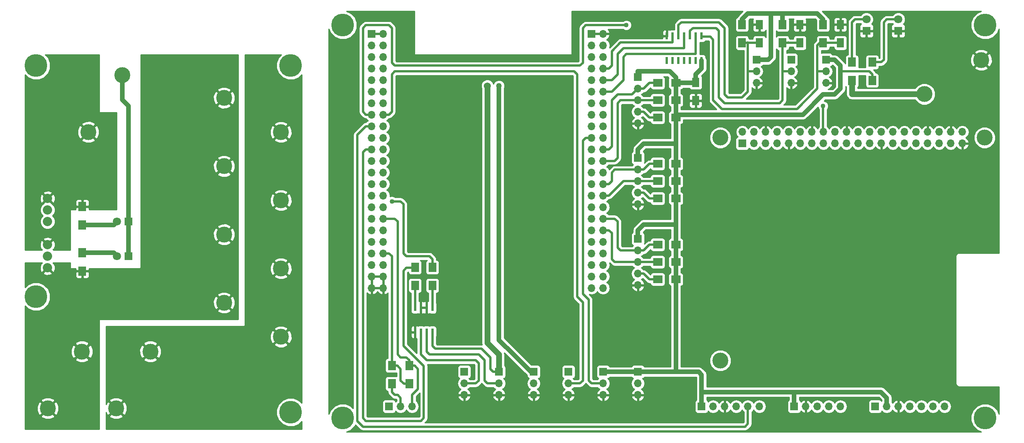
<source format=gbr>
G04 #@! TF.FileFunction,Copper,L1,Top,Signal*
%FSLAX46Y46*%
G04 Gerber Fmt 4.6, Leading zero omitted, Abs format (unit mm)*
G04 Created by KiCad (PCBNEW 4.0.3-stable) date 05/06/17 11:59:30*
%MOMM*%
%LPD*%
G01*
G04 APERTURE LIST*
%ADD10C,0.100000*%
%ADD11C,1.524000*%
%ADD12R,1.700000X1.700000*%
%ADD13O,1.700000X1.700000*%
%ADD14R,1.600000X2.000000*%
%ADD15R,1.800000X1.800000*%
%ADD16C,1.800000*%
%ADD17C,3.500000*%
%ADD18C,5.000000*%
%ADD19R,1.700000X2.000000*%
%ADD20R,0.600000X1.550000*%
%ADD21R,0.600000X1.500000*%
%ADD22R,2.000000X1.700000*%
%ADD23C,2.032000*%
%ADD24C,1.270000*%
%ADD25C,1.016000*%
%ADD26C,0.508000*%
%ADD27C,1.270000*%
%ADD28C,1.016000*%
%ADD29C,0.254000*%
G04 APERTURE END LIST*
D10*
D11*
X109855000Y-105410000D03*
X188595000Y-66675000D03*
D12*
X114935000Y-50800000D03*
D13*
X117475000Y-50800000D03*
X114935000Y-53340000D03*
X117475000Y-53340000D03*
X114935000Y-55880000D03*
X117475000Y-55880000D03*
X114935000Y-58420000D03*
X117475000Y-58420000D03*
X114935000Y-60960000D03*
X117475000Y-60960000D03*
X114935000Y-63500000D03*
X117475000Y-63500000D03*
X114935000Y-66040000D03*
X117475000Y-66040000D03*
X114935000Y-68580000D03*
X117475000Y-68580000D03*
X114935000Y-71120000D03*
X117475000Y-71120000D03*
X114935000Y-73660000D03*
X117475000Y-73660000D03*
X114935000Y-76200000D03*
X117475000Y-76200000D03*
X114935000Y-78740000D03*
X117475000Y-78740000D03*
X114935000Y-81280000D03*
X117475000Y-81280000D03*
X114935000Y-83820000D03*
X117475000Y-83820000D03*
X114935000Y-86360000D03*
X117475000Y-86360000D03*
X114935000Y-88900000D03*
X117475000Y-88900000D03*
X114935000Y-91440000D03*
X117475000Y-91440000D03*
X114935000Y-93980000D03*
X117475000Y-93980000D03*
X114935000Y-96520000D03*
X117475000Y-96520000D03*
X114935000Y-99060000D03*
X117475000Y-99060000D03*
X114935000Y-101600000D03*
X117475000Y-101600000D03*
X114935000Y-104140000D03*
X117475000Y-104140000D03*
X114935000Y-106680000D03*
X117475000Y-106680000D03*
D12*
X163195000Y-50800000D03*
D13*
X165735000Y-50800000D03*
X163195000Y-53340000D03*
X165735000Y-53340000D03*
X163195000Y-55880000D03*
X165735000Y-55880000D03*
X163195000Y-58420000D03*
X165735000Y-58420000D03*
X163195000Y-60960000D03*
X165735000Y-60960000D03*
X163195000Y-63500000D03*
X165735000Y-63500000D03*
X163195000Y-66040000D03*
X165735000Y-66040000D03*
X163195000Y-68580000D03*
X165735000Y-68580000D03*
X163195000Y-71120000D03*
X165735000Y-71120000D03*
X163195000Y-73660000D03*
X165735000Y-73660000D03*
X163195000Y-76200000D03*
X165735000Y-76200000D03*
X163195000Y-78740000D03*
X165735000Y-78740000D03*
X163195000Y-81280000D03*
X165735000Y-81280000D03*
X163195000Y-83820000D03*
X165735000Y-83820000D03*
X163195000Y-86360000D03*
X165735000Y-86360000D03*
X163195000Y-88900000D03*
X165735000Y-88900000D03*
X163195000Y-91440000D03*
X165735000Y-91440000D03*
X163195000Y-93980000D03*
X165735000Y-93980000D03*
X163195000Y-96520000D03*
X165735000Y-96520000D03*
X163195000Y-99060000D03*
X165735000Y-99060000D03*
X163195000Y-101600000D03*
X165735000Y-101600000D03*
X163195000Y-104140000D03*
X165735000Y-104140000D03*
X163195000Y-106680000D03*
X165735000Y-106680000D03*
D12*
X187325000Y-132715000D03*
D13*
X189865000Y-132715000D03*
X192405000Y-132715000D03*
X194945000Y-132715000D03*
X197485000Y-132715000D03*
X200025000Y-132715000D03*
D12*
X225425000Y-132715000D03*
D13*
X227965000Y-132715000D03*
X230505000Y-132715000D03*
X233045000Y-132715000D03*
X235585000Y-132715000D03*
X238125000Y-132715000D03*
X240665000Y-132715000D03*
D12*
X207645000Y-132715000D03*
D13*
X210185000Y-132715000D03*
X212725000Y-132715000D03*
X215265000Y-132715000D03*
X217805000Y-132715000D03*
D14*
X200025000Y-48800000D03*
X200025000Y-52800000D03*
X208915000Y-48800000D03*
X208915000Y-52800000D03*
X217805000Y-48800000D03*
X217805000Y-52800000D03*
X186055000Y-61500000D03*
X186055000Y-65500000D03*
D12*
X196291200Y-74917300D03*
D13*
X196291200Y-72377300D03*
X198831200Y-74917300D03*
X198831200Y-72377300D03*
X201371200Y-74917300D03*
X201371200Y-72377300D03*
X203911200Y-74917300D03*
X203911200Y-72377300D03*
X206451200Y-74917300D03*
X206451200Y-72377300D03*
X208991200Y-74917300D03*
X208991200Y-72377300D03*
X211531200Y-74917300D03*
X211531200Y-72377300D03*
X214071200Y-74917300D03*
X214071200Y-72377300D03*
X216611200Y-74917300D03*
X216611200Y-72377300D03*
X219151200Y-74917300D03*
X219151200Y-72377300D03*
X221691200Y-74917300D03*
X221691200Y-72377300D03*
X224231200Y-74917300D03*
X224231200Y-72377300D03*
X226771200Y-74917300D03*
X226771200Y-72377300D03*
X229311200Y-74917300D03*
X229311200Y-72377300D03*
X231851200Y-74917300D03*
X231851200Y-72377300D03*
X234391200Y-74917300D03*
X234391200Y-72377300D03*
X236931200Y-74917300D03*
X236931200Y-72377300D03*
X239471200Y-74917300D03*
X239471200Y-72377300D03*
X242011200Y-74917300D03*
X242011200Y-72377300D03*
X244551200Y-74917300D03*
X244551200Y-72377300D03*
D15*
X223520000Y-50165000D03*
D16*
X223520000Y-47625000D03*
D15*
X230505000Y-50165000D03*
D16*
X230505000Y-47625000D03*
D12*
X173355000Y-78105000D03*
D13*
X173355000Y-80645000D03*
X173355000Y-83185000D03*
X173355000Y-85725000D03*
X173355000Y-88265000D03*
D12*
X173355000Y-60325000D03*
D13*
X173355000Y-62865000D03*
X173355000Y-65405000D03*
X173355000Y-67945000D03*
X173355000Y-70485000D03*
D12*
X214630000Y-56515000D03*
D13*
X214630000Y-59055000D03*
X214630000Y-61595000D03*
D12*
X207010000Y-56515000D03*
D13*
X207010000Y-59055000D03*
X207010000Y-61595000D03*
D12*
X199390000Y-56515000D03*
D13*
X199390000Y-59055000D03*
X199390000Y-61595000D03*
D12*
X173355000Y-95885000D03*
D13*
X173355000Y-98425000D03*
X173355000Y-100965000D03*
X173355000Y-103505000D03*
X173355000Y-106045000D03*
D12*
X173355000Y-125095000D03*
D13*
X173355000Y-127635000D03*
X173355000Y-130175000D03*
D12*
X165735000Y-125095000D03*
D13*
X165735000Y-127635000D03*
X165735000Y-130175000D03*
D12*
X158115000Y-125095000D03*
D13*
X158115000Y-127635000D03*
X158115000Y-130175000D03*
D12*
X150495000Y-125095000D03*
D13*
X150495000Y-127635000D03*
X150495000Y-130175000D03*
D12*
X118745000Y-132715000D03*
D13*
X121285000Y-132715000D03*
X123825000Y-132715000D03*
D17*
X248715000Y-56575000D03*
X236215000Y-64075000D03*
D11*
X132080000Y-91440000D03*
X151130000Y-91440000D03*
X220345000Y-98425000D03*
X151130000Y-99060000D03*
X132080000Y-99060000D03*
X194945000Y-60960000D03*
D17*
X191435000Y-122645000D03*
X191435000Y-73645000D03*
X249435000Y-73645000D03*
D18*
X249555000Y-135255000D03*
X108585000Y-135255000D03*
X108585000Y-48895000D03*
X249555000Y-48895000D03*
D12*
X142875000Y-125095000D03*
D13*
X142875000Y-127635000D03*
X142875000Y-130175000D03*
D12*
X135255000Y-125095000D03*
D13*
X135255000Y-127635000D03*
X135255000Y-130175000D03*
D19*
X128270000Y-106140000D03*
X128270000Y-102140000D03*
X124460000Y-106140000D03*
X124460000Y-102140000D03*
D20*
X128270000Y-110965000D03*
X127000000Y-110965000D03*
X125730000Y-110965000D03*
X124460000Y-110965000D03*
X124460000Y-116365000D03*
X125730000Y-116365000D03*
X127000000Y-116365000D03*
X128270000Y-116365000D03*
D21*
X187325000Y-51275000D03*
X186055000Y-51275000D03*
X184785000Y-51275000D03*
X183515000Y-51275000D03*
X182245000Y-51275000D03*
X180975000Y-51275000D03*
X179705000Y-51275000D03*
X179705000Y-56675000D03*
X180975000Y-56675000D03*
X182245000Y-56675000D03*
X183515000Y-56675000D03*
X184785000Y-56675000D03*
X186055000Y-56675000D03*
X187325000Y-56675000D03*
D19*
X196215000Y-52800000D03*
X196215000Y-48800000D03*
X205105000Y-52800000D03*
X205105000Y-48800000D03*
X213995000Y-52800000D03*
X213995000Y-48800000D03*
D22*
X181705000Y-104775000D03*
X177705000Y-104775000D03*
X181705000Y-100965000D03*
X177705000Y-100965000D03*
X181705000Y-97155000D03*
X177705000Y-97155000D03*
X181705000Y-86995000D03*
X177705000Y-86995000D03*
X181705000Y-83185000D03*
X177705000Y-83185000D03*
X181705000Y-79375000D03*
X177705000Y-79375000D03*
X181705000Y-69215000D03*
X177705000Y-69215000D03*
X181705000Y-65405000D03*
X177705000Y-65405000D03*
X181705000Y-61595000D03*
X177705000Y-61595000D03*
D19*
X220345000Y-61055000D03*
X220345000Y-57055000D03*
X224790000Y-61055000D03*
X224790000Y-57055000D03*
X119380000Y-127730000D03*
X119380000Y-123730000D03*
X123190000Y-127730000D03*
X123190000Y-123730000D03*
X51435000Y-102965000D03*
X51435000Y-98965000D03*
X51435000Y-88805000D03*
X51435000Y-92805000D03*
D17*
X60265000Y-59895000D03*
X52765000Y-72395000D03*
X43875000Y-133145000D03*
X51375000Y-120645000D03*
X58875000Y-133145000D03*
X66375000Y-120645000D03*
X95045000Y-117415000D03*
X82545000Y-109915000D03*
X95045000Y-102415000D03*
X82545000Y-94915000D03*
X95045000Y-87415000D03*
X82545000Y-79915000D03*
X95045000Y-72415000D03*
X82545000Y-64915000D03*
D23*
X43815000Y-99695000D03*
X43815000Y-102235000D03*
X43815000Y-97155000D03*
D15*
X61595000Y-99695000D03*
D16*
X59055000Y-99695000D03*
D15*
X61595000Y-92075000D03*
D16*
X59055000Y-92075000D03*
D18*
X41275000Y-108585000D03*
X41275000Y-57785000D03*
X97155000Y-133985000D03*
X97155000Y-57785000D03*
D23*
X43815000Y-89535000D03*
X43815000Y-92075000D03*
X43815000Y-86995000D03*
D11*
X140335000Y-62230000D03*
D24*
X142875000Y-62230000D03*
D25*
X213995000Y-66675000D03*
X170815000Y-48895000D03*
X119380000Y-87630000D03*
D26*
X120650000Y-118745000D02*
X120650000Y-121285000D01*
X120015000Y-91440000D02*
X120650000Y-92075000D01*
X120650000Y-92075000D02*
X120650000Y-118745000D01*
X117475000Y-91440000D02*
X120015000Y-91440000D01*
X123190000Y-122555000D02*
X123190000Y-123730000D01*
X122555000Y-121920000D02*
X123190000Y-122555000D01*
X121285000Y-121920000D02*
X122555000Y-121920000D01*
X120650000Y-121285000D02*
X121285000Y-121920000D01*
X123825000Y-132715000D02*
X123825000Y-130175000D01*
X123825000Y-130175000D02*
X125095000Y-128905000D01*
X125095000Y-128905000D02*
X125095000Y-124460000D01*
X125095000Y-124460000D02*
X124365000Y-123730000D01*
X124365000Y-123730000D02*
X123190000Y-123730000D01*
D27*
X140335000Y-72390000D02*
X140335000Y-118745000D01*
X140335000Y-62230000D02*
X140335000Y-72390000D01*
X142875000Y-121285000D02*
X142875000Y-125095000D01*
X140335000Y-118745000D02*
X142875000Y-121285000D01*
D26*
X142875000Y-125095000D02*
X141605000Y-125095000D01*
X141605000Y-125095000D02*
X140970000Y-124460000D01*
X140970000Y-124460000D02*
X140970000Y-121920000D01*
X140970000Y-121920000D02*
X139065000Y-120015000D01*
X139065000Y-120015000D02*
X128905000Y-120015000D01*
X128905000Y-120015000D02*
X128270000Y-119380000D01*
X128270000Y-119380000D02*
X128270000Y-116365000D01*
D27*
X236215000Y-64075000D02*
X220405000Y-64075000D01*
X220345000Y-64015000D02*
X220345000Y-61055000D01*
X220405000Y-64075000D02*
X220345000Y-64015000D01*
D26*
X119380000Y-127730000D02*
X119380000Y-129540000D01*
X121285000Y-130810000D02*
X121285000Y-132715000D01*
X120650000Y-130175000D02*
X121285000Y-130810000D01*
X120015000Y-130175000D02*
X120650000Y-130175000D01*
X119380000Y-129540000D02*
X120015000Y-130175000D01*
X220345000Y-57055000D02*
X220345000Y-48260000D01*
X220980000Y-47625000D02*
X223520000Y-47625000D01*
X220345000Y-48260000D02*
X220980000Y-47625000D01*
D28*
X51435000Y-92805000D02*
X58325000Y-92805000D01*
X58325000Y-92805000D02*
X59055000Y-92075000D01*
D26*
X197485000Y-59055000D02*
X197485000Y-63500000D01*
X193040000Y-64770000D02*
X192405000Y-64135000D01*
X192405000Y-64135000D02*
X192405000Y-50165000D01*
X192405000Y-50165000D02*
X192405000Y-49530000D01*
X192405000Y-49530000D02*
X191135000Y-48260000D01*
X191135000Y-48260000D02*
X182880000Y-48260000D01*
X182880000Y-48260000D02*
X182245000Y-48895000D01*
X182245000Y-48895000D02*
X182245000Y-51275000D01*
X196215000Y-64770000D02*
X193040000Y-64770000D01*
X197485000Y-63500000D02*
X196215000Y-64770000D01*
X199390000Y-59055000D02*
X197485000Y-59055000D01*
X197485000Y-59055000D02*
X197485000Y-52800000D01*
X197485000Y-52800000D02*
X197485000Y-52705000D01*
X197485000Y-52705000D02*
X197485000Y-52800000D01*
X200025000Y-52800000D02*
X197485000Y-52800000D01*
X197485000Y-52800000D02*
X196215000Y-52800000D01*
X200025000Y-52800000D02*
X200025000Y-52705000D01*
X200025000Y-52705000D02*
X200025000Y-52800000D01*
X205105000Y-59055000D02*
X205105000Y-52800000D01*
X192405000Y-66040000D02*
X204470000Y-66040000D01*
X192405000Y-66040000D02*
X191135000Y-64770000D01*
X191135000Y-64770000D02*
X191135000Y-50165000D01*
X191135000Y-50165000D02*
X190500000Y-49530000D01*
X190500000Y-49530000D02*
X185420000Y-49530000D01*
X185420000Y-49530000D02*
X184785000Y-50165000D01*
X184785000Y-51275000D02*
X184785000Y-50165000D01*
X205105000Y-59055000D02*
X207010000Y-59055000D01*
X205105000Y-65405000D02*
X205105000Y-59055000D01*
X204470000Y-66040000D02*
X205105000Y-65405000D01*
X207010000Y-59055000D02*
X206375000Y-59055000D01*
X206375000Y-52800000D02*
X206375000Y-52705000D01*
X206375000Y-52705000D02*
X206375000Y-52800000D01*
X208915000Y-52800000D02*
X206375000Y-52800000D01*
X206375000Y-52800000D02*
X205105000Y-52800000D01*
X212725000Y-59055000D02*
X212725000Y-62865000D01*
X189230000Y-51435000D02*
X187485000Y-51435000D01*
X189865000Y-52070000D02*
X189230000Y-51435000D01*
X189865000Y-65405000D02*
X189865000Y-52070000D01*
X191770000Y-67310000D02*
X189865000Y-65405000D01*
X208280000Y-67310000D02*
X191770000Y-67310000D01*
X212725000Y-62865000D02*
X208280000Y-67310000D01*
X187485000Y-51435000D02*
X187325000Y-51275000D01*
X217805000Y-52800000D02*
X213995000Y-52800000D01*
X213995000Y-52800000D02*
X213900000Y-52705000D01*
X213900000Y-52705000D02*
X213360000Y-52705000D01*
X213360000Y-52705000D02*
X212725000Y-53340000D01*
X212725000Y-53340000D02*
X212725000Y-59055000D01*
X212725000Y-59055000D02*
X213360000Y-59055000D01*
X213360000Y-59055000D02*
X214630000Y-59055000D01*
D28*
X202565000Y-54610000D02*
X202565000Y-55880000D01*
X202565000Y-46355000D02*
X202565000Y-54610000D01*
X201930000Y-56515000D02*
X199390000Y-56515000D01*
X202565000Y-55880000D02*
X201930000Y-56515000D01*
X181705000Y-107220000D02*
X181705000Y-125095000D01*
X181705000Y-104775000D02*
X181705000Y-107220000D01*
X181705000Y-125095000D02*
X181610000Y-125095000D01*
X146050000Y-121285000D02*
X149860000Y-125095000D01*
X149860000Y-125095000D02*
X150495000Y-125095000D01*
X142875000Y-71755000D02*
X142875000Y-118110000D01*
X142875000Y-118110000D02*
X146050000Y-121285000D01*
X187325000Y-129540000D02*
X187325000Y-125730000D01*
X187325000Y-125730000D02*
X186690000Y-125095000D01*
X186690000Y-125095000D02*
X181610000Y-125095000D01*
X181610000Y-125095000D02*
X173355000Y-125095000D01*
X165735000Y-125095000D02*
X173355000Y-125095000D01*
X186055000Y-61500000D02*
X186055000Y-59690000D01*
X187325000Y-58420000D02*
X187325000Y-56675000D01*
X186055000Y-59690000D02*
X187325000Y-58420000D01*
X181705000Y-61595000D02*
X185960000Y-61595000D01*
X185960000Y-61595000D02*
X186055000Y-61500000D01*
X142875000Y-62230000D02*
X142875000Y-71755000D01*
X142875000Y-71755000D02*
X142875000Y-72390000D01*
D26*
X217805000Y-59055000D02*
X218440000Y-59055000D01*
X224790000Y-59690000D02*
X224155000Y-59055000D01*
X224155000Y-59055000D02*
X218440000Y-59055000D01*
X224790000Y-59690000D02*
X224790000Y-61055000D01*
D28*
X214630000Y-56515000D02*
X216535000Y-56515000D01*
X209550000Y-68580000D02*
X182340000Y-68580000D01*
X213995000Y-64135000D02*
X209550000Y-68580000D01*
X216535000Y-64135000D02*
X213995000Y-64135000D01*
X217805000Y-62865000D02*
X216535000Y-64135000D01*
X217805000Y-57785000D02*
X217805000Y-59055000D01*
X217805000Y-59055000D02*
X217805000Y-62865000D01*
X216535000Y-56515000D02*
X217805000Y-57785000D01*
X182340000Y-68580000D02*
X181705000Y-69215000D01*
X207645000Y-129540000D02*
X226695000Y-129540000D01*
X227965000Y-130810000D02*
X227965000Y-132715000D01*
X226695000Y-129540000D02*
X227965000Y-130810000D01*
X187325000Y-129540000D02*
X207645000Y-129540000D01*
X207645000Y-129540000D02*
X207645000Y-132715000D01*
X187325000Y-129540000D02*
X187325000Y-132715000D01*
X205105000Y-46355000D02*
X212725000Y-46355000D01*
X213995000Y-47625000D02*
X213995000Y-48800000D01*
X212725000Y-46355000D02*
X213995000Y-47625000D01*
X205105000Y-48800000D02*
X205105000Y-46355000D01*
X196215000Y-47625000D02*
X197485000Y-46355000D01*
X197485000Y-46355000D02*
X202565000Y-46355000D01*
X202565000Y-46355000D02*
X205105000Y-46355000D01*
X196215000Y-47625000D02*
X196215000Y-48800000D01*
X181705000Y-61595000D02*
X181705000Y-60420000D01*
X180340000Y-59055000D02*
X173355000Y-59055000D01*
X181705000Y-60420000D02*
X180340000Y-59055000D01*
X173355000Y-60325000D02*
X173355000Y-59055000D01*
X173355000Y-95885000D02*
X173355000Y-93980000D01*
X174625000Y-92710000D02*
X181705000Y-92710000D01*
X173355000Y-93980000D02*
X174625000Y-92710000D01*
X181705000Y-74930000D02*
X180975000Y-74930000D01*
X173355000Y-76200000D02*
X174625000Y-74930000D01*
X174625000Y-74930000D02*
X180975000Y-74930000D01*
X173355000Y-76200000D02*
X173355000Y-78105000D01*
X181705000Y-74930000D02*
X181610000Y-74930000D01*
X181610000Y-74930000D02*
X181705000Y-74930000D01*
X181705000Y-104775000D02*
X181705000Y-100965000D01*
X181705000Y-100965000D02*
X181705000Y-97155000D01*
X181705000Y-97155000D02*
X181705000Y-93345000D01*
X181705000Y-93345000D02*
X181705000Y-92710000D01*
X181705000Y-92710000D02*
X181705000Y-92075000D01*
X181705000Y-92075000D02*
X181705000Y-86995000D01*
X181705000Y-86995000D02*
X181705000Y-83185000D01*
X181705000Y-83185000D02*
X181705000Y-79375000D01*
X181705000Y-79375000D02*
X181705000Y-74930000D01*
X181705000Y-74930000D02*
X181705000Y-69215000D01*
X181705000Y-69215000D02*
X181705000Y-65405000D01*
X181705000Y-65405000D02*
X181705000Y-61595000D01*
D26*
X189865000Y-137160000D02*
X192405000Y-137160000D01*
X113665000Y-71120000D02*
X111760000Y-73025000D01*
X111760000Y-73025000D02*
X111760000Y-118110000D01*
X114935000Y-71120000D02*
X113665000Y-71120000D01*
X189865000Y-137160000D02*
X113030000Y-137160000D01*
X113030000Y-137160000D02*
X111760000Y-135890000D01*
X111760000Y-135890000D02*
X111760000Y-118110000D01*
X192405000Y-137160000D02*
X196850000Y-137160000D01*
X197485000Y-136525000D02*
X196850000Y-137160000D01*
X197485000Y-136525000D02*
X197485000Y-132715000D01*
X119380000Y-123730000D02*
X119380000Y-118745000D01*
X118745000Y-99060000D02*
X119380000Y-99695000D01*
X119380000Y-99695000D02*
X119380000Y-118745000D01*
X118745000Y-99060000D02*
X117475000Y-99060000D01*
X123190000Y-127730000D02*
X122015000Y-127730000D01*
X120555000Y-123730000D02*
X119380000Y-123730000D01*
X121285000Y-124460000D02*
X120555000Y-123730000D01*
X121285000Y-127000000D02*
X121285000Y-124460000D01*
X122015000Y-127730000D02*
X121285000Y-127000000D01*
X165735000Y-58420000D02*
X167005000Y-58420000D01*
X180975000Y-52705000D02*
X180975000Y-51275000D01*
X169545000Y-52705000D02*
X180975000Y-52705000D01*
X167640000Y-54610000D02*
X169545000Y-52705000D01*
X167640000Y-57785000D02*
X167640000Y-54610000D01*
X167005000Y-58420000D02*
X167640000Y-57785000D01*
X167640000Y-60960000D02*
X168910000Y-59690000D01*
X183515000Y-53975000D02*
X183515000Y-51275000D01*
X170180000Y-53975000D02*
X183515000Y-53975000D01*
X168910000Y-55245000D02*
X170180000Y-53975000D01*
X168910000Y-59690000D02*
X168910000Y-55245000D01*
X165735000Y-60960000D02*
X167640000Y-60960000D01*
X165735000Y-63500000D02*
X167640000Y-63500000D01*
X186055000Y-55245000D02*
X186055000Y-51275000D01*
X170815000Y-55245000D02*
X186055000Y-55245000D01*
X170180000Y-55880000D02*
X170815000Y-55245000D01*
X170180000Y-60960000D02*
X170180000Y-55880000D01*
X167640000Y-63500000D02*
X170180000Y-60960000D01*
X162560000Y-112395000D02*
X162560000Y-109220000D01*
X161925000Y-73660000D02*
X161290000Y-74295000D01*
X161290000Y-74295000D02*
X161290000Y-107950000D01*
X161290000Y-107950000D02*
X161925000Y-108585000D01*
X163195000Y-73660000D02*
X161925000Y-73660000D01*
X163195000Y-127635000D02*
X162560000Y-127000000D01*
X162560000Y-127000000D02*
X162560000Y-112395000D01*
X164465000Y-127635000D02*
X165735000Y-127635000D01*
X164465000Y-127635000D02*
X163195000Y-127635000D01*
X162560000Y-109220000D02*
X161925000Y-108585000D01*
X173355000Y-67945000D02*
X174625000Y-67945000D01*
X175895000Y-69215000D02*
X177705000Y-69215000D01*
X174625000Y-67945000D02*
X175895000Y-69215000D01*
X167640000Y-65405000D02*
X168910000Y-64135000D01*
X172085000Y-64135000D02*
X173355000Y-62865000D01*
X171450000Y-64135000D02*
X172085000Y-64135000D01*
X168910000Y-64135000D02*
X171450000Y-64135000D01*
X177705000Y-61595000D02*
X175895000Y-61595000D01*
X175895000Y-61595000D02*
X174625000Y-62865000D01*
X174625000Y-62865000D02*
X173355000Y-62865000D01*
X165735000Y-76200000D02*
X167005000Y-76200000D01*
X167640000Y-75565000D02*
X167640000Y-65405000D01*
X167005000Y-76200000D02*
X167640000Y-75565000D01*
X173355000Y-65405000D02*
X177705000Y-65405000D01*
X169545000Y-65405000D02*
X173355000Y-65405000D01*
X168910000Y-66040000D02*
X169545000Y-65405000D01*
X165735000Y-78740000D02*
X168275000Y-78740000D01*
X168910000Y-78105000D02*
X168910000Y-66040000D01*
X168275000Y-78740000D02*
X168910000Y-78105000D01*
X173355000Y-85725000D02*
X174625000Y-85725000D01*
X175895000Y-86995000D02*
X177705000Y-86995000D01*
X174625000Y-85725000D02*
X175895000Y-86995000D01*
X173355000Y-80645000D02*
X168275000Y-80645000D01*
X167005000Y-83820000D02*
X165735000Y-83820000D01*
X167640000Y-83185000D02*
X167005000Y-83820000D01*
X167640000Y-81280000D02*
X167640000Y-83185000D01*
X168275000Y-80645000D02*
X167640000Y-81280000D01*
X173355000Y-80645000D02*
X174625000Y-80645000D01*
X175895000Y-79375000D02*
X177705000Y-79375000D01*
X174625000Y-80645000D02*
X175895000Y-79375000D01*
X173355000Y-83185000D02*
X170180000Y-83185000D01*
X167005000Y-86360000D02*
X165735000Y-86360000D01*
X170180000Y-83185000D02*
X167005000Y-86360000D01*
X173355000Y-83185000D02*
X177705000Y-83185000D01*
X175895000Y-104775000D02*
X177705000Y-104775000D01*
X174625000Y-103505000D02*
X175895000Y-104775000D01*
X173355000Y-103505000D02*
X174625000Y-103505000D01*
X173355000Y-98425000D02*
X169545000Y-98425000D01*
X169545000Y-98425000D02*
X168910000Y-97790000D01*
X173355000Y-98425000D02*
X174625000Y-98425000D01*
X174625000Y-98425000D02*
X175895000Y-97155000D01*
X168910000Y-97790000D02*
X168910000Y-92075000D01*
X168910000Y-92075000D02*
X168275000Y-91440000D01*
X168275000Y-91440000D02*
X165735000Y-91440000D01*
X175895000Y-97155000D02*
X177705000Y-97155000D01*
X173355000Y-100965000D02*
X168275000Y-100965000D01*
X167005000Y-93980000D02*
X165735000Y-93980000D01*
X167640000Y-94615000D02*
X167005000Y-93980000D01*
X167640000Y-100330000D02*
X167640000Y-94615000D01*
X168275000Y-100965000D02*
X167640000Y-100330000D01*
X173355000Y-100965000D02*
X177705000Y-100965000D01*
X161290000Y-112395000D02*
X161290000Y-109855000D01*
X160655000Y-127635000D02*
X161290000Y-127000000D01*
X161290000Y-127000000D02*
X161290000Y-112395000D01*
X158115000Y-127635000D02*
X160655000Y-127635000D01*
X118745000Y-68580000D02*
X117475000Y-68580000D01*
X119380000Y-67945000D02*
X118745000Y-68580000D01*
X119380000Y-59690000D02*
X119380000Y-67945000D01*
X120015000Y-59055000D02*
X119380000Y-59690000D01*
X159385000Y-59055000D02*
X120015000Y-59055000D01*
X160020000Y-59690000D02*
X159385000Y-59055000D01*
X160020000Y-108585000D02*
X160020000Y-59690000D01*
X161290000Y-109855000D02*
X160020000Y-108585000D01*
X224790000Y-57055000D02*
X226790000Y-57055000D01*
X227965000Y-47625000D02*
X230505000Y-47625000D01*
X227330000Y-48260000D02*
X227965000Y-47625000D01*
X227330000Y-56515000D02*
X227330000Y-48260000D01*
X226790000Y-57055000D02*
X227330000Y-56515000D01*
X160655000Y-57785000D02*
X158115000Y-57785000D01*
X113665000Y-68580000D02*
X114935000Y-68580000D01*
X167005000Y-48895000D02*
X170815000Y-48895000D01*
X161925000Y-48895000D02*
X167005000Y-48895000D01*
X161290000Y-49530000D02*
X161925000Y-48895000D01*
X161290000Y-57150000D02*
X161290000Y-49530000D01*
X160655000Y-57785000D02*
X161290000Y-57150000D01*
X120015000Y-57785000D02*
X158115000Y-57785000D01*
X119380000Y-57150000D02*
X120015000Y-57785000D01*
X119380000Y-49530000D02*
X119380000Y-57150000D01*
X118745000Y-48895000D02*
X119380000Y-49530000D01*
X113665000Y-48895000D02*
X118745000Y-48895000D01*
X113030000Y-49530000D02*
X113665000Y-48895000D01*
X113030000Y-67945000D02*
X113030000Y-49530000D01*
X113665000Y-68580000D02*
X113030000Y-67945000D01*
X213995000Y-66675000D02*
X213995000Y-72301100D01*
X213995000Y-72301100D02*
X214071200Y-72377300D01*
X213995000Y-66675000D02*
X214071200Y-66751200D01*
X114935000Y-76200000D02*
X113665000Y-76200000D01*
X122555000Y-102235000D02*
X124365000Y-102235000D01*
X121920000Y-102870000D02*
X122555000Y-102235000D01*
X121920000Y-119380000D02*
X121920000Y-102870000D01*
X126365000Y-123825000D02*
X121920000Y-119380000D01*
X126365000Y-135255000D02*
X126365000Y-123825000D01*
X125730000Y-135890000D02*
X126365000Y-135255000D01*
X113665000Y-135890000D02*
X125730000Y-135890000D01*
X113030000Y-135255000D02*
X113665000Y-135890000D01*
X113030000Y-76835000D02*
X113030000Y-135255000D01*
X113665000Y-76200000D02*
X113030000Y-76835000D01*
X124365000Y-102235000D02*
X124460000Y-102140000D01*
X119380000Y-87630000D02*
X121285000Y-87630000D01*
X121285000Y-87630000D02*
X121920000Y-88265000D01*
X121920000Y-88265000D02*
X121920000Y-99060000D01*
X121920000Y-99060000D02*
X122555000Y-99695000D01*
X122555000Y-99695000D02*
X127635000Y-99695000D01*
X127635000Y-99695000D02*
X128270000Y-100330000D01*
X128270000Y-102140000D02*
X128270000Y-100330000D01*
X139700000Y-127000000D02*
X139700000Y-123190000D01*
X140335000Y-127635000D02*
X139700000Y-127000000D01*
X142875000Y-127635000D02*
X140335000Y-127635000D01*
X127000000Y-120650000D02*
X127000000Y-116365000D01*
X127635000Y-121285000D02*
X127000000Y-120650000D01*
X138430000Y-121285000D02*
X127635000Y-121285000D01*
X139700000Y-122555000D02*
X138430000Y-121285000D01*
X139700000Y-123190000D02*
X139700000Y-122555000D01*
X135255000Y-127635000D02*
X137795000Y-127635000D01*
X125730000Y-121285000D02*
X125730000Y-116365000D01*
X127000000Y-122555000D02*
X125730000Y-121285000D01*
X137795000Y-122555000D02*
X127000000Y-122555000D01*
X138430000Y-123190000D02*
X137795000Y-122555000D01*
X138430000Y-127000000D02*
X138430000Y-123190000D01*
X137795000Y-127635000D02*
X138430000Y-127000000D01*
X128270000Y-106140000D02*
X128270000Y-110965000D01*
X124460000Y-106140000D02*
X124460000Y-110965000D01*
D28*
X51435000Y-98965000D02*
X58325000Y-98965000D01*
X58325000Y-98965000D02*
X59055000Y-99695000D01*
X61595000Y-99695000D02*
X61595000Y-92075000D01*
X61595000Y-92075000D02*
X61595000Y-66675000D01*
X61595000Y-66675000D02*
X60265000Y-65345000D01*
X60265000Y-65345000D02*
X60265000Y-59895000D01*
D29*
G36*
X247781485Y-46235727D02*
X246898826Y-47116847D01*
X246420546Y-48268674D01*
X246419457Y-49515854D01*
X246895727Y-50668515D01*
X247776847Y-51551174D01*
X248928674Y-52029454D01*
X250175854Y-52030543D01*
X251328515Y-51554273D01*
X252211174Y-50673153D01*
X252603000Y-49729531D01*
X252603000Y-98985000D01*
X243840000Y-98985000D01*
X243568295Y-99039046D01*
X243337954Y-99192954D01*
X243184046Y-99423295D01*
X243130000Y-99695000D01*
X243130000Y-127635000D01*
X243184046Y-127906705D01*
X243337954Y-128137046D01*
X243568295Y-128290954D01*
X243840000Y-128345000D01*
X252603000Y-128345000D01*
X252603000Y-134422275D01*
X252214273Y-133481485D01*
X251333153Y-132598826D01*
X250181326Y-132120546D01*
X248934146Y-132119457D01*
X247781485Y-132595727D01*
X246898826Y-133476847D01*
X246420546Y-134628674D01*
X246419457Y-135875854D01*
X246895727Y-137028515D01*
X247776847Y-137911174D01*
X248720469Y-138303000D01*
X109417725Y-138303000D01*
X110358515Y-137914273D01*
X111241174Y-137033153D01*
X111359927Y-136747163D01*
X112401382Y-137788618D01*
X112689794Y-137981329D01*
X113030000Y-138049000D01*
X196850000Y-138049000D01*
X197190206Y-137981329D01*
X197478618Y-137788618D01*
X198113618Y-137153618D01*
X198306330Y-136865205D01*
X198374000Y-136525000D01*
X198374000Y-133901760D01*
X198535054Y-133794147D01*
X198755000Y-133464974D01*
X198974946Y-133794147D01*
X199456715Y-134116054D01*
X200025000Y-134229093D01*
X200593285Y-134116054D01*
X201075054Y-133794147D01*
X201396961Y-133312378D01*
X201510000Y-132744093D01*
X201510000Y-132685907D01*
X201396961Y-132117622D01*
X201075054Y-131635853D01*
X200593285Y-131313946D01*
X200025000Y-131200907D01*
X199456715Y-131313946D01*
X198974946Y-131635853D01*
X198755000Y-131965026D01*
X198535054Y-131635853D01*
X198053285Y-131313946D01*
X197485000Y-131200907D01*
X196916715Y-131313946D01*
X196434946Y-131635853D01*
X196215000Y-131965026D01*
X195995054Y-131635853D01*
X195513285Y-131313946D01*
X194945000Y-131200907D01*
X194376715Y-131313946D01*
X193894946Y-131635853D01*
X193667298Y-131976553D01*
X193600183Y-131833642D01*
X193171924Y-131443355D01*
X192761890Y-131273524D01*
X192532000Y-131394845D01*
X192532000Y-132588000D01*
X192552000Y-132588000D01*
X192552000Y-132842000D01*
X192532000Y-132842000D01*
X192532000Y-134035155D01*
X192761890Y-134156476D01*
X193171924Y-133986645D01*
X193600183Y-133596358D01*
X193667298Y-133453447D01*
X193894946Y-133794147D01*
X194376715Y-134116054D01*
X194945000Y-134229093D01*
X195513285Y-134116054D01*
X195995054Y-133794147D01*
X196215000Y-133464974D01*
X196434946Y-133794147D01*
X196596000Y-133901760D01*
X196596000Y-136156764D01*
X196481764Y-136271000D01*
X126606236Y-136271000D01*
X126993618Y-135883618D01*
X127186330Y-135595205D01*
X127254000Y-135255000D01*
X127254000Y-130531890D01*
X133813524Y-130531890D01*
X133983355Y-130941924D01*
X134373642Y-131370183D01*
X134898108Y-131616486D01*
X135128000Y-131495819D01*
X135128000Y-130302000D01*
X135382000Y-130302000D01*
X135382000Y-131495819D01*
X135611892Y-131616486D01*
X136136358Y-131370183D01*
X136526645Y-130941924D01*
X136696476Y-130531890D01*
X141433524Y-130531890D01*
X141603355Y-130941924D01*
X141993642Y-131370183D01*
X142518108Y-131616486D01*
X142748000Y-131495819D01*
X142748000Y-130302000D01*
X143002000Y-130302000D01*
X143002000Y-131495819D01*
X143231892Y-131616486D01*
X143756358Y-131370183D01*
X144146645Y-130941924D01*
X144316476Y-130531890D01*
X149053524Y-130531890D01*
X149223355Y-130941924D01*
X149613642Y-131370183D01*
X150138108Y-131616486D01*
X150368000Y-131495819D01*
X150368000Y-130302000D01*
X150622000Y-130302000D01*
X150622000Y-131495819D01*
X150851892Y-131616486D01*
X151376358Y-131370183D01*
X151766645Y-130941924D01*
X151936476Y-130531890D01*
X156673524Y-130531890D01*
X156843355Y-130941924D01*
X157233642Y-131370183D01*
X157758108Y-131616486D01*
X157988000Y-131495819D01*
X157988000Y-130302000D01*
X158242000Y-130302000D01*
X158242000Y-131495819D01*
X158471892Y-131616486D01*
X158996358Y-131370183D01*
X159386645Y-130941924D01*
X159556476Y-130531890D01*
X164293524Y-130531890D01*
X164463355Y-130941924D01*
X164853642Y-131370183D01*
X165378108Y-131616486D01*
X165608000Y-131495819D01*
X165608000Y-130302000D01*
X165862000Y-130302000D01*
X165862000Y-131495819D01*
X166091892Y-131616486D01*
X166616358Y-131370183D01*
X167006645Y-130941924D01*
X167176476Y-130531890D01*
X171913524Y-130531890D01*
X172083355Y-130941924D01*
X172473642Y-131370183D01*
X172998108Y-131616486D01*
X173228000Y-131495819D01*
X173228000Y-130302000D01*
X173482000Y-130302000D01*
X173482000Y-131495819D01*
X173711892Y-131616486D01*
X174236358Y-131370183D01*
X174626645Y-130941924D01*
X174796476Y-130531890D01*
X174675155Y-130302000D01*
X173482000Y-130302000D01*
X173228000Y-130302000D01*
X172034845Y-130302000D01*
X171913524Y-130531890D01*
X167176476Y-130531890D01*
X167055155Y-130302000D01*
X165862000Y-130302000D01*
X165608000Y-130302000D01*
X164414845Y-130302000D01*
X164293524Y-130531890D01*
X159556476Y-130531890D01*
X159435155Y-130302000D01*
X158242000Y-130302000D01*
X157988000Y-130302000D01*
X156794845Y-130302000D01*
X156673524Y-130531890D01*
X151936476Y-130531890D01*
X151815155Y-130302000D01*
X150622000Y-130302000D01*
X150368000Y-130302000D01*
X149174845Y-130302000D01*
X149053524Y-130531890D01*
X144316476Y-130531890D01*
X144195155Y-130302000D01*
X143002000Y-130302000D01*
X142748000Y-130302000D01*
X141554845Y-130302000D01*
X141433524Y-130531890D01*
X136696476Y-130531890D01*
X136575155Y-130302000D01*
X135382000Y-130302000D01*
X135128000Y-130302000D01*
X133934845Y-130302000D01*
X133813524Y-130531890D01*
X127254000Y-130531890D01*
X127254000Y-123825000D01*
X127186329Y-123484794D01*
X127159071Y-123444000D01*
X137426764Y-123444000D01*
X137541000Y-123558236D01*
X137541000Y-126631764D01*
X137426764Y-126746000D01*
X136441760Y-126746000D01*
X136334147Y-126584946D01*
X136292548Y-126557150D01*
X136340317Y-126548162D01*
X136556441Y-126409090D01*
X136701431Y-126196890D01*
X136752440Y-125945000D01*
X136752440Y-124245000D01*
X136708162Y-124009683D01*
X136569090Y-123793559D01*
X136356890Y-123648569D01*
X136105000Y-123597560D01*
X134405000Y-123597560D01*
X134169683Y-123641838D01*
X133953559Y-123780910D01*
X133808569Y-123993110D01*
X133757560Y-124245000D01*
X133757560Y-125945000D01*
X133801838Y-126180317D01*
X133940910Y-126396441D01*
X134153110Y-126541431D01*
X134220541Y-126555086D01*
X134175853Y-126584946D01*
X133853946Y-127066715D01*
X133740907Y-127635000D01*
X133853946Y-128203285D01*
X134175853Y-128685054D01*
X134516553Y-128912702D01*
X134373642Y-128979817D01*
X133983355Y-129408076D01*
X133813524Y-129818110D01*
X133934845Y-130048000D01*
X135128000Y-130048000D01*
X135128000Y-130028000D01*
X135382000Y-130028000D01*
X135382000Y-130048000D01*
X136575155Y-130048000D01*
X136696476Y-129818110D01*
X136526645Y-129408076D01*
X136136358Y-128979817D01*
X135993447Y-128912702D01*
X136334147Y-128685054D01*
X136441760Y-128524000D01*
X137795000Y-128524000D01*
X138135206Y-128456329D01*
X138423618Y-128263618D01*
X139058618Y-127628618D01*
X139065000Y-127619067D01*
X139071382Y-127628618D01*
X139706382Y-128263618D01*
X139994795Y-128456330D01*
X140335000Y-128524000D01*
X141688240Y-128524000D01*
X141795853Y-128685054D01*
X142136553Y-128912702D01*
X141993642Y-128979817D01*
X141603355Y-129408076D01*
X141433524Y-129818110D01*
X141554845Y-130048000D01*
X142748000Y-130048000D01*
X142748000Y-130028000D01*
X143002000Y-130028000D01*
X143002000Y-130048000D01*
X144195155Y-130048000D01*
X144316476Y-129818110D01*
X144146645Y-129408076D01*
X143756358Y-128979817D01*
X143613447Y-128912702D01*
X143954147Y-128685054D01*
X144276054Y-128203285D01*
X144389093Y-127635000D01*
X144276054Y-127066715D01*
X143954147Y-126584946D01*
X143912548Y-126557150D01*
X143960317Y-126548162D01*
X144176441Y-126409090D01*
X144321431Y-126196890D01*
X144372440Y-125945000D01*
X144372440Y-124245000D01*
X144328162Y-124009683D01*
X144189090Y-123793559D01*
X144145000Y-123763434D01*
X144145000Y-121285000D01*
X144073351Y-120924797D01*
X148997560Y-125849006D01*
X148997560Y-125945000D01*
X149041838Y-126180317D01*
X149180910Y-126396441D01*
X149393110Y-126541431D01*
X149460541Y-126555086D01*
X149415853Y-126584946D01*
X149093946Y-127066715D01*
X148980907Y-127635000D01*
X149093946Y-128203285D01*
X149415853Y-128685054D01*
X149756553Y-128912702D01*
X149613642Y-128979817D01*
X149223355Y-129408076D01*
X149053524Y-129818110D01*
X149174845Y-130048000D01*
X150368000Y-130048000D01*
X150368000Y-130028000D01*
X150622000Y-130028000D01*
X150622000Y-130048000D01*
X151815155Y-130048000D01*
X151936476Y-129818110D01*
X151766645Y-129408076D01*
X151376358Y-128979817D01*
X151233447Y-128912702D01*
X151574147Y-128685054D01*
X151896054Y-128203285D01*
X152009093Y-127635000D01*
X151896054Y-127066715D01*
X151574147Y-126584946D01*
X151532548Y-126557150D01*
X151580317Y-126548162D01*
X151796441Y-126409090D01*
X151941431Y-126196890D01*
X151992440Y-125945000D01*
X151992440Y-124245000D01*
X151948162Y-124009683D01*
X151809090Y-123793559D01*
X151596890Y-123648569D01*
X151345000Y-123597560D01*
X149979006Y-123597560D01*
X144018000Y-117636554D01*
X144018000Y-62789045D01*
X144144779Y-62483727D01*
X144145220Y-61978490D01*
X143952282Y-61511542D01*
X143595337Y-61153974D01*
X143128727Y-60960221D01*
X142623490Y-60959780D01*
X142156542Y-61152718D01*
X141798974Y-61509663D01*
X141673638Y-61811506D01*
X141520010Y-61439697D01*
X141127370Y-61046371D01*
X140614100Y-60833243D01*
X140058339Y-60832758D01*
X139544697Y-61044990D01*
X139151371Y-61437630D01*
X138938243Y-61950900D01*
X138937758Y-62506661D01*
X139065000Y-62814611D01*
X139065000Y-118744995D01*
X139064999Y-118745000D01*
X139143907Y-119141696D01*
X139065000Y-119126000D01*
X129273236Y-119126000D01*
X129159000Y-119011764D01*
X129159000Y-117402766D01*
X129166431Y-117391890D01*
X129217440Y-117140000D01*
X129217440Y-115590000D01*
X129173162Y-115354683D01*
X129034090Y-115138559D01*
X128821890Y-114993569D01*
X128570000Y-114942560D01*
X127970000Y-114942560D01*
X127734683Y-114986838D01*
X127635472Y-115050678D01*
X127551890Y-114993569D01*
X127300000Y-114942560D01*
X126700000Y-114942560D01*
X126464683Y-114986838D01*
X126365472Y-115050678D01*
X126281890Y-114993569D01*
X126030000Y-114942560D01*
X125430000Y-114942560D01*
X125194683Y-114986838D01*
X125104020Y-115045178D01*
X124886310Y-114955000D01*
X124745750Y-114955000D01*
X124587000Y-115113750D01*
X124587000Y-116238000D01*
X124607000Y-116238000D01*
X124607000Y-116492000D01*
X124587000Y-116492000D01*
X124587000Y-117616250D01*
X124745750Y-117775000D01*
X124841000Y-117775000D01*
X124841000Y-121043764D01*
X122809000Y-119011764D01*
X122809000Y-116650750D01*
X123525000Y-116650750D01*
X123525000Y-117266309D01*
X123621673Y-117499698D01*
X123800301Y-117678327D01*
X124033690Y-117775000D01*
X124174250Y-117775000D01*
X124333000Y-117616250D01*
X124333000Y-116492000D01*
X123683750Y-116492000D01*
X123525000Y-116650750D01*
X122809000Y-116650750D01*
X122809000Y-115463691D01*
X123525000Y-115463691D01*
X123525000Y-116079250D01*
X123683750Y-116238000D01*
X124333000Y-116238000D01*
X124333000Y-115113750D01*
X124174250Y-114955000D01*
X124033690Y-114955000D01*
X123800301Y-115051673D01*
X123621673Y-115230302D01*
X123525000Y-115463691D01*
X122809000Y-115463691D01*
X122809000Y-105140000D01*
X122962560Y-105140000D01*
X122962560Y-107140000D01*
X123006838Y-107375317D01*
X123145910Y-107591441D01*
X123358110Y-107736431D01*
X123571000Y-107779542D01*
X123571000Y-109927234D01*
X123563569Y-109938110D01*
X123512560Y-110190000D01*
X123512560Y-111740000D01*
X123556838Y-111975317D01*
X123695910Y-112191441D01*
X123908110Y-112336431D01*
X124160000Y-112387440D01*
X124760000Y-112387440D01*
X124995317Y-112343162D01*
X125085980Y-112284822D01*
X125303690Y-112375000D01*
X125444250Y-112375000D01*
X125603000Y-112216250D01*
X125603000Y-111092000D01*
X125857000Y-111092000D01*
X125857000Y-112216250D01*
X126015750Y-112375000D01*
X126156310Y-112375000D01*
X126365000Y-112288558D01*
X126573690Y-112375000D01*
X126714250Y-112375000D01*
X126873000Y-112216250D01*
X126873000Y-111092000D01*
X125857000Y-111092000D01*
X125603000Y-111092000D01*
X125583000Y-111092000D01*
X125583000Y-110838000D01*
X125603000Y-110838000D01*
X125603000Y-109713750D01*
X125857000Y-109713750D01*
X125857000Y-110838000D01*
X126873000Y-110838000D01*
X126873000Y-109713750D01*
X126714250Y-109555000D01*
X126573690Y-109555000D01*
X126365000Y-109641442D01*
X126156310Y-109555000D01*
X126015750Y-109555000D01*
X125857000Y-109713750D01*
X125603000Y-109713750D01*
X125444250Y-109555000D01*
X125349000Y-109555000D01*
X125349000Y-107780102D01*
X125545317Y-107743162D01*
X125761441Y-107604090D01*
X125906431Y-107391890D01*
X125957440Y-107140000D01*
X125957440Y-105140000D01*
X126772560Y-105140000D01*
X126772560Y-107140000D01*
X126816838Y-107375317D01*
X126955910Y-107591441D01*
X127168110Y-107736431D01*
X127381000Y-107779542D01*
X127381000Y-109555000D01*
X127285750Y-109555000D01*
X127127000Y-109713750D01*
X127127000Y-110838000D01*
X127147000Y-110838000D01*
X127147000Y-111092000D01*
X127127000Y-111092000D01*
X127127000Y-112216250D01*
X127285750Y-112375000D01*
X127426310Y-112375000D01*
X127643122Y-112285194D01*
X127718110Y-112336431D01*
X127970000Y-112387440D01*
X128570000Y-112387440D01*
X128805317Y-112343162D01*
X129021441Y-112204090D01*
X129166431Y-111991890D01*
X129217440Y-111740000D01*
X129217440Y-110190000D01*
X129173162Y-109954683D01*
X129159000Y-109932675D01*
X129159000Y-107780102D01*
X129355317Y-107743162D01*
X129571441Y-107604090D01*
X129716431Y-107391890D01*
X129767440Y-107140000D01*
X129767440Y-105140000D01*
X129723162Y-104904683D01*
X129584090Y-104688559D01*
X129371890Y-104543569D01*
X129120000Y-104492560D01*
X127420000Y-104492560D01*
X127184683Y-104536838D01*
X126968559Y-104675910D01*
X126823569Y-104888110D01*
X126772560Y-105140000D01*
X125957440Y-105140000D01*
X125913162Y-104904683D01*
X125774090Y-104688559D01*
X125561890Y-104543569D01*
X125310000Y-104492560D01*
X123610000Y-104492560D01*
X123374683Y-104536838D01*
X123158559Y-104675910D01*
X123013569Y-104888110D01*
X122962560Y-105140000D01*
X122809000Y-105140000D01*
X122809000Y-103238236D01*
X122923236Y-103124000D01*
X122962560Y-103124000D01*
X122962560Y-103140000D01*
X123006838Y-103375317D01*
X123145910Y-103591441D01*
X123358110Y-103736431D01*
X123610000Y-103787440D01*
X125310000Y-103787440D01*
X125545317Y-103743162D01*
X125761441Y-103604090D01*
X125906431Y-103391890D01*
X125957440Y-103140000D01*
X125957440Y-101140000D01*
X125913162Y-100904683D01*
X125774090Y-100688559D01*
X125621063Y-100584000D01*
X127111391Y-100584000D01*
X126968559Y-100675910D01*
X126823569Y-100888110D01*
X126772560Y-101140000D01*
X126772560Y-103140000D01*
X126816838Y-103375317D01*
X126955910Y-103591441D01*
X127168110Y-103736431D01*
X127420000Y-103787440D01*
X129120000Y-103787440D01*
X129355317Y-103743162D01*
X129571441Y-103604090D01*
X129716431Y-103391890D01*
X129767440Y-103140000D01*
X129767440Y-101140000D01*
X129723162Y-100904683D01*
X129584090Y-100688559D01*
X129371890Y-100543569D01*
X129159000Y-100500458D01*
X129159000Y-100330000D01*
X129116234Y-100115000D01*
X129091330Y-99989795D01*
X128898618Y-99701382D01*
X128263618Y-99066382D01*
X128222707Y-99039046D01*
X127975206Y-98873671D01*
X127635000Y-98806000D01*
X122923236Y-98806000D01*
X122809000Y-98691764D01*
X122809000Y-88265000D01*
X122775561Y-88096890D01*
X122741330Y-87924795D01*
X122548618Y-87636382D01*
X121913618Y-87001382D01*
X121884157Y-86981697D01*
X121625206Y-86808671D01*
X121285000Y-86741000D01*
X120107588Y-86741000D01*
X120028303Y-86661577D01*
X119608354Y-86487199D01*
X119153641Y-86486802D01*
X118946877Y-86572235D01*
X118989093Y-86360000D01*
X118876054Y-85791715D01*
X118554147Y-85309946D01*
X118224974Y-85090000D01*
X118554147Y-84870054D01*
X118876054Y-84388285D01*
X118989093Y-83820000D01*
X118876054Y-83251715D01*
X118554147Y-82769946D01*
X118224974Y-82550000D01*
X118554147Y-82330054D01*
X118876054Y-81848285D01*
X118989093Y-81280000D01*
X118876054Y-80711715D01*
X118554147Y-80229946D01*
X118224974Y-80010000D01*
X118554147Y-79790054D01*
X118876054Y-79308285D01*
X118989093Y-78740000D01*
X118876054Y-78171715D01*
X118554147Y-77689946D01*
X118224974Y-77470000D01*
X118554147Y-77250054D01*
X118876054Y-76768285D01*
X118989093Y-76200000D01*
X118876054Y-75631715D01*
X118554147Y-75149946D01*
X118224974Y-74930000D01*
X118554147Y-74710054D01*
X118876054Y-74228285D01*
X118989093Y-73660000D01*
X118876054Y-73091715D01*
X118554147Y-72609946D01*
X118224974Y-72390000D01*
X118554147Y-72170054D01*
X118876054Y-71688285D01*
X118989093Y-71120000D01*
X118876054Y-70551715D01*
X118554147Y-70069946D01*
X118224974Y-69850000D01*
X118554147Y-69630054D01*
X118661760Y-69469000D01*
X118745000Y-69469000D01*
X119085206Y-69401329D01*
X119373618Y-69208618D01*
X120008618Y-68573618D01*
X120201330Y-68285205D01*
X120269000Y-67945000D01*
X120269000Y-60058236D01*
X120383236Y-59944000D01*
X159016764Y-59944000D01*
X159131000Y-60058236D01*
X159131000Y-108585000D01*
X159198671Y-108925206D01*
X159391382Y-109213618D01*
X160401000Y-110223236D01*
X160401000Y-126631764D01*
X160286764Y-126746000D01*
X159301760Y-126746000D01*
X159194147Y-126584946D01*
X159152548Y-126557150D01*
X159200317Y-126548162D01*
X159416441Y-126409090D01*
X159561431Y-126196890D01*
X159612440Y-125945000D01*
X159612440Y-124245000D01*
X159568162Y-124009683D01*
X159429090Y-123793559D01*
X159216890Y-123648569D01*
X158965000Y-123597560D01*
X157265000Y-123597560D01*
X157029683Y-123641838D01*
X156813559Y-123780910D01*
X156668569Y-123993110D01*
X156617560Y-124245000D01*
X156617560Y-125945000D01*
X156661838Y-126180317D01*
X156800910Y-126396441D01*
X157013110Y-126541431D01*
X157080541Y-126555086D01*
X157035853Y-126584946D01*
X156713946Y-127066715D01*
X156600907Y-127635000D01*
X156713946Y-128203285D01*
X157035853Y-128685054D01*
X157376553Y-128912702D01*
X157233642Y-128979817D01*
X156843355Y-129408076D01*
X156673524Y-129818110D01*
X156794845Y-130048000D01*
X157988000Y-130048000D01*
X157988000Y-130028000D01*
X158242000Y-130028000D01*
X158242000Y-130048000D01*
X159435155Y-130048000D01*
X159556476Y-129818110D01*
X159386645Y-129408076D01*
X158996358Y-128979817D01*
X158853447Y-128912702D01*
X159194147Y-128685054D01*
X159301760Y-128524000D01*
X160655000Y-128524000D01*
X160995206Y-128456329D01*
X161283618Y-128263618D01*
X161918618Y-127628618D01*
X161925000Y-127619067D01*
X161931382Y-127628618D01*
X162566382Y-128263618D01*
X162854795Y-128456330D01*
X163195000Y-128524000D01*
X164548240Y-128524000D01*
X164655853Y-128685054D01*
X164996553Y-128912702D01*
X164853642Y-128979817D01*
X164463355Y-129408076D01*
X164293524Y-129818110D01*
X164414845Y-130048000D01*
X165608000Y-130048000D01*
X165608000Y-130028000D01*
X165862000Y-130028000D01*
X165862000Y-130048000D01*
X167055155Y-130048000D01*
X167176476Y-129818110D01*
X167006645Y-129408076D01*
X166616358Y-128979817D01*
X166473447Y-128912702D01*
X166814147Y-128685054D01*
X167136054Y-128203285D01*
X167249093Y-127635000D01*
X167136054Y-127066715D01*
X166814147Y-126584946D01*
X166772548Y-126557150D01*
X166820317Y-126548162D01*
X167036441Y-126409090D01*
X167153342Y-126238000D01*
X171938956Y-126238000D01*
X172040910Y-126396441D01*
X172253110Y-126541431D01*
X172320541Y-126555086D01*
X172275853Y-126584946D01*
X171953946Y-127066715D01*
X171840907Y-127635000D01*
X171953946Y-128203285D01*
X172275853Y-128685054D01*
X172616553Y-128912702D01*
X172473642Y-128979817D01*
X172083355Y-129408076D01*
X171913524Y-129818110D01*
X172034845Y-130048000D01*
X173228000Y-130048000D01*
X173228000Y-130028000D01*
X173482000Y-130028000D01*
X173482000Y-130048000D01*
X174675155Y-130048000D01*
X174796476Y-129818110D01*
X174626645Y-129408076D01*
X174236358Y-128979817D01*
X174093447Y-128912702D01*
X174434147Y-128685054D01*
X174756054Y-128203285D01*
X174869093Y-127635000D01*
X174756054Y-127066715D01*
X174434147Y-126584946D01*
X174392548Y-126557150D01*
X174440317Y-126548162D01*
X174656441Y-126409090D01*
X174773342Y-126238000D01*
X186182000Y-126238000D01*
X186182000Y-131298956D01*
X186023559Y-131400910D01*
X185878569Y-131613110D01*
X185827560Y-131865000D01*
X185827560Y-133565000D01*
X185871838Y-133800317D01*
X186010910Y-134016441D01*
X186223110Y-134161431D01*
X186475000Y-134212440D01*
X188175000Y-134212440D01*
X188410317Y-134168162D01*
X188626441Y-134029090D01*
X188771431Y-133816890D01*
X188785086Y-133749459D01*
X188814946Y-133794147D01*
X189296715Y-134116054D01*
X189865000Y-134229093D01*
X190433285Y-134116054D01*
X190915054Y-133794147D01*
X191142702Y-133453447D01*
X191209817Y-133596358D01*
X191638076Y-133986645D01*
X192048110Y-134156476D01*
X192278000Y-134035155D01*
X192278000Y-132842000D01*
X192258000Y-132842000D01*
X192258000Y-132588000D01*
X192278000Y-132588000D01*
X192278000Y-131394845D01*
X192048110Y-131273524D01*
X191638076Y-131443355D01*
X191209817Y-131833642D01*
X191142702Y-131976553D01*
X190915054Y-131635853D01*
X190433285Y-131313946D01*
X189865000Y-131200907D01*
X189296715Y-131313946D01*
X188814946Y-131635853D01*
X188787150Y-131677452D01*
X188778162Y-131629683D01*
X188639090Y-131413559D01*
X188468000Y-131296658D01*
X188468000Y-130683000D01*
X206502000Y-130683000D01*
X206502000Y-131298956D01*
X206343559Y-131400910D01*
X206198569Y-131613110D01*
X206147560Y-131865000D01*
X206147560Y-133565000D01*
X206191838Y-133800317D01*
X206330910Y-134016441D01*
X206543110Y-134161431D01*
X206795000Y-134212440D01*
X208495000Y-134212440D01*
X208730317Y-134168162D01*
X208946441Y-134029090D01*
X209091431Y-133816890D01*
X209113301Y-133708893D01*
X209418076Y-133986645D01*
X209828110Y-134156476D01*
X210058000Y-134035155D01*
X210058000Y-132842000D01*
X210038000Y-132842000D01*
X210038000Y-132588000D01*
X210058000Y-132588000D01*
X210058000Y-131394845D01*
X210312000Y-131394845D01*
X210312000Y-132588000D01*
X210332000Y-132588000D01*
X210332000Y-132842000D01*
X210312000Y-132842000D01*
X210312000Y-134035155D01*
X210541890Y-134156476D01*
X210951924Y-133986645D01*
X211380183Y-133596358D01*
X211447298Y-133453447D01*
X211674946Y-133794147D01*
X212156715Y-134116054D01*
X212725000Y-134229093D01*
X213293285Y-134116054D01*
X213775054Y-133794147D01*
X213995000Y-133464974D01*
X214214946Y-133794147D01*
X214696715Y-134116054D01*
X215265000Y-134229093D01*
X215833285Y-134116054D01*
X216315054Y-133794147D01*
X216535000Y-133464974D01*
X216754946Y-133794147D01*
X217236715Y-134116054D01*
X217805000Y-134229093D01*
X218373285Y-134116054D01*
X218855054Y-133794147D01*
X219176961Y-133312378D01*
X219290000Y-132744093D01*
X219290000Y-132685907D01*
X219176961Y-132117622D01*
X218855054Y-131635853D01*
X218373285Y-131313946D01*
X217805000Y-131200907D01*
X217236715Y-131313946D01*
X216754946Y-131635853D01*
X216535000Y-131965026D01*
X216315054Y-131635853D01*
X215833285Y-131313946D01*
X215265000Y-131200907D01*
X214696715Y-131313946D01*
X214214946Y-131635853D01*
X213995000Y-131965026D01*
X213775054Y-131635853D01*
X213293285Y-131313946D01*
X212725000Y-131200907D01*
X212156715Y-131313946D01*
X211674946Y-131635853D01*
X211447298Y-131976553D01*
X211380183Y-131833642D01*
X210951924Y-131443355D01*
X210541890Y-131273524D01*
X210312000Y-131394845D01*
X210058000Y-131394845D01*
X209828110Y-131273524D01*
X209418076Y-131443355D01*
X209115063Y-131719501D01*
X209098162Y-131629683D01*
X208959090Y-131413559D01*
X208788000Y-131296658D01*
X208788000Y-130683000D01*
X226221554Y-130683000D01*
X226822000Y-131283446D01*
X226822000Y-131542405D01*
X226739090Y-131413559D01*
X226526890Y-131268569D01*
X226275000Y-131217560D01*
X224575000Y-131217560D01*
X224339683Y-131261838D01*
X224123559Y-131400910D01*
X223978569Y-131613110D01*
X223927560Y-131865000D01*
X223927560Y-133565000D01*
X223971838Y-133800317D01*
X224110910Y-134016441D01*
X224323110Y-134161431D01*
X224575000Y-134212440D01*
X226275000Y-134212440D01*
X226510317Y-134168162D01*
X226726441Y-134029090D01*
X226871431Y-133816890D01*
X226885086Y-133749459D01*
X226914946Y-133794147D01*
X227396715Y-134116054D01*
X227965000Y-134229093D01*
X228533285Y-134116054D01*
X229015054Y-133794147D01*
X229242702Y-133453447D01*
X229309817Y-133596358D01*
X229738076Y-133986645D01*
X230148110Y-134156476D01*
X230378000Y-134035155D01*
X230378000Y-132842000D01*
X230358000Y-132842000D01*
X230358000Y-132588000D01*
X230378000Y-132588000D01*
X230378000Y-131394845D01*
X230632000Y-131394845D01*
X230632000Y-132588000D01*
X230652000Y-132588000D01*
X230652000Y-132842000D01*
X230632000Y-132842000D01*
X230632000Y-134035155D01*
X230861890Y-134156476D01*
X231271924Y-133986645D01*
X231700183Y-133596358D01*
X231767298Y-133453447D01*
X231994946Y-133794147D01*
X232476715Y-134116054D01*
X233045000Y-134229093D01*
X233613285Y-134116054D01*
X234095054Y-133794147D01*
X234315000Y-133464974D01*
X234534946Y-133794147D01*
X235016715Y-134116054D01*
X235585000Y-134229093D01*
X236153285Y-134116054D01*
X236635054Y-133794147D01*
X236855000Y-133464974D01*
X237074946Y-133794147D01*
X237556715Y-134116054D01*
X238125000Y-134229093D01*
X238693285Y-134116054D01*
X239175054Y-133794147D01*
X239395000Y-133464974D01*
X239614946Y-133794147D01*
X240096715Y-134116054D01*
X240665000Y-134229093D01*
X241233285Y-134116054D01*
X241715054Y-133794147D01*
X242036961Y-133312378D01*
X242150000Y-132744093D01*
X242150000Y-132685907D01*
X242036961Y-132117622D01*
X241715054Y-131635853D01*
X241233285Y-131313946D01*
X240665000Y-131200907D01*
X240096715Y-131313946D01*
X239614946Y-131635853D01*
X239395000Y-131965026D01*
X239175054Y-131635853D01*
X238693285Y-131313946D01*
X238125000Y-131200907D01*
X237556715Y-131313946D01*
X237074946Y-131635853D01*
X236855000Y-131965026D01*
X236635054Y-131635853D01*
X236153285Y-131313946D01*
X235585000Y-131200907D01*
X235016715Y-131313946D01*
X234534946Y-131635853D01*
X234315000Y-131965026D01*
X234095054Y-131635853D01*
X233613285Y-131313946D01*
X233045000Y-131200907D01*
X232476715Y-131313946D01*
X231994946Y-131635853D01*
X231767298Y-131976553D01*
X231700183Y-131833642D01*
X231271924Y-131443355D01*
X230861890Y-131273524D01*
X230632000Y-131394845D01*
X230378000Y-131394845D01*
X230148110Y-131273524D01*
X229738076Y-131443355D01*
X229309817Y-131833642D01*
X229242702Y-131976553D01*
X229108000Y-131774957D01*
X229108000Y-130810000D01*
X229020994Y-130372593D01*
X228773223Y-130001777D01*
X227503223Y-128731777D01*
X227132407Y-128484006D01*
X226695000Y-128397000D01*
X188468000Y-128397000D01*
X188468000Y-125730000D01*
X188380994Y-125292593D01*
X188133223Y-124921777D01*
X187498223Y-124286777D01*
X187127407Y-124039006D01*
X186690000Y-123952000D01*
X182848000Y-123952000D01*
X182848000Y-123117325D01*
X189049587Y-123117325D01*
X189411916Y-123994229D01*
X190082242Y-124665726D01*
X190958513Y-125029585D01*
X191907325Y-125030413D01*
X192784229Y-124668084D01*
X193455726Y-123997758D01*
X193819585Y-123121487D01*
X193820413Y-122172675D01*
X193458084Y-121295771D01*
X192787758Y-120624274D01*
X191911487Y-120260415D01*
X190962675Y-120259587D01*
X190085771Y-120621916D01*
X189414274Y-121292242D01*
X189050415Y-122168513D01*
X189049587Y-123117325D01*
X182848000Y-123117325D01*
X182848000Y-106245533D01*
X182940317Y-106228162D01*
X183156441Y-106089090D01*
X183301431Y-105876890D01*
X183352440Y-105625000D01*
X183352440Y-103925000D01*
X183308162Y-103689683D01*
X183169090Y-103473559D01*
X182956890Y-103328569D01*
X182848000Y-103306518D01*
X182848000Y-102435533D01*
X182940317Y-102418162D01*
X183156441Y-102279090D01*
X183301431Y-102066890D01*
X183352440Y-101815000D01*
X183352440Y-100115000D01*
X183308162Y-99879683D01*
X183169090Y-99663559D01*
X182956890Y-99518569D01*
X182848000Y-99496518D01*
X182848000Y-98625533D01*
X182940317Y-98608162D01*
X183156441Y-98469090D01*
X183301431Y-98256890D01*
X183352440Y-98005000D01*
X183352440Y-96305000D01*
X183308162Y-96069683D01*
X183169090Y-95853559D01*
X182956890Y-95708569D01*
X182848000Y-95686518D01*
X182848000Y-88465533D01*
X182940317Y-88448162D01*
X183156441Y-88309090D01*
X183301431Y-88096890D01*
X183352440Y-87845000D01*
X183352440Y-86145000D01*
X183308162Y-85909683D01*
X183169090Y-85693559D01*
X182956890Y-85548569D01*
X182848000Y-85526518D01*
X182848000Y-84655533D01*
X182940317Y-84638162D01*
X183156441Y-84499090D01*
X183301431Y-84286890D01*
X183352440Y-84035000D01*
X183352440Y-82335000D01*
X183308162Y-82099683D01*
X183169090Y-81883559D01*
X182956890Y-81738569D01*
X182848000Y-81716518D01*
X182848000Y-80845533D01*
X182940317Y-80828162D01*
X183156441Y-80689090D01*
X183301431Y-80476890D01*
X183352440Y-80225000D01*
X183352440Y-78525000D01*
X183308162Y-78289683D01*
X183169090Y-78073559D01*
X182956890Y-77928569D01*
X182848000Y-77906518D01*
X182848000Y-74117325D01*
X189049587Y-74117325D01*
X189411916Y-74994229D01*
X190082242Y-75665726D01*
X190958513Y-76029585D01*
X191907325Y-76030413D01*
X192784229Y-75668084D01*
X193455726Y-74997758D01*
X193819585Y-74121487D01*
X193820413Y-73172675D01*
X193458084Y-72295771D01*
X192787758Y-71624274D01*
X191911487Y-71260415D01*
X190962675Y-71259587D01*
X190085771Y-71621916D01*
X189414274Y-72292242D01*
X189050415Y-73168513D01*
X189049587Y-74117325D01*
X182848000Y-74117325D01*
X182848000Y-70685533D01*
X182940317Y-70668162D01*
X183156441Y-70529090D01*
X183301431Y-70316890D01*
X183352440Y-70065000D01*
X183352440Y-69723000D01*
X209550000Y-69723000D01*
X209987407Y-69635994D01*
X210358223Y-69388223D01*
X212851808Y-66894638D01*
X212851802Y-66901359D01*
X213025446Y-67321612D01*
X213106000Y-67402306D01*
X213106000Y-71241456D01*
X213021146Y-71298153D01*
X212793498Y-71638853D01*
X212726383Y-71495942D01*
X212298124Y-71105655D01*
X211888090Y-70935824D01*
X211658200Y-71057145D01*
X211658200Y-72250300D01*
X211678200Y-72250300D01*
X211678200Y-72504300D01*
X211658200Y-72504300D01*
X211658200Y-72524300D01*
X211404200Y-72524300D01*
X211404200Y-72504300D01*
X211384200Y-72504300D01*
X211384200Y-72250300D01*
X211404200Y-72250300D01*
X211404200Y-71057145D01*
X211174310Y-70935824D01*
X210764276Y-71105655D01*
X210336017Y-71495942D01*
X210268902Y-71638853D01*
X210041254Y-71298153D01*
X209559485Y-70976246D01*
X208991200Y-70863207D01*
X208422915Y-70976246D01*
X207941146Y-71298153D01*
X207721200Y-71627326D01*
X207501254Y-71298153D01*
X207019485Y-70976246D01*
X206451200Y-70863207D01*
X205882915Y-70976246D01*
X205401146Y-71298153D01*
X205181200Y-71627326D01*
X204961254Y-71298153D01*
X204479485Y-70976246D01*
X203911200Y-70863207D01*
X203342915Y-70976246D01*
X202861146Y-71298153D01*
X202633498Y-71638853D01*
X202566383Y-71495942D01*
X202138124Y-71105655D01*
X201728090Y-70935824D01*
X201498200Y-71057145D01*
X201498200Y-72250300D01*
X201518200Y-72250300D01*
X201518200Y-72504300D01*
X201498200Y-72504300D01*
X201498200Y-72524300D01*
X201244200Y-72524300D01*
X201244200Y-72504300D01*
X201224200Y-72504300D01*
X201224200Y-72250300D01*
X201244200Y-72250300D01*
X201244200Y-71057145D01*
X201014310Y-70935824D01*
X200604276Y-71105655D01*
X200176017Y-71495942D01*
X200108902Y-71638853D01*
X199881254Y-71298153D01*
X199399485Y-70976246D01*
X198831200Y-70863207D01*
X198262915Y-70976246D01*
X197781146Y-71298153D01*
X197561200Y-71627326D01*
X197341254Y-71298153D01*
X196859485Y-70976246D01*
X196291200Y-70863207D01*
X195722915Y-70976246D01*
X195241146Y-71298153D01*
X194919239Y-71779922D01*
X194806200Y-72348207D01*
X194806200Y-72406393D01*
X194919239Y-72974678D01*
X195241146Y-73456447D01*
X195242379Y-73457271D01*
X195205883Y-73464138D01*
X194989759Y-73603210D01*
X194844769Y-73815410D01*
X194793760Y-74067300D01*
X194793760Y-75767300D01*
X194838038Y-76002617D01*
X194977110Y-76218741D01*
X195189310Y-76363731D01*
X195441200Y-76414740D01*
X197141200Y-76414740D01*
X197376517Y-76370462D01*
X197592641Y-76231390D01*
X197737631Y-76019190D01*
X197751286Y-75951759D01*
X197781146Y-75996447D01*
X198262915Y-76318354D01*
X198831200Y-76431393D01*
X199399485Y-76318354D01*
X199881254Y-75996447D01*
X200101200Y-75667274D01*
X200321146Y-75996447D01*
X200802915Y-76318354D01*
X201371200Y-76431393D01*
X201939485Y-76318354D01*
X202421254Y-75996447D01*
X202641200Y-75667274D01*
X202861146Y-75996447D01*
X203342915Y-76318354D01*
X203911200Y-76431393D01*
X204479485Y-76318354D01*
X204961254Y-75996447D01*
X205188902Y-75655747D01*
X205256017Y-75798658D01*
X205684276Y-76188945D01*
X206094310Y-76358776D01*
X206324200Y-76237455D01*
X206324200Y-75044300D01*
X206304200Y-75044300D01*
X206304200Y-74790300D01*
X206324200Y-74790300D01*
X206324200Y-74770300D01*
X206578200Y-74770300D01*
X206578200Y-74790300D01*
X206598200Y-74790300D01*
X206598200Y-75044300D01*
X206578200Y-75044300D01*
X206578200Y-76237455D01*
X206808090Y-76358776D01*
X207218124Y-76188945D01*
X207646383Y-75798658D01*
X207713498Y-75655747D01*
X207941146Y-75996447D01*
X208422915Y-76318354D01*
X208991200Y-76431393D01*
X209559485Y-76318354D01*
X210041254Y-75996447D01*
X210261200Y-75667274D01*
X210481146Y-75996447D01*
X210962915Y-76318354D01*
X211531200Y-76431393D01*
X212099485Y-76318354D01*
X212581254Y-75996447D01*
X212801200Y-75667274D01*
X213021146Y-75996447D01*
X213502915Y-76318354D01*
X214071200Y-76431393D01*
X214639485Y-76318354D01*
X215121254Y-75996447D01*
X215341200Y-75667274D01*
X215561146Y-75996447D01*
X216042915Y-76318354D01*
X216611200Y-76431393D01*
X217179485Y-76318354D01*
X217661254Y-75996447D01*
X217881200Y-75667274D01*
X218101146Y-75996447D01*
X218582915Y-76318354D01*
X219151200Y-76431393D01*
X219719485Y-76318354D01*
X220201254Y-75996447D01*
X220421200Y-75667274D01*
X220641146Y-75996447D01*
X221122915Y-76318354D01*
X221691200Y-76431393D01*
X222259485Y-76318354D01*
X222741254Y-75996447D01*
X222961200Y-75667274D01*
X223181146Y-75996447D01*
X223662915Y-76318354D01*
X224231200Y-76431393D01*
X224799485Y-76318354D01*
X225281254Y-75996447D01*
X225508902Y-75655747D01*
X225576017Y-75798658D01*
X226004276Y-76188945D01*
X226414310Y-76358776D01*
X226644200Y-76237455D01*
X226644200Y-75044300D01*
X226624200Y-75044300D01*
X226624200Y-74790300D01*
X226644200Y-74790300D01*
X226644200Y-74770300D01*
X226898200Y-74770300D01*
X226898200Y-74790300D01*
X226918200Y-74790300D01*
X226918200Y-75044300D01*
X226898200Y-75044300D01*
X226898200Y-76237455D01*
X227128090Y-76358776D01*
X227538124Y-76188945D01*
X227966383Y-75798658D01*
X228033498Y-75655747D01*
X228261146Y-75996447D01*
X228742915Y-76318354D01*
X229311200Y-76431393D01*
X229879485Y-76318354D01*
X230361254Y-75996447D01*
X230581200Y-75667274D01*
X230801146Y-75996447D01*
X231282915Y-76318354D01*
X231851200Y-76431393D01*
X232419485Y-76318354D01*
X232901254Y-75996447D01*
X233121200Y-75667274D01*
X233341146Y-75996447D01*
X233822915Y-76318354D01*
X234391200Y-76431393D01*
X234959485Y-76318354D01*
X235441254Y-75996447D01*
X235661200Y-75667274D01*
X235881146Y-75996447D01*
X236362915Y-76318354D01*
X236931200Y-76431393D01*
X237499485Y-76318354D01*
X237981254Y-75996447D01*
X238201200Y-75667274D01*
X238421146Y-75996447D01*
X238902915Y-76318354D01*
X239471200Y-76431393D01*
X240039485Y-76318354D01*
X240521254Y-75996447D01*
X240741200Y-75667274D01*
X240961146Y-75996447D01*
X241442915Y-76318354D01*
X242011200Y-76431393D01*
X242579485Y-76318354D01*
X243061254Y-75996447D01*
X243288902Y-75655747D01*
X243356017Y-75798658D01*
X243784276Y-76188945D01*
X244194310Y-76358776D01*
X244424200Y-76237455D01*
X244424200Y-75044300D01*
X244678200Y-75044300D01*
X244678200Y-76237455D01*
X244908090Y-76358776D01*
X245318124Y-76188945D01*
X245746383Y-75798658D01*
X245992686Y-75274192D01*
X245872019Y-75044300D01*
X244678200Y-75044300D01*
X244424200Y-75044300D01*
X244404200Y-75044300D01*
X244404200Y-74790300D01*
X244424200Y-74790300D01*
X244424200Y-74770300D01*
X244678200Y-74770300D01*
X244678200Y-74790300D01*
X245872019Y-74790300D01*
X245992686Y-74560408D01*
X245784603Y-74117325D01*
X247049587Y-74117325D01*
X247411916Y-74994229D01*
X248082242Y-75665726D01*
X248958513Y-76029585D01*
X249907325Y-76030413D01*
X250784229Y-75668084D01*
X251455726Y-74997758D01*
X251819585Y-74121487D01*
X251820413Y-73172675D01*
X251458084Y-72295771D01*
X250787758Y-71624274D01*
X249911487Y-71260415D01*
X248962675Y-71259587D01*
X248085771Y-71621916D01*
X247414274Y-72292242D01*
X247050415Y-73168513D01*
X247049587Y-74117325D01*
X245784603Y-74117325D01*
X245746383Y-74035942D01*
X245318124Y-73645655D01*
X245318099Y-73645645D01*
X245601254Y-73456447D01*
X245923161Y-72974678D01*
X246036200Y-72406393D01*
X246036200Y-72348207D01*
X245923161Y-71779922D01*
X245601254Y-71298153D01*
X245119485Y-70976246D01*
X244551200Y-70863207D01*
X243982915Y-70976246D01*
X243501146Y-71298153D01*
X243273498Y-71638853D01*
X243206383Y-71495942D01*
X242778124Y-71105655D01*
X242368090Y-70935824D01*
X242138200Y-71057145D01*
X242138200Y-72250300D01*
X242158200Y-72250300D01*
X242158200Y-72504300D01*
X242138200Y-72504300D01*
X242138200Y-72524300D01*
X241884200Y-72524300D01*
X241884200Y-72504300D01*
X241864200Y-72504300D01*
X241864200Y-72250300D01*
X241884200Y-72250300D01*
X241884200Y-71057145D01*
X241654310Y-70935824D01*
X241244276Y-71105655D01*
X240816017Y-71495942D01*
X240748902Y-71638853D01*
X240521254Y-71298153D01*
X240039485Y-70976246D01*
X239471200Y-70863207D01*
X238902915Y-70976246D01*
X238421146Y-71298153D01*
X238193498Y-71638853D01*
X238126383Y-71495942D01*
X237698124Y-71105655D01*
X237288090Y-70935824D01*
X237058200Y-71057145D01*
X237058200Y-72250300D01*
X237078200Y-72250300D01*
X237078200Y-72504300D01*
X237058200Y-72504300D01*
X237058200Y-72524300D01*
X236804200Y-72524300D01*
X236804200Y-72504300D01*
X236784200Y-72504300D01*
X236784200Y-72250300D01*
X236804200Y-72250300D01*
X236804200Y-71057145D01*
X236574310Y-70935824D01*
X236164276Y-71105655D01*
X235736017Y-71495942D01*
X235668902Y-71638853D01*
X235441254Y-71298153D01*
X234959485Y-70976246D01*
X234391200Y-70863207D01*
X233822915Y-70976246D01*
X233341146Y-71298153D01*
X233121200Y-71627326D01*
X232901254Y-71298153D01*
X232419485Y-70976246D01*
X231851200Y-70863207D01*
X231282915Y-70976246D01*
X230801146Y-71298153D01*
X230581200Y-71627326D01*
X230361254Y-71298153D01*
X229879485Y-70976246D01*
X229311200Y-70863207D01*
X228742915Y-70976246D01*
X228261146Y-71298153D01*
X228041200Y-71627326D01*
X227821254Y-71298153D01*
X227339485Y-70976246D01*
X226771200Y-70863207D01*
X226202915Y-70976246D01*
X225721146Y-71298153D01*
X225501200Y-71627326D01*
X225281254Y-71298153D01*
X224799485Y-70976246D01*
X224231200Y-70863207D01*
X223662915Y-70976246D01*
X223181146Y-71298153D01*
X222961200Y-71627326D01*
X222741254Y-71298153D01*
X222259485Y-70976246D01*
X221691200Y-70863207D01*
X221122915Y-70976246D01*
X220641146Y-71298153D01*
X220413498Y-71638853D01*
X220346383Y-71495942D01*
X219918124Y-71105655D01*
X219508090Y-70935824D01*
X219278200Y-71057145D01*
X219278200Y-72250300D01*
X219298200Y-72250300D01*
X219298200Y-72504300D01*
X219278200Y-72504300D01*
X219278200Y-72524300D01*
X219024200Y-72524300D01*
X219024200Y-72504300D01*
X219004200Y-72504300D01*
X219004200Y-72250300D01*
X219024200Y-72250300D01*
X219024200Y-71057145D01*
X218794310Y-70935824D01*
X218384276Y-71105655D01*
X217956017Y-71495942D01*
X217888902Y-71638853D01*
X217661254Y-71298153D01*
X217179485Y-70976246D01*
X216611200Y-70863207D01*
X216042915Y-70976246D01*
X215561146Y-71298153D01*
X215341200Y-71627326D01*
X215121254Y-71298153D01*
X214884000Y-71139625D01*
X214884000Y-67402588D01*
X214963423Y-67323303D01*
X215137801Y-66903354D01*
X215138198Y-66448641D01*
X214964554Y-66028388D01*
X214643303Y-65706577D01*
X214223354Y-65532199D01*
X214214255Y-65532191D01*
X214468446Y-65278000D01*
X216535000Y-65278000D01*
X216972407Y-65190994D01*
X217343223Y-64943223D01*
X218613223Y-63673223D01*
X218860994Y-63302407D01*
X218948000Y-62865000D01*
X218948000Y-62377595D01*
X219030910Y-62506441D01*
X219075000Y-62536566D01*
X219075000Y-64014995D01*
X219074999Y-64015000D01*
X219171673Y-64501008D01*
X219446974Y-64913026D01*
X219506972Y-64973023D01*
X219506974Y-64973026D01*
X219833187Y-65190994D01*
X219918992Y-65248327D01*
X220405000Y-65345001D01*
X220405005Y-65345000D01*
X234159179Y-65345000D01*
X234191916Y-65424229D01*
X234862242Y-66095726D01*
X235738513Y-66459585D01*
X236687325Y-66460413D01*
X237564229Y-66098084D01*
X238235726Y-65427758D01*
X238599585Y-64551487D01*
X238600413Y-63602675D01*
X238238084Y-62725771D01*
X237567758Y-62054274D01*
X236691487Y-61690415D01*
X235742675Y-61689587D01*
X234865771Y-62051916D01*
X234194274Y-62722242D01*
X234159910Y-62805000D01*
X221615000Y-62805000D01*
X221615000Y-62539322D01*
X221646441Y-62519090D01*
X221791431Y-62306890D01*
X221842440Y-62055000D01*
X221842440Y-60055000D01*
X221821554Y-59944000D01*
X223315038Y-59944000D01*
X223292560Y-60055000D01*
X223292560Y-62055000D01*
X223336838Y-62290317D01*
X223475910Y-62506441D01*
X223688110Y-62651431D01*
X223940000Y-62702440D01*
X225640000Y-62702440D01*
X225875317Y-62658162D01*
X226091441Y-62519090D01*
X226236431Y-62306890D01*
X226287440Y-62055000D01*
X226287440Y-60055000D01*
X226243162Y-59819683D01*
X226104090Y-59603559D01*
X225891890Y-59458569D01*
X225640000Y-59407560D01*
X225622820Y-59407560D01*
X225611330Y-59349795D01*
X225418618Y-59061382D01*
X225059676Y-58702440D01*
X225640000Y-58702440D01*
X225875317Y-58658162D01*
X226091441Y-58519090D01*
X226236431Y-58306890D01*
X226243996Y-58269528D01*
X247200077Y-58269528D01*
X247390364Y-58614271D01*
X248271591Y-58965956D01*
X249220323Y-58953641D01*
X250039636Y-58614271D01*
X250229923Y-58269528D01*
X248715000Y-56754605D01*
X247200077Y-58269528D01*
X226243996Y-58269528D01*
X226287440Y-58055000D01*
X226287440Y-57944000D01*
X226790000Y-57944000D01*
X227130206Y-57876329D01*
X227418618Y-57683618D01*
X227958618Y-57143618D01*
X228151329Y-56855206D01*
X228219000Y-56515000D01*
X228219000Y-56131591D01*
X246324044Y-56131591D01*
X246336359Y-57080323D01*
X246675729Y-57899636D01*
X247020472Y-58089923D01*
X248535395Y-56575000D01*
X248894605Y-56575000D01*
X250409528Y-58089923D01*
X250754271Y-57899636D01*
X251105956Y-57018409D01*
X251093641Y-56069677D01*
X250754271Y-55250364D01*
X250409528Y-55060077D01*
X248894605Y-56575000D01*
X248535395Y-56575000D01*
X247020472Y-55060077D01*
X246675729Y-55250364D01*
X246324044Y-56131591D01*
X228219000Y-56131591D01*
X228219000Y-54880472D01*
X247200077Y-54880472D01*
X248715000Y-56395395D01*
X250229923Y-54880472D01*
X250039636Y-54535729D01*
X249158409Y-54184044D01*
X248209677Y-54196359D01*
X247390364Y-54535729D01*
X247200077Y-54880472D01*
X228219000Y-54880472D01*
X228219000Y-50450750D01*
X228970000Y-50450750D01*
X228970000Y-51191309D01*
X229066673Y-51424698D01*
X229245301Y-51603327D01*
X229478690Y-51700000D01*
X230219250Y-51700000D01*
X230378000Y-51541250D01*
X230378000Y-50292000D01*
X230632000Y-50292000D01*
X230632000Y-51541250D01*
X230790750Y-51700000D01*
X231531310Y-51700000D01*
X231764699Y-51603327D01*
X231943327Y-51424698D01*
X232040000Y-51191309D01*
X232040000Y-50450750D01*
X231881250Y-50292000D01*
X230632000Y-50292000D01*
X230378000Y-50292000D01*
X229128750Y-50292000D01*
X228970000Y-50450750D01*
X228219000Y-50450750D01*
X228219000Y-48628236D01*
X228333236Y-48514000D01*
X229223525Y-48514000D01*
X229380092Y-48670841D01*
X229245301Y-48726673D01*
X229066673Y-48905302D01*
X228970000Y-49138691D01*
X228970000Y-49879250D01*
X229128750Y-50038000D01*
X230378000Y-50038000D01*
X230378000Y-50018000D01*
X230632000Y-50018000D01*
X230632000Y-50038000D01*
X231881250Y-50038000D01*
X232040000Y-49879250D01*
X232040000Y-49138691D01*
X231943327Y-48905302D01*
X231764699Y-48726673D01*
X231630006Y-48670881D01*
X231805551Y-48495643D01*
X232039733Y-47931670D01*
X232040265Y-47321009D01*
X231807068Y-46756629D01*
X231375643Y-46324449D01*
X230811670Y-46090267D01*
X230201009Y-46089735D01*
X229636629Y-46322932D01*
X229222838Y-46736000D01*
X227965000Y-46736000D01*
X227624795Y-46803670D01*
X227336382Y-46996382D01*
X226701382Y-47631382D01*
X226508671Y-47919794D01*
X226441000Y-48260000D01*
X226441000Y-56146764D01*
X226421764Y-56166000D01*
X226287440Y-56166000D01*
X226287440Y-56055000D01*
X226243162Y-55819683D01*
X226104090Y-55603559D01*
X225891890Y-55458569D01*
X225640000Y-55407560D01*
X223940000Y-55407560D01*
X223704683Y-55451838D01*
X223488559Y-55590910D01*
X223343569Y-55803110D01*
X223292560Y-56055000D01*
X223292560Y-58055000D01*
X223313446Y-58166000D01*
X221819962Y-58166000D01*
X221842440Y-58055000D01*
X221842440Y-56055000D01*
X221798162Y-55819683D01*
X221659090Y-55603559D01*
X221446890Y-55458569D01*
X221234000Y-55415458D01*
X221234000Y-50450750D01*
X221985000Y-50450750D01*
X221985000Y-51191309D01*
X222081673Y-51424698D01*
X222260301Y-51603327D01*
X222493690Y-51700000D01*
X223234250Y-51700000D01*
X223393000Y-51541250D01*
X223393000Y-50292000D01*
X223647000Y-50292000D01*
X223647000Y-51541250D01*
X223805750Y-51700000D01*
X224546310Y-51700000D01*
X224779699Y-51603327D01*
X224958327Y-51424698D01*
X225055000Y-51191309D01*
X225055000Y-50450750D01*
X224896250Y-50292000D01*
X223647000Y-50292000D01*
X223393000Y-50292000D01*
X222143750Y-50292000D01*
X221985000Y-50450750D01*
X221234000Y-50450750D01*
X221234000Y-48628236D01*
X221348236Y-48514000D01*
X222238525Y-48514000D01*
X222395092Y-48670841D01*
X222260301Y-48726673D01*
X222081673Y-48905302D01*
X221985000Y-49138691D01*
X221985000Y-49879250D01*
X222143750Y-50038000D01*
X223393000Y-50038000D01*
X223393000Y-50018000D01*
X223647000Y-50018000D01*
X223647000Y-50038000D01*
X224896250Y-50038000D01*
X225055000Y-49879250D01*
X225055000Y-49138691D01*
X224958327Y-48905302D01*
X224779699Y-48726673D01*
X224645006Y-48670881D01*
X224820551Y-48495643D01*
X225054733Y-47931670D01*
X225055265Y-47321009D01*
X224822068Y-46756629D01*
X224390643Y-46324449D01*
X223826670Y-46090267D01*
X223216009Y-46089735D01*
X222651629Y-46322932D01*
X222237838Y-46736000D01*
X220980000Y-46736000D01*
X220639795Y-46803670D01*
X220351382Y-46996382D01*
X219716382Y-47631382D01*
X219523671Y-47919794D01*
X219456000Y-48260000D01*
X219456000Y-55414898D01*
X219259683Y-55451838D01*
X219043559Y-55590910D01*
X218898569Y-55803110D01*
X218847560Y-56055000D01*
X218847560Y-57327488D01*
X218613223Y-56976777D01*
X217343223Y-55706777D01*
X216972407Y-55459006D01*
X216535000Y-55372000D01*
X216046044Y-55372000D01*
X215944090Y-55213559D01*
X215731890Y-55068569D01*
X215480000Y-55017560D01*
X213780000Y-55017560D01*
X213614000Y-55048795D01*
X213614000Y-54447440D01*
X214845000Y-54447440D01*
X215080317Y-54403162D01*
X215296441Y-54264090D01*
X215441431Y-54051890D01*
X215492440Y-53800000D01*
X215492440Y-53689000D01*
X216357560Y-53689000D01*
X216357560Y-53800000D01*
X216401838Y-54035317D01*
X216540910Y-54251441D01*
X216753110Y-54396431D01*
X217005000Y-54447440D01*
X218605000Y-54447440D01*
X218840317Y-54403162D01*
X219056441Y-54264090D01*
X219201431Y-54051890D01*
X219252440Y-53800000D01*
X219252440Y-51800000D01*
X219208162Y-51564683D01*
X219069090Y-51348559D01*
X218856890Y-51203569D01*
X218605000Y-51152560D01*
X217005000Y-51152560D01*
X216769683Y-51196838D01*
X216553559Y-51335910D01*
X216408569Y-51548110D01*
X216357560Y-51800000D01*
X216357560Y-51911000D01*
X215492440Y-51911000D01*
X215492440Y-51800000D01*
X215448162Y-51564683D01*
X215309090Y-51348559D01*
X215096890Y-51203569D01*
X214845000Y-51152560D01*
X213145000Y-51152560D01*
X212909683Y-51196838D01*
X212693559Y-51335910D01*
X212548569Y-51548110D01*
X212497560Y-51800000D01*
X212497560Y-52310204D01*
X212096382Y-52711382D01*
X211903671Y-52999794D01*
X211836000Y-53340000D01*
X211836000Y-62496764D01*
X207911764Y-66421000D01*
X205346236Y-66421000D01*
X205733618Y-66033618D01*
X205926330Y-65745205D01*
X205994000Y-65405000D01*
X205994000Y-62642441D01*
X206128642Y-62790183D01*
X206653108Y-63036486D01*
X206883000Y-62915819D01*
X206883000Y-61722000D01*
X207137000Y-61722000D01*
X207137000Y-62915819D01*
X207366892Y-63036486D01*
X207891358Y-62790183D01*
X208281645Y-62361924D01*
X208451476Y-61951890D01*
X208330155Y-61722000D01*
X207137000Y-61722000D01*
X206883000Y-61722000D01*
X206863000Y-61722000D01*
X206863000Y-61468000D01*
X206883000Y-61468000D01*
X206883000Y-61448000D01*
X207137000Y-61448000D01*
X207137000Y-61468000D01*
X208330155Y-61468000D01*
X208451476Y-61238110D01*
X208281645Y-60828076D01*
X207891358Y-60399817D01*
X207748447Y-60332702D01*
X208089147Y-60105054D01*
X208411054Y-59623285D01*
X208524093Y-59055000D01*
X208411054Y-58486715D01*
X208089147Y-58004946D01*
X208047548Y-57977150D01*
X208095317Y-57968162D01*
X208311441Y-57829090D01*
X208456431Y-57616890D01*
X208507440Y-57365000D01*
X208507440Y-55665000D01*
X208463162Y-55429683D01*
X208324090Y-55213559D01*
X208111890Y-55068569D01*
X207860000Y-55017560D01*
X206160000Y-55017560D01*
X205994000Y-55048795D01*
X205994000Y-54440102D01*
X206190317Y-54403162D01*
X206406441Y-54264090D01*
X206551431Y-54051890D01*
X206602440Y-53800000D01*
X206602440Y-53689000D01*
X207467560Y-53689000D01*
X207467560Y-53800000D01*
X207511838Y-54035317D01*
X207650910Y-54251441D01*
X207863110Y-54396431D01*
X208115000Y-54447440D01*
X209715000Y-54447440D01*
X209950317Y-54403162D01*
X210166441Y-54264090D01*
X210311431Y-54051890D01*
X210362440Y-53800000D01*
X210362440Y-51800000D01*
X210318162Y-51564683D01*
X210179090Y-51348559D01*
X209966890Y-51203569D01*
X209715000Y-51152560D01*
X208115000Y-51152560D01*
X207879683Y-51196838D01*
X207663559Y-51335910D01*
X207518569Y-51548110D01*
X207467560Y-51800000D01*
X207467560Y-51911000D01*
X206756107Y-51911000D01*
X206715206Y-51883671D01*
X206602440Y-51861241D01*
X206602440Y-51800000D01*
X206558162Y-51564683D01*
X206419090Y-51348559D01*
X206206890Y-51203569D01*
X205955000Y-51152560D01*
X204255000Y-51152560D01*
X204019683Y-51196838D01*
X203803559Y-51335910D01*
X203708000Y-51475765D01*
X203708000Y-50122595D01*
X203790910Y-50251441D01*
X204003110Y-50396431D01*
X204255000Y-50447440D01*
X205955000Y-50447440D01*
X206190317Y-50403162D01*
X206406441Y-50264090D01*
X206551431Y-50051890D01*
X206602440Y-49800000D01*
X206602440Y-49085750D01*
X207480000Y-49085750D01*
X207480000Y-49926309D01*
X207576673Y-50159698D01*
X207755301Y-50338327D01*
X207988690Y-50435000D01*
X208629250Y-50435000D01*
X208788000Y-50276250D01*
X208788000Y-48927000D01*
X209042000Y-48927000D01*
X209042000Y-50276250D01*
X209200750Y-50435000D01*
X209841310Y-50435000D01*
X210074699Y-50338327D01*
X210253327Y-50159698D01*
X210350000Y-49926309D01*
X210350000Y-49085750D01*
X210191250Y-48927000D01*
X209042000Y-48927000D01*
X208788000Y-48927000D01*
X207638750Y-48927000D01*
X207480000Y-49085750D01*
X206602440Y-49085750D01*
X206602440Y-47800000D01*
X206558162Y-47564683D01*
X206515253Y-47498000D01*
X207552774Y-47498000D01*
X207480000Y-47673691D01*
X207480000Y-48514250D01*
X207638750Y-48673000D01*
X208788000Y-48673000D01*
X208788000Y-48653000D01*
X209042000Y-48653000D01*
X209042000Y-48673000D01*
X210191250Y-48673000D01*
X210350000Y-48514250D01*
X210350000Y-47673691D01*
X210277226Y-47498000D01*
X212251554Y-47498000D01*
X212506990Y-47753436D01*
X212497560Y-47800000D01*
X212497560Y-49800000D01*
X212541838Y-50035317D01*
X212680910Y-50251441D01*
X212893110Y-50396431D01*
X213145000Y-50447440D01*
X214845000Y-50447440D01*
X215080317Y-50403162D01*
X215296441Y-50264090D01*
X215441431Y-50051890D01*
X215492440Y-49800000D01*
X215492440Y-49085750D01*
X216370000Y-49085750D01*
X216370000Y-49926309D01*
X216466673Y-50159698D01*
X216645301Y-50338327D01*
X216878690Y-50435000D01*
X217519250Y-50435000D01*
X217678000Y-50276250D01*
X217678000Y-48927000D01*
X217932000Y-48927000D01*
X217932000Y-50276250D01*
X218090750Y-50435000D01*
X218731310Y-50435000D01*
X218964699Y-50338327D01*
X219143327Y-50159698D01*
X219240000Y-49926309D01*
X219240000Y-49085750D01*
X219081250Y-48927000D01*
X217932000Y-48927000D01*
X217678000Y-48927000D01*
X216528750Y-48927000D01*
X216370000Y-49085750D01*
X215492440Y-49085750D01*
X215492440Y-47800000D01*
X215468674Y-47673691D01*
X216370000Y-47673691D01*
X216370000Y-48514250D01*
X216528750Y-48673000D01*
X217678000Y-48673000D01*
X217678000Y-47323750D01*
X217932000Y-47323750D01*
X217932000Y-48673000D01*
X219081250Y-48673000D01*
X219240000Y-48514250D01*
X219240000Y-47673691D01*
X219143327Y-47440302D01*
X218964699Y-47261673D01*
X218731310Y-47165000D01*
X218090750Y-47165000D01*
X217932000Y-47323750D01*
X217678000Y-47323750D01*
X217519250Y-47165000D01*
X216878690Y-47165000D01*
X216645301Y-47261673D01*
X216466673Y-47440302D01*
X216370000Y-47673691D01*
X215468674Y-47673691D01*
X215448162Y-47564683D01*
X215309090Y-47348559D01*
X215096890Y-47203569D01*
X215052379Y-47194555D01*
X215050994Y-47187593D01*
X214803223Y-46816777D01*
X213833446Y-45847000D01*
X248722275Y-45847000D01*
X247781485Y-46235727D01*
X247781485Y-46235727D01*
G37*
X247781485Y-46235727D02*
X246898826Y-47116847D01*
X246420546Y-48268674D01*
X246419457Y-49515854D01*
X246895727Y-50668515D01*
X247776847Y-51551174D01*
X248928674Y-52029454D01*
X250175854Y-52030543D01*
X251328515Y-51554273D01*
X252211174Y-50673153D01*
X252603000Y-49729531D01*
X252603000Y-98985000D01*
X243840000Y-98985000D01*
X243568295Y-99039046D01*
X243337954Y-99192954D01*
X243184046Y-99423295D01*
X243130000Y-99695000D01*
X243130000Y-127635000D01*
X243184046Y-127906705D01*
X243337954Y-128137046D01*
X243568295Y-128290954D01*
X243840000Y-128345000D01*
X252603000Y-128345000D01*
X252603000Y-134422275D01*
X252214273Y-133481485D01*
X251333153Y-132598826D01*
X250181326Y-132120546D01*
X248934146Y-132119457D01*
X247781485Y-132595727D01*
X246898826Y-133476847D01*
X246420546Y-134628674D01*
X246419457Y-135875854D01*
X246895727Y-137028515D01*
X247776847Y-137911174D01*
X248720469Y-138303000D01*
X109417725Y-138303000D01*
X110358515Y-137914273D01*
X111241174Y-137033153D01*
X111359927Y-136747163D01*
X112401382Y-137788618D01*
X112689794Y-137981329D01*
X113030000Y-138049000D01*
X196850000Y-138049000D01*
X197190206Y-137981329D01*
X197478618Y-137788618D01*
X198113618Y-137153618D01*
X198306330Y-136865205D01*
X198374000Y-136525000D01*
X198374000Y-133901760D01*
X198535054Y-133794147D01*
X198755000Y-133464974D01*
X198974946Y-133794147D01*
X199456715Y-134116054D01*
X200025000Y-134229093D01*
X200593285Y-134116054D01*
X201075054Y-133794147D01*
X201396961Y-133312378D01*
X201510000Y-132744093D01*
X201510000Y-132685907D01*
X201396961Y-132117622D01*
X201075054Y-131635853D01*
X200593285Y-131313946D01*
X200025000Y-131200907D01*
X199456715Y-131313946D01*
X198974946Y-131635853D01*
X198755000Y-131965026D01*
X198535054Y-131635853D01*
X198053285Y-131313946D01*
X197485000Y-131200907D01*
X196916715Y-131313946D01*
X196434946Y-131635853D01*
X196215000Y-131965026D01*
X195995054Y-131635853D01*
X195513285Y-131313946D01*
X194945000Y-131200907D01*
X194376715Y-131313946D01*
X193894946Y-131635853D01*
X193667298Y-131976553D01*
X193600183Y-131833642D01*
X193171924Y-131443355D01*
X192761890Y-131273524D01*
X192532000Y-131394845D01*
X192532000Y-132588000D01*
X192552000Y-132588000D01*
X192552000Y-132842000D01*
X192532000Y-132842000D01*
X192532000Y-134035155D01*
X192761890Y-134156476D01*
X193171924Y-133986645D01*
X193600183Y-133596358D01*
X193667298Y-133453447D01*
X193894946Y-133794147D01*
X194376715Y-134116054D01*
X194945000Y-134229093D01*
X195513285Y-134116054D01*
X195995054Y-133794147D01*
X196215000Y-133464974D01*
X196434946Y-133794147D01*
X196596000Y-133901760D01*
X196596000Y-136156764D01*
X196481764Y-136271000D01*
X126606236Y-136271000D01*
X126993618Y-135883618D01*
X127186330Y-135595205D01*
X127254000Y-135255000D01*
X127254000Y-130531890D01*
X133813524Y-130531890D01*
X133983355Y-130941924D01*
X134373642Y-131370183D01*
X134898108Y-131616486D01*
X135128000Y-131495819D01*
X135128000Y-130302000D01*
X135382000Y-130302000D01*
X135382000Y-131495819D01*
X135611892Y-131616486D01*
X136136358Y-131370183D01*
X136526645Y-130941924D01*
X136696476Y-130531890D01*
X141433524Y-130531890D01*
X141603355Y-130941924D01*
X141993642Y-131370183D01*
X142518108Y-131616486D01*
X142748000Y-131495819D01*
X142748000Y-130302000D01*
X143002000Y-130302000D01*
X143002000Y-131495819D01*
X143231892Y-131616486D01*
X143756358Y-131370183D01*
X144146645Y-130941924D01*
X144316476Y-130531890D01*
X149053524Y-130531890D01*
X149223355Y-130941924D01*
X149613642Y-131370183D01*
X150138108Y-131616486D01*
X150368000Y-131495819D01*
X150368000Y-130302000D01*
X150622000Y-130302000D01*
X150622000Y-131495819D01*
X150851892Y-131616486D01*
X151376358Y-131370183D01*
X151766645Y-130941924D01*
X151936476Y-130531890D01*
X156673524Y-130531890D01*
X156843355Y-130941924D01*
X157233642Y-131370183D01*
X157758108Y-131616486D01*
X157988000Y-131495819D01*
X157988000Y-130302000D01*
X158242000Y-130302000D01*
X158242000Y-131495819D01*
X158471892Y-131616486D01*
X158996358Y-131370183D01*
X159386645Y-130941924D01*
X159556476Y-130531890D01*
X164293524Y-130531890D01*
X164463355Y-130941924D01*
X164853642Y-131370183D01*
X165378108Y-131616486D01*
X165608000Y-131495819D01*
X165608000Y-130302000D01*
X165862000Y-130302000D01*
X165862000Y-131495819D01*
X166091892Y-131616486D01*
X166616358Y-131370183D01*
X167006645Y-130941924D01*
X167176476Y-130531890D01*
X171913524Y-130531890D01*
X172083355Y-130941924D01*
X172473642Y-131370183D01*
X172998108Y-131616486D01*
X173228000Y-131495819D01*
X173228000Y-130302000D01*
X173482000Y-130302000D01*
X173482000Y-131495819D01*
X173711892Y-131616486D01*
X174236358Y-131370183D01*
X174626645Y-130941924D01*
X174796476Y-130531890D01*
X174675155Y-130302000D01*
X173482000Y-130302000D01*
X173228000Y-130302000D01*
X172034845Y-130302000D01*
X171913524Y-130531890D01*
X167176476Y-130531890D01*
X167055155Y-130302000D01*
X165862000Y-130302000D01*
X165608000Y-130302000D01*
X164414845Y-130302000D01*
X164293524Y-130531890D01*
X159556476Y-130531890D01*
X159435155Y-130302000D01*
X158242000Y-130302000D01*
X157988000Y-130302000D01*
X156794845Y-130302000D01*
X156673524Y-130531890D01*
X151936476Y-130531890D01*
X151815155Y-130302000D01*
X150622000Y-130302000D01*
X150368000Y-130302000D01*
X149174845Y-130302000D01*
X149053524Y-130531890D01*
X144316476Y-130531890D01*
X144195155Y-130302000D01*
X143002000Y-130302000D01*
X142748000Y-130302000D01*
X141554845Y-130302000D01*
X141433524Y-130531890D01*
X136696476Y-130531890D01*
X136575155Y-130302000D01*
X135382000Y-130302000D01*
X135128000Y-130302000D01*
X133934845Y-130302000D01*
X133813524Y-130531890D01*
X127254000Y-130531890D01*
X127254000Y-123825000D01*
X127186329Y-123484794D01*
X127159071Y-123444000D01*
X137426764Y-123444000D01*
X137541000Y-123558236D01*
X137541000Y-126631764D01*
X137426764Y-126746000D01*
X136441760Y-126746000D01*
X136334147Y-126584946D01*
X136292548Y-126557150D01*
X136340317Y-126548162D01*
X136556441Y-126409090D01*
X136701431Y-126196890D01*
X136752440Y-125945000D01*
X136752440Y-124245000D01*
X136708162Y-124009683D01*
X136569090Y-123793559D01*
X136356890Y-123648569D01*
X136105000Y-123597560D01*
X134405000Y-123597560D01*
X134169683Y-123641838D01*
X133953559Y-123780910D01*
X133808569Y-123993110D01*
X133757560Y-124245000D01*
X133757560Y-125945000D01*
X133801838Y-126180317D01*
X133940910Y-126396441D01*
X134153110Y-126541431D01*
X134220541Y-126555086D01*
X134175853Y-126584946D01*
X133853946Y-127066715D01*
X133740907Y-127635000D01*
X133853946Y-128203285D01*
X134175853Y-128685054D01*
X134516553Y-128912702D01*
X134373642Y-128979817D01*
X133983355Y-129408076D01*
X133813524Y-129818110D01*
X133934845Y-130048000D01*
X135128000Y-130048000D01*
X135128000Y-130028000D01*
X135382000Y-130028000D01*
X135382000Y-130048000D01*
X136575155Y-130048000D01*
X136696476Y-129818110D01*
X136526645Y-129408076D01*
X136136358Y-128979817D01*
X135993447Y-128912702D01*
X136334147Y-128685054D01*
X136441760Y-128524000D01*
X137795000Y-128524000D01*
X138135206Y-128456329D01*
X138423618Y-128263618D01*
X139058618Y-127628618D01*
X139065000Y-127619067D01*
X139071382Y-127628618D01*
X139706382Y-128263618D01*
X139994795Y-128456330D01*
X140335000Y-128524000D01*
X141688240Y-128524000D01*
X141795853Y-128685054D01*
X142136553Y-128912702D01*
X141993642Y-128979817D01*
X141603355Y-129408076D01*
X141433524Y-129818110D01*
X141554845Y-130048000D01*
X142748000Y-130048000D01*
X142748000Y-130028000D01*
X143002000Y-130028000D01*
X143002000Y-130048000D01*
X144195155Y-130048000D01*
X144316476Y-129818110D01*
X144146645Y-129408076D01*
X143756358Y-128979817D01*
X143613447Y-128912702D01*
X143954147Y-128685054D01*
X144276054Y-128203285D01*
X144389093Y-127635000D01*
X144276054Y-127066715D01*
X143954147Y-126584946D01*
X143912548Y-126557150D01*
X143960317Y-126548162D01*
X144176441Y-126409090D01*
X144321431Y-126196890D01*
X144372440Y-125945000D01*
X144372440Y-124245000D01*
X144328162Y-124009683D01*
X144189090Y-123793559D01*
X144145000Y-123763434D01*
X144145000Y-121285000D01*
X144073351Y-120924797D01*
X148997560Y-125849006D01*
X148997560Y-125945000D01*
X149041838Y-126180317D01*
X149180910Y-126396441D01*
X149393110Y-126541431D01*
X149460541Y-126555086D01*
X149415853Y-126584946D01*
X149093946Y-127066715D01*
X148980907Y-127635000D01*
X149093946Y-128203285D01*
X149415853Y-128685054D01*
X149756553Y-128912702D01*
X149613642Y-128979817D01*
X149223355Y-129408076D01*
X149053524Y-129818110D01*
X149174845Y-130048000D01*
X150368000Y-130048000D01*
X150368000Y-130028000D01*
X150622000Y-130028000D01*
X150622000Y-130048000D01*
X151815155Y-130048000D01*
X151936476Y-129818110D01*
X151766645Y-129408076D01*
X151376358Y-128979817D01*
X151233447Y-128912702D01*
X151574147Y-128685054D01*
X151896054Y-128203285D01*
X152009093Y-127635000D01*
X151896054Y-127066715D01*
X151574147Y-126584946D01*
X151532548Y-126557150D01*
X151580317Y-126548162D01*
X151796441Y-126409090D01*
X151941431Y-126196890D01*
X151992440Y-125945000D01*
X151992440Y-124245000D01*
X151948162Y-124009683D01*
X151809090Y-123793559D01*
X151596890Y-123648569D01*
X151345000Y-123597560D01*
X149979006Y-123597560D01*
X144018000Y-117636554D01*
X144018000Y-62789045D01*
X144144779Y-62483727D01*
X144145220Y-61978490D01*
X143952282Y-61511542D01*
X143595337Y-61153974D01*
X143128727Y-60960221D01*
X142623490Y-60959780D01*
X142156542Y-61152718D01*
X141798974Y-61509663D01*
X141673638Y-61811506D01*
X141520010Y-61439697D01*
X141127370Y-61046371D01*
X140614100Y-60833243D01*
X140058339Y-60832758D01*
X139544697Y-61044990D01*
X139151371Y-61437630D01*
X138938243Y-61950900D01*
X138937758Y-62506661D01*
X139065000Y-62814611D01*
X139065000Y-118744995D01*
X139064999Y-118745000D01*
X139143907Y-119141696D01*
X139065000Y-119126000D01*
X129273236Y-119126000D01*
X129159000Y-119011764D01*
X129159000Y-117402766D01*
X129166431Y-117391890D01*
X129217440Y-117140000D01*
X129217440Y-115590000D01*
X129173162Y-115354683D01*
X129034090Y-115138559D01*
X128821890Y-114993569D01*
X128570000Y-114942560D01*
X127970000Y-114942560D01*
X127734683Y-114986838D01*
X127635472Y-115050678D01*
X127551890Y-114993569D01*
X127300000Y-114942560D01*
X126700000Y-114942560D01*
X126464683Y-114986838D01*
X126365472Y-115050678D01*
X126281890Y-114993569D01*
X126030000Y-114942560D01*
X125430000Y-114942560D01*
X125194683Y-114986838D01*
X125104020Y-115045178D01*
X124886310Y-114955000D01*
X124745750Y-114955000D01*
X124587000Y-115113750D01*
X124587000Y-116238000D01*
X124607000Y-116238000D01*
X124607000Y-116492000D01*
X124587000Y-116492000D01*
X124587000Y-117616250D01*
X124745750Y-117775000D01*
X124841000Y-117775000D01*
X124841000Y-121043764D01*
X122809000Y-119011764D01*
X122809000Y-116650750D01*
X123525000Y-116650750D01*
X123525000Y-117266309D01*
X123621673Y-117499698D01*
X123800301Y-117678327D01*
X124033690Y-117775000D01*
X124174250Y-117775000D01*
X124333000Y-117616250D01*
X124333000Y-116492000D01*
X123683750Y-116492000D01*
X123525000Y-116650750D01*
X122809000Y-116650750D01*
X122809000Y-115463691D01*
X123525000Y-115463691D01*
X123525000Y-116079250D01*
X123683750Y-116238000D01*
X124333000Y-116238000D01*
X124333000Y-115113750D01*
X124174250Y-114955000D01*
X124033690Y-114955000D01*
X123800301Y-115051673D01*
X123621673Y-115230302D01*
X123525000Y-115463691D01*
X122809000Y-115463691D01*
X122809000Y-105140000D01*
X122962560Y-105140000D01*
X122962560Y-107140000D01*
X123006838Y-107375317D01*
X123145910Y-107591441D01*
X123358110Y-107736431D01*
X123571000Y-107779542D01*
X123571000Y-109927234D01*
X123563569Y-109938110D01*
X123512560Y-110190000D01*
X123512560Y-111740000D01*
X123556838Y-111975317D01*
X123695910Y-112191441D01*
X123908110Y-112336431D01*
X124160000Y-112387440D01*
X124760000Y-112387440D01*
X124995317Y-112343162D01*
X125085980Y-112284822D01*
X125303690Y-112375000D01*
X125444250Y-112375000D01*
X125603000Y-112216250D01*
X125603000Y-111092000D01*
X125857000Y-111092000D01*
X125857000Y-112216250D01*
X126015750Y-112375000D01*
X126156310Y-112375000D01*
X126365000Y-112288558D01*
X126573690Y-112375000D01*
X126714250Y-112375000D01*
X126873000Y-112216250D01*
X126873000Y-111092000D01*
X125857000Y-111092000D01*
X125603000Y-111092000D01*
X125583000Y-111092000D01*
X125583000Y-110838000D01*
X125603000Y-110838000D01*
X125603000Y-109713750D01*
X125857000Y-109713750D01*
X125857000Y-110838000D01*
X126873000Y-110838000D01*
X126873000Y-109713750D01*
X126714250Y-109555000D01*
X126573690Y-109555000D01*
X126365000Y-109641442D01*
X126156310Y-109555000D01*
X126015750Y-109555000D01*
X125857000Y-109713750D01*
X125603000Y-109713750D01*
X125444250Y-109555000D01*
X125349000Y-109555000D01*
X125349000Y-107780102D01*
X125545317Y-107743162D01*
X125761441Y-107604090D01*
X125906431Y-107391890D01*
X125957440Y-107140000D01*
X125957440Y-105140000D01*
X126772560Y-105140000D01*
X126772560Y-107140000D01*
X126816838Y-107375317D01*
X126955910Y-107591441D01*
X127168110Y-107736431D01*
X127381000Y-107779542D01*
X127381000Y-109555000D01*
X127285750Y-109555000D01*
X127127000Y-109713750D01*
X127127000Y-110838000D01*
X127147000Y-110838000D01*
X127147000Y-111092000D01*
X127127000Y-111092000D01*
X127127000Y-112216250D01*
X127285750Y-112375000D01*
X127426310Y-112375000D01*
X127643122Y-112285194D01*
X127718110Y-112336431D01*
X127970000Y-112387440D01*
X128570000Y-112387440D01*
X128805317Y-112343162D01*
X129021441Y-112204090D01*
X129166431Y-111991890D01*
X129217440Y-111740000D01*
X129217440Y-110190000D01*
X129173162Y-109954683D01*
X129159000Y-109932675D01*
X129159000Y-107780102D01*
X129355317Y-107743162D01*
X129571441Y-107604090D01*
X129716431Y-107391890D01*
X129767440Y-107140000D01*
X129767440Y-105140000D01*
X129723162Y-104904683D01*
X129584090Y-104688559D01*
X129371890Y-104543569D01*
X129120000Y-104492560D01*
X127420000Y-104492560D01*
X127184683Y-104536838D01*
X126968559Y-104675910D01*
X126823569Y-104888110D01*
X126772560Y-105140000D01*
X125957440Y-105140000D01*
X125913162Y-104904683D01*
X125774090Y-104688559D01*
X125561890Y-104543569D01*
X125310000Y-104492560D01*
X123610000Y-104492560D01*
X123374683Y-104536838D01*
X123158559Y-104675910D01*
X123013569Y-104888110D01*
X122962560Y-105140000D01*
X122809000Y-105140000D01*
X122809000Y-103238236D01*
X122923236Y-103124000D01*
X122962560Y-103124000D01*
X122962560Y-103140000D01*
X123006838Y-103375317D01*
X123145910Y-103591441D01*
X123358110Y-103736431D01*
X123610000Y-103787440D01*
X125310000Y-103787440D01*
X125545317Y-103743162D01*
X125761441Y-103604090D01*
X125906431Y-103391890D01*
X125957440Y-103140000D01*
X125957440Y-101140000D01*
X125913162Y-100904683D01*
X125774090Y-100688559D01*
X125621063Y-100584000D01*
X127111391Y-100584000D01*
X126968559Y-100675910D01*
X126823569Y-100888110D01*
X126772560Y-101140000D01*
X126772560Y-103140000D01*
X126816838Y-103375317D01*
X126955910Y-103591441D01*
X127168110Y-103736431D01*
X127420000Y-103787440D01*
X129120000Y-103787440D01*
X129355317Y-103743162D01*
X129571441Y-103604090D01*
X129716431Y-103391890D01*
X129767440Y-103140000D01*
X129767440Y-101140000D01*
X129723162Y-100904683D01*
X129584090Y-100688559D01*
X129371890Y-100543569D01*
X129159000Y-100500458D01*
X129159000Y-100330000D01*
X129116234Y-100115000D01*
X129091330Y-99989795D01*
X128898618Y-99701382D01*
X128263618Y-99066382D01*
X128222707Y-99039046D01*
X127975206Y-98873671D01*
X127635000Y-98806000D01*
X122923236Y-98806000D01*
X122809000Y-98691764D01*
X122809000Y-88265000D01*
X122775561Y-88096890D01*
X122741330Y-87924795D01*
X122548618Y-87636382D01*
X121913618Y-87001382D01*
X121884157Y-86981697D01*
X121625206Y-86808671D01*
X121285000Y-86741000D01*
X120107588Y-86741000D01*
X120028303Y-86661577D01*
X119608354Y-86487199D01*
X119153641Y-86486802D01*
X118946877Y-86572235D01*
X118989093Y-86360000D01*
X118876054Y-85791715D01*
X118554147Y-85309946D01*
X118224974Y-85090000D01*
X118554147Y-84870054D01*
X118876054Y-84388285D01*
X118989093Y-83820000D01*
X118876054Y-83251715D01*
X118554147Y-82769946D01*
X118224974Y-82550000D01*
X118554147Y-82330054D01*
X118876054Y-81848285D01*
X118989093Y-81280000D01*
X118876054Y-80711715D01*
X118554147Y-80229946D01*
X118224974Y-80010000D01*
X118554147Y-79790054D01*
X118876054Y-79308285D01*
X118989093Y-78740000D01*
X118876054Y-78171715D01*
X118554147Y-77689946D01*
X118224974Y-77470000D01*
X118554147Y-77250054D01*
X118876054Y-76768285D01*
X118989093Y-76200000D01*
X118876054Y-75631715D01*
X118554147Y-75149946D01*
X118224974Y-74930000D01*
X118554147Y-74710054D01*
X118876054Y-74228285D01*
X118989093Y-73660000D01*
X118876054Y-73091715D01*
X118554147Y-72609946D01*
X118224974Y-72390000D01*
X118554147Y-72170054D01*
X118876054Y-71688285D01*
X118989093Y-71120000D01*
X118876054Y-70551715D01*
X118554147Y-70069946D01*
X118224974Y-69850000D01*
X118554147Y-69630054D01*
X118661760Y-69469000D01*
X118745000Y-69469000D01*
X119085206Y-69401329D01*
X119373618Y-69208618D01*
X120008618Y-68573618D01*
X120201330Y-68285205D01*
X120269000Y-67945000D01*
X120269000Y-60058236D01*
X120383236Y-59944000D01*
X159016764Y-59944000D01*
X159131000Y-60058236D01*
X159131000Y-108585000D01*
X159198671Y-108925206D01*
X159391382Y-109213618D01*
X160401000Y-110223236D01*
X160401000Y-126631764D01*
X160286764Y-126746000D01*
X159301760Y-126746000D01*
X159194147Y-126584946D01*
X159152548Y-126557150D01*
X159200317Y-126548162D01*
X159416441Y-126409090D01*
X159561431Y-126196890D01*
X159612440Y-125945000D01*
X159612440Y-124245000D01*
X159568162Y-124009683D01*
X159429090Y-123793559D01*
X159216890Y-123648569D01*
X158965000Y-123597560D01*
X157265000Y-123597560D01*
X157029683Y-123641838D01*
X156813559Y-123780910D01*
X156668569Y-123993110D01*
X156617560Y-124245000D01*
X156617560Y-125945000D01*
X156661838Y-126180317D01*
X156800910Y-126396441D01*
X157013110Y-126541431D01*
X157080541Y-126555086D01*
X157035853Y-126584946D01*
X156713946Y-127066715D01*
X156600907Y-127635000D01*
X156713946Y-128203285D01*
X157035853Y-128685054D01*
X157376553Y-128912702D01*
X157233642Y-128979817D01*
X156843355Y-129408076D01*
X156673524Y-129818110D01*
X156794845Y-130048000D01*
X157988000Y-130048000D01*
X157988000Y-130028000D01*
X158242000Y-130028000D01*
X158242000Y-130048000D01*
X159435155Y-130048000D01*
X159556476Y-129818110D01*
X159386645Y-129408076D01*
X158996358Y-128979817D01*
X158853447Y-128912702D01*
X159194147Y-128685054D01*
X159301760Y-128524000D01*
X160655000Y-128524000D01*
X160995206Y-128456329D01*
X161283618Y-128263618D01*
X161918618Y-127628618D01*
X161925000Y-127619067D01*
X161931382Y-127628618D01*
X162566382Y-128263618D01*
X162854795Y-128456330D01*
X163195000Y-128524000D01*
X164548240Y-128524000D01*
X164655853Y-128685054D01*
X164996553Y-128912702D01*
X164853642Y-128979817D01*
X164463355Y-129408076D01*
X164293524Y-129818110D01*
X164414845Y-130048000D01*
X165608000Y-130048000D01*
X165608000Y-130028000D01*
X165862000Y-130028000D01*
X165862000Y-130048000D01*
X167055155Y-130048000D01*
X167176476Y-129818110D01*
X167006645Y-129408076D01*
X166616358Y-128979817D01*
X166473447Y-128912702D01*
X166814147Y-128685054D01*
X167136054Y-128203285D01*
X167249093Y-127635000D01*
X167136054Y-127066715D01*
X166814147Y-126584946D01*
X166772548Y-126557150D01*
X166820317Y-126548162D01*
X167036441Y-126409090D01*
X167153342Y-126238000D01*
X171938956Y-126238000D01*
X172040910Y-126396441D01*
X172253110Y-126541431D01*
X172320541Y-126555086D01*
X172275853Y-126584946D01*
X171953946Y-127066715D01*
X171840907Y-127635000D01*
X171953946Y-128203285D01*
X172275853Y-128685054D01*
X172616553Y-128912702D01*
X172473642Y-128979817D01*
X172083355Y-129408076D01*
X171913524Y-129818110D01*
X172034845Y-130048000D01*
X173228000Y-130048000D01*
X173228000Y-130028000D01*
X173482000Y-130028000D01*
X173482000Y-130048000D01*
X174675155Y-130048000D01*
X174796476Y-129818110D01*
X174626645Y-129408076D01*
X174236358Y-128979817D01*
X174093447Y-128912702D01*
X174434147Y-128685054D01*
X174756054Y-128203285D01*
X174869093Y-127635000D01*
X174756054Y-127066715D01*
X174434147Y-126584946D01*
X174392548Y-126557150D01*
X174440317Y-126548162D01*
X174656441Y-126409090D01*
X174773342Y-126238000D01*
X186182000Y-126238000D01*
X186182000Y-131298956D01*
X186023559Y-131400910D01*
X185878569Y-131613110D01*
X185827560Y-131865000D01*
X185827560Y-133565000D01*
X185871838Y-133800317D01*
X186010910Y-134016441D01*
X186223110Y-134161431D01*
X186475000Y-134212440D01*
X188175000Y-134212440D01*
X188410317Y-134168162D01*
X188626441Y-134029090D01*
X188771431Y-133816890D01*
X188785086Y-133749459D01*
X188814946Y-133794147D01*
X189296715Y-134116054D01*
X189865000Y-134229093D01*
X190433285Y-134116054D01*
X190915054Y-133794147D01*
X191142702Y-133453447D01*
X191209817Y-133596358D01*
X191638076Y-133986645D01*
X192048110Y-134156476D01*
X192278000Y-134035155D01*
X192278000Y-132842000D01*
X192258000Y-132842000D01*
X192258000Y-132588000D01*
X192278000Y-132588000D01*
X192278000Y-131394845D01*
X192048110Y-131273524D01*
X191638076Y-131443355D01*
X191209817Y-131833642D01*
X191142702Y-131976553D01*
X190915054Y-131635853D01*
X190433285Y-131313946D01*
X189865000Y-131200907D01*
X189296715Y-131313946D01*
X188814946Y-131635853D01*
X188787150Y-131677452D01*
X188778162Y-131629683D01*
X188639090Y-131413559D01*
X188468000Y-131296658D01*
X188468000Y-130683000D01*
X206502000Y-130683000D01*
X206502000Y-131298956D01*
X206343559Y-131400910D01*
X206198569Y-131613110D01*
X206147560Y-131865000D01*
X206147560Y-133565000D01*
X206191838Y-133800317D01*
X206330910Y-134016441D01*
X206543110Y-134161431D01*
X206795000Y-134212440D01*
X208495000Y-134212440D01*
X208730317Y-134168162D01*
X208946441Y-134029090D01*
X209091431Y-133816890D01*
X209113301Y-133708893D01*
X209418076Y-133986645D01*
X209828110Y-134156476D01*
X210058000Y-134035155D01*
X210058000Y-132842000D01*
X210038000Y-132842000D01*
X210038000Y-132588000D01*
X210058000Y-132588000D01*
X210058000Y-131394845D01*
X210312000Y-131394845D01*
X210312000Y-132588000D01*
X210332000Y-132588000D01*
X210332000Y-132842000D01*
X210312000Y-132842000D01*
X210312000Y-134035155D01*
X210541890Y-134156476D01*
X210951924Y-133986645D01*
X211380183Y-133596358D01*
X211447298Y-133453447D01*
X211674946Y-133794147D01*
X212156715Y-134116054D01*
X212725000Y-134229093D01*
X213293285Y-134116054D01*
X213775054Y-133794147D01*
X213995000Y-133464974D01*
X214214946Y-133794147D01*
X214696715Y-134116054D01*
X215265000Y-134229093D01*
X215833285Y-134116054D01*
X216315054Y-133794147D01*
X216535000Y-133464974D01*
X216754946Y-133794147D01*
X217236715Y-134116054D01*
X217805000Y-134229093D01*
X218373285Y-134116054D01*
X218855054Y-133794147D01*
X219176961Y-133312378D01*
X219290000Y-132744093D01*
X219290000Y-132685907D01*
X219176961Y-132117622D01*
X218855054Y-131635853D01*
X218373285Y-131313946D01*
X217805000Y-131200907D01*
X217236715Y-131313946D01*
X216754946Y-131635853D01*
X216535000Y-131965026D01*
X216315054Y-131635853D01*
X215833285Y-131313946D01*
X215265000Y-131200907D01*
X214696715Y-131313946D01*
X214214946Y-131635853D01*
X213995000Y-131965026D01*
X213775054Y-131635853D01*
X213293285Y-131313946D01*
X212725000Y-131200907D01*
X212156715Y-131313946D01*
X211674946Y-131635853D01*
X211447298Y-131976553D01*
X211380183Y-131833642D01*
X210951924Y-131443355D01*
X210541890Y-131273524D01*
X210312000Y-131394845D01*
X210058000Y-131394845D01*
X209828110Y-131273524D01*
X209418076Y-131443355D01*
X209115063Y-131719501D01*
X209098162Y-131629683D01*
X208959090Y-131413559D01*
X208788000Y-131296658D01*
X208788000Y-130683000D01*
X226221554Y-130683000D01*
X226822000Y-131283446D01*
X226822000Y-131542405D01*
X226739090Y-131413559D01*
X226526890Y-131268569D01*
X226275000Y-131217560D01*
X224575000Y-131217560D01*
X224339683Y-131261838D01*
X224123559Y-131400910D01*
X223978569Y-131613110D01*
X223927560Y-131865000D01*
X223927560Y-133565000D01*
X223971838Y-133800317D01*
X224110910Y-134016441D01*
X224323110Y-134161431D01*
X224575000Y-134212440D01*
X226275000Y-134212440D01*
X226510317Y-134168162D01*
X226726441Y-134029090D01*
X226871431Y-133816890D01*
X226885086Y-133749459D01*
X226914946Y-133794147D01*
X227396715Y-134116054D01*
X227965000Y-134229093D01*
X228533285Y-134116054D01*
X229015054Y-133794147D01*
X229242702Y-133453447D01*
X229309817Y-133596358D01*
X229738076Y-133986645D01*
X230148110Y-134156476D01*
X230378000Y-134035155D01*
X230378000Y-132842000D01*
X230358000Y-132842000D01*
X230358000Y-132588000D01*
X230378000Y-132588000D01*
X230378000Y-131394845D01*
X230632000Y-131394845D01*
X230632000Y-132588000D01*
X230652000Y-132588000D01*
X230652000Y-132842000D01*
X230632000Y-132842000D01*
X230632000Y-134035155D01*
X230861890Y-134156476D01*
X231271924Y-133986645D01*
X231700183Y-133596358D01*
X231767298Y-133453447D01*
X231994946Y-133794147D01*
X232476715Y-134116054D01*
X233045000Y-134229093D01*
X233613285Y-134116054D01*
X234095054Y-133794147D01*
X234315000Y-133464974D01*
X234534946Y-133794147D01*
X235016715Y-134116054D01*
X235585000Y-134229093D01*
X236153285Y-134116054D01*
X236635054Y-133794147D01*
X236855000Y-133464974D01*
X237074946Y-133794147D01*
X237556715Y-134116054D01*
X238125000Y-134229093D01*
X238693285Y-134116054D01*
X239175054Y-133794147D01*
X239395000Y-133464974D01*
X239614946Y-133794147D01*
X240096715Y-134116054D01*
X240665000Y-134229093D01*
X241233285Y-134116054D01*
X241715054Y-133794147D01*
X242036961Y-133312378D01*
X242150000Y-132744093D01*
X242150000Y-132685907D01*
X242036961Y-132117622D01*
X241715054Y-131635853D01*
X241233285Y-131313946D01*
X240665000Y-131200907D01*
X240096715Y-131313946D01*
X239614946Y-131635853D01*
X239395000Y-131965026D01*
X239175054Y-131635853D01*
X238693285Y-131313946D01*
X238125000Y-131200907D01*
X237556715Y-131313946D01*
X237074946Y-131635853D01*
X236855000Y-131965026D01*
X236635054Y-131635853D01*
X236153285Y-131313946D01*
X235585000Y-131200907D01*
X235016715Y-131313946D01*
X234534946Y-131635853D01*
X234315000Y-131965026D01*
X234095054Y-131635853D01*
X233613285Y-131313946D01*
X233045000Y-131200907D01*
X232476715Y-131313946D01*
X231994946Y-131635853D01*
X231767298Y-131976553D01*
X231700183Y-131833642D01*
X231271924Y-131443355D01*
X230861890Y-131273524D01*
X230632000Y-131394845D01*
X230378000Y-131394845D01*
X230148110Y-131273524D01*
X229738076Y-131443355D01*
X229309817Y-131833642D01*
X229242702Y-131976553D01*
X229108000Y-131774957D01*
X229108000Y-130810000D01*
X229020994Y-130372593D01*
X228773223Y-130001777D01*
X227503223Y-128731777D01*
X227132407Y-128484006D01*
X226695000Y-128397000D01*
X188468000Y-128397000D01*
X188468000Y-125730000D01*
X188380994Y-125292593D01*
X188133223Y-124921777D01*
X187498223Y-124286777D01*
X187127407Y-124039006D01*
X186690000Y-123952000D01*
X182848000Y-123952000D01*
X182848000Y-123117325D01*
X189049587Y-123117325D01*
X189411916Y-123994229D01*
X190082242Y-124665726D01*
X190958513Y-125029585D01*
X191907325Y-125030413D01*
X192784229Y-124668084D01*
X193455726Y-123997758D01*
X193819585Y-123121487D01*
X193820413Y-122172675D01*
X193458084Y-121295771D01*
X192787758Y-120624274D01*
X191911487Y-120260415D01*
X190962675Y-120259587D01*
X190085771Y-120621916D01*
X189414274Y-121292242D01*
X189050415Y-122168513D01*
X189049587Y-123117325D01*
X182848000Y-123117325D01*
X182848000Y-106245533D01*
X182940317Y-106228162D01*
X183156441Y-106089090D01*
X183301431Y-105876890D01*
X183352440Y-105625000D01*
X183352440Y-103925000D01*
X183308162Y-103689683D01*
X183169090Y-103473559D01*
X182956890Y-103328569D01*
X182848000Y-103306518D01*
X182848000Y-102435533D01*
X182940317Y-102418162D01*
X183156441Y-102279090D01*
X183301431Y-102066890D01*
X183352440Y-101815000D01*
X183352440Y-100115000D01*
X183308162Y-99879683D01*
X183169090Y-99663559D01*
X182956890Y-99518569D01*
X182848000Y-99496518D01*
X182848000Y-98625533D01*
X182940317Y-98608162D01*
X183156441Y-98469090D01*
X183301431Y-98256890D01*
X183352440Y-98005000D01*
X183352440Y-96305000D01*
X183308162Y-96069683D01*
X183169090Y-95853559D01*
X182956890Y-95708569D01*
X182848000Y-95686518D01*
X182848000Y-88465533D01*
X182940317Y-88448162D01*
X183156441Y-88309090D01*
X183301431Y-88096890D01*
X183352440Y-87845000D01*
X183352440Y-86145000D01*
X183308162Y-85909683D01*
X183169090Y-85693559D01*
X182956890Y-85548569D01*
X182848000Y-85526518D01*
X182848000Y-84655533D01*
X182940317Y-84638162D01*
X183156441Y-84499090D01*
X183301431Y-84286890D01*
X183352440Y-84035000D01*
X183352440Y-82335000D01*
X183308162Y-82099683D01*
X183169090Y-81883559D01*
X182956890Y-81738569D01*
X182848000Y-81716518D01*
X182848000Y-80845533D01*
X182940317Y-80828162D01*
X183156441Y-80689090D01*
X183301431Y-80476890D01*
X183352440Y-80225000D01*
X183352440Y-78525000D01*
X183308162Y-78289683D01*
X183169090Y-78073559D01*
X182956890Y-77928569D01*
X182848000Y-77906518D01*
X182848000Y-74117325D01*
X189049587Y-74117325D01*
X189411916Y-74994229D01*
X190082242Y-75665726D01*
X190958513Y-76029585D01*
X191907325Y-76030413D01*
X192784229Y-75668084D01*
X193455726Y-74997758D01*
X193819585Y-74121487D01*
X193820413Y-73172675D01*
X193458084Y-72295771D01*
X192787758Y-71624274D01*
X191911487Y-71260415D01*
X190962675Y-71259587D01*
X190085771Y-71621916D01*
X189414274Y-72292242D01*
X189050415Y-73168513D01*
X189049587Y-74117325D01*
X182848000Y-74117325D01*
X182848000Y-70685533D01*
X182940317Y-70668162D01*
X183156441Y-70529090D01*
X183301431Y-70316890D01*
X183352440Y-70065000D01*
X183352440Y-69723000D01*
X209550000Y-69723000D01*
X209987407Y-69635994D01*
X210358223Y-69388223D01*
X212851808Y-66894638D01*
X212851802Y-66901359D01*
X213025446Y-67321612D01*
X213106000Y-67402306D01*
X213106000Y-71241456D01*
X213021146Y-71298153D01*
X212793498Y-71638853D01*
X212726383Y-71495942D01*
X212298124Y-71105655D01*
X211888090Y-70935824D01*
X211658200Y-71057145D01*
X211658200Y-72250300D01*
X211678200Y-72250300D01*
X211678200Y-72504300D01*
X211658200Y-72504300D01*
X211658200Y-72524300D01*
X211404200Y-72524300D01*
X211404200Y-72504300D01*
X211384200Y-72504300D01*
X211384200Y-72250300D01*
X211404200Y-72250300D01*
X211404200Y-71057145D01*
X211174310Y-70935824D01*
X210764276Y-71105655D01*
X210336017Y-71495942D01*
X210268902Y-71638853D01*
X210041254Y-71298153D01*
X209559485Y-70976246D01*
X208991200Y-70863207D01*
X208422915Y-70976246D01*
X207941146Y-71298153D01*
X207721200Y-71627326D01*
X207501254Y-71298153D01*
X207019485Y-70976246D01*
X206451200Y-70863207D01*
X205882915Y-70976246D01*
X205401146Y-71298153D01*
X205181200Y-71627326D01*
X204961254Y-71298153D01*
X204479485Y-70976246D01*
X203911200Y-70863207D01*
X203342915Y-70976246D01*
X202861146Y-71298153D01*
X202633498Y-71638853D01*
X202566383Y-71495942D01*
X202138124Y-71105655D01*
X201728090Y-70935824D01*
X201498200Y-71057145D01*
X201498200Y-72250300D01*
X201518200Y-72250300D01*
X201518200Y-72504300D01*
X201498200Y-72504300D01*
X201498200Y-72524300D01*
X201244200Y-72524300D01*
X201244200Y-72504300D01*
X201224200Y-72504300D01*
X201224200Y-72250300D01*
X201244200Y-72250300D01*
X201244200Y-71057145D01*
X201014310Y-70935824D01*
X200604276Y-71105655D01*
X200176017Y-71495942D01*
X200108902Y-71638853D01*
X199881254Y-71298153D01*
X199399485Y-70976246D01*
X198831200Y-70863207D01*
X198262915Y-70976246D01*
X197781146Y-71298153D01*
X197561200Y-71627326D01*
X197341254Y-71298153D01*
X196859485Y-70976246D01*
X196291200Y-70863207D01*
X195722915Y-70976246D01*
X195241146Y-71298153D01*
X194919239Y-71779922D01*
X194806200Y-72348207D01*
X194806200Y-72406393D01*
X194919239Y-72974678D01*
X195241146Y-73456447D01*
X195242379Y-73457271D01*
X195205883Y-73464138D01*
X194989759Y-73603210D01*
X194844769Y-73815410D01*
X194793760Y-74067300D01*
X194793760Y-75767300D01*
X194838038Y-76002617D01*
X194977110Y-76218741D01*
X195189310Y-76363731D01*
X195441200Y-76414740D01*
X197141200Y-76414740D01*
X197376517Y-76370462D01*
X197592641Y-76231390D01*
X197737631Y-76019190D01*
X197751286Y-75951759D01*
X197781146Y-75996447D01*
X198262915Y-76318354D01*
X198831200Y-76431393D01*
X199399485Y-76318354D01*
X199881254Y-75996447D01*
X200101200Y-75667274D01*
X200321146Y-75996447D01*
X200802915Y-76318354D01*
X201371200Y-76431393D01*
X201939485Y-76318354D01*
X202421254Y-75996447D01*
X202641200Y-75667274D01*
X202861146Y-75996447D01*
X203342915Y-76318354D01*
X203911200Y-76431393D01*
X204479485Y-76318354D01*
X204961254Y-75996447D01*
X205188902Y-75655747D01*
X205256017Y-75798658D01*
X205684276Y-76188945D01*
X206094310Y-76358776D01*
X206324200Y-76237455D01*
X206324200Y-75044300D01*
X206304200Y-75044300D01*
X206304200Y-74790300D01*
X206324200Y-74790300D01*
X206324200Y-74770300D01*
X206578200Y-74770300D01*
X206578200Y-74790300D01*
X206598200Y-74790300D01*
X206598200Y-75044300D01*
X206578200Y-75044300D01*
X206578200Y-76237455D01*
X206808090Y-76358776D01*
X207218124Y-76188945D01*
X207646383Y-75798658D01*
X207713498Y-75655747D01*
X207941146Y-75996447D01*
X208422915Y-76318354D01*
X208991200Y-76431393D01*
X209559485Y-76318354D01*
X210041254Y-75996447D01*
X210261200Y-75667274D01*
X210481146Y-75996447D01*
X210962915Y-76318354D01*
X211531200Y-76431393D01*
X212099485Y-76318354D01*
X212581254Y-75996447D01*
X212801200Y-75667274D01*
X213021146Y-75996447D01*
X213502915Y-76318354D01*
X214071200Y-76431393D01*
X214639485Y-76318354D01*
X215121254Y-75996447D01*
X215341200Y-75667274D01*
X215561146Y-75996447D01*
X216042915Y-76318354D01*
X216611200Y-76431393D01*
X217179485Y-76318354D01*
X217661254Y-75996447D01*
X217881200Y-75667274D01*
X218101146Y-75996447D01*
X218582915Y-76318354D01*
X219151200Y-76431393D01*
X219719485Y-76318354D01*
X220201254Y-75996447D01*
X220421200Y-75667274D01*
X220641146Y-75996447D01*
X221122915Y-76318354D01*
X221691200Y-76431393D01*
X222259485Y-76318354D01*
X222741254Y-75996447D01*
X222961200Y-75667274D01*
X223181146Y-75996447D01*
X223662915Y-76318354D01*
X224231200Y-76431393D01*
X224799485Y-76318354D01*
X225281254Y-75996447D01*
X225508902Y-75655747D01*
X225576017Y-75798658D01*
X226004276Y-76188945D01*
X226414310Y-76358776D01*
X226644200Y-76237455D01*
X226644200Y-75044300D01*
X226624200Y-75044300D01*
X226624200Y-74790300D01*
X226644200Y-74790300D01*
X226644200Y-74770300D01*
X226898200Y-74770300D01*
X226898200Y-74790300D01*
X226918200Y-74790300D01*
X226918200Y-75044300D01*
X226898200Y-75044300D01*
X226898200Y-76237455D01*
X227128090Y-76358776D01*
X227538124Y-76188945D01*
X227966383Y-75798658D01*
X228033498Y-75655747D01*
X228261146Y-75996447D01*
X228742915Y-76318354D01*
X229311200Y-76431393D01*
X229879485Y-76318354D01*
X230361254Y-75996447D01*
X230581200Y-75667274D01*
X230801146Y-75996447D01*
X231282915Y-76318354D01*
X231851200Y-76431393D01*
X232419485Y-76318354D01*
X232901254Y-75996447D01*
X233121200Y-75667274D01*
X233341146Y-75996447D01*
X233822915Y-76318354D01*
X234391200Y-76431393D01*
X234959485Y-76318354D01*
X235441254Y-75996447D01*
X235661200Y-75667274D01*
X235881146Y-75996447D01*
X236362915Y-76318354D01*
X236931200Y-76431393D01*
X237499485Y-76318354D01*
X237981254Y-75996447D01*
X238201200Y-75667274D01*
X238421146Y-75996447D01*
X238902915Y-76318354D01*
X239471200Y-76431393D01*
X240039485Y-76318354D01*
X240521254Y-75996447D01*
X240741200Y-75667274D01*
X240961146Y-75996447D01*
X241442915Y-76318354D01*
X242011200Y-76431393D01*
X242579485Y-76318354D01*
X243061254Y-75996447D01*
X243288902Y-75655747D01*
X243356017Y-75798658D01*
X243784276Y-76188945D01*
X244194310Y-76358776D01*
X244424200Y-76237455D01*
X244424200Y-75044300D01*
X244678200Y-75044300D01*
X244678200Y-76237455D01*
X244908090Y-76358776D01*
X245318124Y-76188945D01*
X245746383Y-75798658D01*
X245992686Y-75274192D01*
X245872019Y-75044300D01*
X244678200Y-75044300D01*
X244424200Y-75044300D01*
X244404200Y-75044300D01*
X244404200Y-74790300D01*
X244424200Y-74790300D01*
X244424200Y-74770300D01*
X244678200Y-74770300D01*
X244678200Y-74790300D01*
X245872019Y-74790300D01*
X245992686Y-74560408D01*
X245784603Y-74117325D01*
X247049587Y-74117325D01*
X247411916Y-74994229D01*
X248082242Y-75665726D01*
X248958513Y-76029585D01*
X249907325Y-76030413D01*
X250784229Y-75668084D01*
X251455726Y-74997758D01*
X251819585Y-74121487D01*
X251820413Y-73172675D01*
X251458084Y-72295771D01*
X250787758Y-71624274D01*
X249911487Y-71260415D01*
X248962675Y-71259587D01*
X248085771Y-71621916D01*
X247414274Y-72292242D01*
X247050415Y-73168513D01*
X247049587Y-74117325D01*
X245784603Y-74117325D01*
X245746383Y-74035942D01*
X245318124Y-73645655D01*
X245318099Y-73645645D01*
X245601254Y-73456447D01*
X245923161Y-72974678D01*
X246036200Y-72406393D01*
X246036200Y-72348207D01*
X245923161Y-71779922D01*
X245601254Y-71298153D01*
X245119485Y-70976246D01*
X244551200Y-70863207D01*
X243982915Y-70976246D01*
X243501146Y-71298153D01*
X243273498Y-71638853D01*
X243206383Y-71495942D01*
X242778124Y-71105655D01*
X242368090Y-70935824D01*
X242138200Y-71057145D01*
X242138200Y-72250300D01*
X242158200Y-72250300D01*
X242158200Y-72504300D01*
X242138200Y-72504300D01*
X242138200Y-72524300D01*
X241884200Y-72524300D01*
X241884200Y-72504300D01*
X241864200Y-72504300D01*
X241864200Y-72250300D01*
X241884200Y-72250300D01*
X241884200Y-71057145D01*
X241654310Y-70935824D01*
X241244276Y-71105655D01*
X240816017Y-71495942D01*
X240748902Y-71638853D01*
X240521254Y-71298153D01*
X240039485Y-70976246D01*
X239471200Y-70863207D01*
X238902915Y-70976246D01*
X238421146Y-71298153D01*
X238193498Y-71638853D01*
X238126383Y-71495942D01*
X237698124Y-71105655D01*
X237288090Y-70935824D01*
X237058200Y-71057145D01*
X237058200Y-72250300D01*
X237078200Y-72250300D01*
X237078200Y-72504300D01*
X237058200Y-72504300D01*
X237058200Y-72524300D01*
X236804200Y-72524300D01*
X236804200Y-72504300D01*
X236784200Y-72504300D01*
X236784200Y-72250300D01*
X236804200Y-72250300D01*
X236804200Y-71057145D01*
X236574310Y-70935824D01*
X236164276Y-71105655D01*
X235736017Y-71495942D01*
X235668902Y-71638853D01*
X235441254Y-71298153D01*
X234959485Y-70976246D01*
X234391200Y-70863207D01*
X233822915Y-70976246D01*
X233341146Y-71298153D01*
X233121200Y-71627326D01*
X232901254Y-71298153D01*
X232419485Y-70976246D01*
X231851200Y-70863207D01*
X231282915Y-70976246D01*
X230801146Y-71298153D01*
X230581200Y-71627326D01*
X230361254Y-71298153D01*
X229879485Y-70976246D01*
X229311200Y-70863207D01*
X228742915Y-70976246D01*
X228261146Y-71298153D01*
X228041200Y-71627326D01*
X227821254Y-71298153D01*
X227339485Y-70976246D01*
X226771200Y-70863207D01*
X226202915Y-70976246D01*
X225721146Y-71298153D01*
X225501200Y-71627326D01*
X225281254Y-71298153D01*
X224799485Y-70976246D01*
X224231200Y-70863207D01*
X223662915Y-70976246D01*
X223181146Y-71298153D01*
X222961200Y-71627326D01*
X222741254Y-71298153D01*
X222259485Y-70976246D01*
X221691200Y-70863207D01*
X221122915Y-70976246D01*
X220641146Y-71298153D01*
X220413498Y-71638853D01*
X220346383Y-71495942D01*
X219918124Y-71105655D01*
X219508090Y-70935824D01*
X219278200Y-71057145D01*
X219278200Y-72250300D01*
X219298200Y-72250300D01*
X219298200Y-72504300D01*
X219278200Y-72504300D01*
X219278200Y-72524300D01*
X219024200Y-72524300D01*
X219024200Y-72504300D01*
X219004200Y-72504300D01*
X219004200Y-72250300D01*
X219024200Y-72250300D01*
X219024200Y-71057145D01*
X218794310Y-70935824D01*
X218384276Y-71105655D01*
X217956017Y-71495942D01*
X217888902Y-71638853D01*
X217661254Y-71298153D01*
X217179485Y-70976246D01*
X216611200Y-70863207D01*
X216042915Y-70976246D01*
X215561146Y-71298153D01*
X215341200Y-71627326D01*
X215121254Y-71298153D01*
X214884000Y-71139625D01*
X214884000Y-67402588D01*
X214963423Y-67323303D01*
X215137801Y-66903354D01*
X215138198Y-66448641D01*
X214964554Y-66028388D01*
X214643303Y-65706577D01*
X214223354Y-65532199D01*
X214214255Y-65532191D01*
X214468446Y-65278000D01*
X216535000Y-65278000D01*
X216972407Y-65190994D01*
X217343223Y-64943223D01*
X218613223Y-63673223D01*
X218860994Y-63302407D01*
X218948000Y-62865000D01*
X218948000Y-62377595D01*
X219030910Y-62506441D01*
X219075000Y-62536566D01*
X219075000Y-64014995D01*
X219074999Y-64015000D01*
X219171673Y-64501008D01*
X219446974Y-64913026D01*
X219506972Y-64973023D01*
X219506974Y-64973026D01*
X219833187Y-65190994D01*
X219918992Y-65248327D01*
X220405000Y-65345001D01*
X220405005Y-65345000D01*
X234159179Y-65345000D01*
X234191916Y-65424229D01*
X234862242Y-66095726D01*
X235738513Y-66459585D01*
X236687325Y-66460413D01*
X237564229Y-66098084D01*
X238235726Y-65427758D01*
X238599585Y-64551487D01*
X238600413Y-63602675D01*
X238238084Y-62725771D01*
X237567758Y-62054274D01*
X236691487Y-61690415D01*
X235742675Y-61689587D01*
X234865771Y-62051916D01*
X234194274Y-62722242D01*
X234159910Y-62805000D01*
X221615000Y-62805000D01*
X221615000Y-62539322D01*
X221646441Y-62519090D01*
X221791431Y-62306890D01*
X221842440Y-62055000D01*
X221842440Y-60055000D01*
X221821554Y-59944000D01*
X223315038Y-59944000D01*
X223292560Y-60055000D01*
X223292560Y-62055000D01*
X223336838Y-62290317D01*
X223475910Y-62506441D01*
X223688110Y-62651431D01*
X223940000Y-62702440D01*
X225640000Y-62702440D01*
X225875317Y-62658162D01*
X226091441Y-62519090D01*
X226236431Y-62306890D01*
X226287440Y-62055000D01*
X226287440Y-60055000D01*
X226243162Y-59819683D01*
X226104090Y-59603559D01*
X225891890Y-59458569D01*
X225640000Y-59407560D01*
X225622820Y-59407560D01*
X225611330Y-59349795D01*
X225418618Y-59061382D01*
X225059676Y-58702440D01*
X225640000Y-58702440D01*
X225875317Y-58658162D01*
X226091441Y-58519090D01*
X226236431Y-58306890D01*
X226243996Y-58269528D01*
X247200077Y-58269528D01*
X247390364Y-58614271D01*
X248271591Y-58965956D01*
X249220323Y-58953641D01*
X250039636Y-58614271D01*
X250229923Y-58269528D01*
X248715000Y-56754605D01*
X247200077Y-58269528D01*
X226243996Y-58269528D01*
X226287440Y-58055000D01*
X226287440Y-57944000D01*
X226790000Y-57944000D01*
X227130206Y-57876329D01*
X227418618Y-57683618D01*
X227958618Y-57143618D01*
X228151329Y-56855206D01*
X228219000Y-56515000D01*
X228219000Y-56131591D01*
X246324044Y-56131591D01*
X246336359Y-57080323D01*
X246675729Y-57899636D01*
X247020472Y-58089923D01*
X248535395Y-56575000D01*
X248894605Y-56575000D01*
X250409528Y-58089923D01*
X250754271Y-57899636D01*
X251105956Y-57018409D01*
X251093641Y-56069677D01*
X250754271Y-55250364D01*
X250409528Y-55060077D01*
X248894605Y-56575000D01*
X248535395Y-56575000D01*
X247020472Y-55060077D01*
X246675729Y-55250364D01*
X246324044Y-56131591D01*
X228219000Y-56131591D01*
X228219000Y-54880472D01*
X247200077Y-54880472D01*
X248715000Y-56395395D01*
X250229923Y-54880472D01*
X250039636Y-54535729D01*
X249158409Y-54184044D01*
X248209677Y-54196359D01*
X247390364Y-54535729D01*
X247200077Y-54880472D01*
X228219000Y-54880472D01*
X228219000Y-50450750D01*
X228970000Y-50450750D01*
X228970000Y-51191309D01*
X229066673Y-51424698D01*
X229245301Y-51603327D01*
X229478690Y-51700000D01*
X230219250Y-51700000D01*
X230378000Y-51541250D01*
X230378000Y-50292000D01*
X230632000Y-50292000D01*
X230632000Y-51541250D01*
X230790750Y-51700000D01*
X231531310Y-51700000D01*
X231764699Y-51603327D01*
X231943327Y-51424698D01*
X232040000Y-51191309D01*
X232040000Y-50450750D01*
X231881250Y-50292000D01*
X230632000Y-50292000D01*
X230378000Y-50292000D01*
X229128750Y-50292000D01*
X228970000Y-50450750D01*
X228219000Y-50450750D01*
X228219000Y-48628236D01*
X228333236Y-48514000D01*
X229223525Y-48514000D01*
X229380092Y-48670841D01*
X229245301Y-48726673D01*
X229066673Y-48905302D01*
X228970000Y-49138691D01*
X228970000Y-49879250D01*
X229128750Y-50038000D01*
X230378000Y-50038000D01*
X230378000Y-50018000D01*
X230632000Y-50018000D01*
X230632000Y-50038000D01*
X231881250Y-50038000D01*
X232040000Y-49879250D01*
X232040000Y-49138691D01*
X231943327Y-48905302D01*
X231764699Y-48726673D01*
X231630006Y-48670881D01*
X231805551Y-48495643D01*
X232039733Y-47931670D01*
X232040265Y-47321009D01*
X231807068Y-46756629D01*
X231375643Y-46324449D01*
X230811670Y-46090267D01*
X230201009Y-46089735D01*
X229636629Y-46322932D01*
X229222838Y-46736000D01*
X227965000Y-46736000D01*
X227624795Y-46803670D01*
X227336382Y-46996382D01*
X226701382Y-47631382D01*
X226508671Y-47919794D01*
X226441000Y-48260000D01*
X226441000Y-56146764D01*
X226421764Y-56166000D01*
X226287440Y-56166000D01*
X226287440Y-56055000D01*
X226243162Y-55819683D01*
X226104090Y-55603559D01*
X225891890Y-55458569D01*
X225640000Y-55407560D01*
X223940000Y-55407560D01*
X223704683Y-55451838D01*
X223488559Y-55590910D01*
X223343569Y-55803110D01*
X223292560Y-56055000D01*
X223292560Y-58055000D01*
X223313446Y-58166000D01*
X221819962Y-58166000D01*
X221842440Y-58055000D01*
X221842440Y-56055000D01*
X221798162Y-55819683D01*
X221659090Y-55603559D01*
X221446890Y-55458569D01*
X221234000Y-55415458D01*
X221234000Y-50450750D01*
X221985000Y-50450750D01*
X221985000Y-51191309D01*
X222081673Y-51424698D01*
X222260301Y-51603327D01*
X222493690Y-51700000D01*
X223234250Y-51700000D01*
X223393000Y-51541250D01*
X223393000Y-50292000D01*
X223647000Y-50292000D01*
X223647000Y-51541250D01*
X223805750Y-51700000D01*
X224546310Y-51700000D01*
X224779699Y-51603327D01*
X224958327Y-51424698D01*
X225055000Y-51191309D01*
X225055000Y-50450750D01*
X224896250Y-50292000D01*
X223647000Y-50292000D01*
X223393000Y-50292000D01*
X222143750Y-50292000D01*
X221985000Y-50450750D01*
X221234000Y-50450750D01*
X221234000Y-48628236D01*
X221348236Y-48514000D01*
X222238525Y-48514000D01*
X222395092Y-48670841D01*
X222260301Y-48726673D01*
X222081673Y-48905302D01*
X221985000Y-49138691D01*
X221985000Y-49879250D01*
X222143750Y-50038000D01*
X223393000Y-50038000D01*
X223393000Y-50018000D01*
X223647000Y-50018000D01*
X223647000Y-50038000D01*
X224896250Y-50038000D01*
X225055000Y-49879250D01*
X225055000Y-49138691D01*
X224958327Y-48905302D01*
X224779699Y-48726673D01*
X224645006Y-48670881D01*
X224820551Y-48495643D01*
X225054733Y-47931670D01*
X225055265Y-47321009D01*
X224822068Y-46756629D01*
X224390643Y-46324449D01*
X223826670Y-46090267D01*
X223216009Y-46089735D01*
X222651629Y-46322932D01*
X222237838Y-46736000D01*
X220980000Y-46736000D01*
X220639795Y-46803670D01*
X220351382Y-46996382D01*
X219716382Y-47631382D01*
X219523671Y-47919794D01*
X219456000Y-48260000D01*
X219456000Y-55414898D01*
X219259683Y-55451838D01*
X219043559Y-55590910D01*
X218898569Y-55803110D01*
X218847560Y-56055000D01*
X218847560Y-57327488D01*
X218613223Y-56976777D01*
X217343223Y-55706777D01*
X216972407Y-55459006D01*
X216535000Y-55372000D01*
X216046044Y-55372000D01*
X215944090Y-55213559D01*
X215731890Y-55068569D01*
X215480000Y-55017560D01*
X213780000Y-55017560D01*
X213614000Y-55048795D01*
X213614000Y-54447440D01*
X214845000Y-54447440D01*
X215080317Y-54403162D01*
X215296441Y-54264090D01*
X215441431Y-54051890D01*
X215492440Y-53800000D01*
X215492440Y-53689000D01*
X216357560Y-53689000D01*
X216357560Y-53800000D01*
X216401838Y-54035317D01*
X216540910Y-54251441D01*
X216753110Y-54396431D01*
X217005000Y-54447440D01*
X218605000Y-54447440D01*
X218840317Y-54403162D01*
X219056441Y-54264090D01*
X219201431Y-54051890D01*
X219252440Y-53800000D01*
X219252440Y-51800000D01*
X219208162Y-51564683D01*
X219069090Y-51348559D01*
X218856890Y-51203569D01*
X218605000Y-51152560D01*
X217005000Y-51152560D01*
X216769683Y-51196838D01*
X216553559Y-51335910D01*
X216408569Y-51548110D01*
X216357560Y-51800000D01*
X216357560Y-51911000D01*
X215492440Y-51911000D01*
X215492440Y-51800000D01*
X215448162Y-51564683D01*
X215309090Y-51348559D01*
X215096890Y-51203569D01*
X214845000Y-51152560D01*
X213145000Y-51152560D01*
X212909683Y-51196838D01*
X212693559Y-51335910D01*
X212548569Y-51548110D01*
X212497560Y-51800000D01*
X212497560Y-52310204D01*
X212096382Y-52711382D01*
X211903671Y-52999794D01*
X211836000Y-53340000D01*
X211836000Y-62496764D01*
X207911764Y-66421000D01*
X205346236Y-66421000D01*
X205733618Y-66033618D01*
X205926330Y-65745205D01*
X205994000Y-65405000D01*
X205994000Y-62642441D01*
X206128642Y-62790183D01*
X206653108Y-63036486D01*
X206883000Y-62915819D01*
X206883000Y-61722000D01*
X207137000Y-61722000D01*
X207137000Y-62915819D01*
X207366892Y-63036486D01*
X207891358Y-62790183D01*
X208281645Y-62361924D01*
X208451476Y-61951890D01*
X208330155Y-61722000D01*
X207137000Y-61722000D01*
X206883000Y-61722000D01*
X206863000Y-61722000D01*
X206863000Y-61468000D01*
X206883000Y-61468000D01*
X206883000Y-61448000D01*
X207137000Y-61448000D01*
X207137000Y-61468000D01*
X208330155Y-61468000D01*
X208451476Y-61238110D01*
X208281645Y-60828076D01*
X207891358Y-60399817D01*
X207748447Y-60332702D01*
X208089147Y-60105054D01*
X208411054Y-59623285D01*
X208524093Y-59055000D01*
X208411054Y-58486715D01*
X208089147Y-58004946D01*
X208047548Y-57977150D01*
X208095317Y-57968162D01*
X208311441Y-57829090D01*
X208456431Y-57616890D01*
X208507440Y-57365000D01*
X208507440Y-55665000D01*
X208463162Y-55429683D01*
X208324090Y-55213559D01*
X208111890Y-55068569D01*
X207860000Y-55017560D01*
X206160000Y-55017560D01*
X205994000Y-55048795D01*
X205994000Y-54440102D01*
X206190317Y-54403162D01*
X206406441Y-54264090D01*
X206551431Y-54051890D01*
X206602440Y-53800000D01*
X206602440Y-53689000D01*
X207467560Y-53689000D01*
X207467560Y-53800000D01*
X207511838Y-54035317D01*
X207650910Y-54251441D01*
X207863110Y-54396431D01*
X208115000Y-54447440D01*
X209715000Y-54447440D01*
X209950317Y-54403162D01*
X210166441Y-54264090D01*
X210311431Y-54051890D01*
X210362440Y-53800000D01*
X210362440Y-51800000D01*
X210318162Y-51564683D01*
X210179090Y-51348559D01*
X209966890Y-51203569D01*
X209715000Y-51152560D01*
X208115000Y-51152560D01*
X207879683Y-51196838D01*
X207663559Y-51335910D01*
X207518569Y-51548110D01*
X207467560Y-51800000D01*
X207467560Y-51911000D01*
X206756107Y-51911000D01*
X206715206Y-51883671D01*
X206602440Y-51861241D01*
X206602440Y-51800000D01*
X206558162Y-51564683D01*
X206419090Y-51348559D01*
X206206890Y-51203569D01*
X205955000Y-51152560D01*
X204255000Y-51152560D01*
X204019683Y-51196838D01*
X203803559Y-51335910D01*
X203708000Y-51475765D01*
X203708000Y-50122595D01*
X203790910Y-50251441D01*
X204003110Y-50396431D01*
X204255000Y-50447440D01*
X205955000Y-50447440D01*
X206190317Y-50403162D01*
X206406441Y-50264090D01*
X206551431Y-50051890D01*
X206602440Y-49800000D01*
X206602440Y-49085750D01*
X207480000Y-49085750D01*
X207480000Y-49926309D01*
X207576673Y-50159698D01*
X207755301Y-50338327D01*
X207988690Y-50435000D01*
X208629250Y-50435000D01*
X208788000Y-50276250D01*
X208788000Y-48927000D01*
X209042000Y-48927000D01*
X209042000Y-50276250D01*
X209200750Y-50435000D01*
X209841310Y-50435000D01*
X210074699Y-50338327D01*
X210253327Y-50159698D01*
X210350000Y-49926309D01*
X210350000Y-49085750D01*
X210191250Y-48927000D01*
X209042000Y-48927000D01*
X208788000Y-48927000D01*
X207638750Y-48927000D01*
X207480000Y-49085750D01*
X206602440Y-49085750D01*
X206602440Y-47800000D01*
X206558162Y-47564683D01*
X206515253Y-47498000D01*
X207552774Y-47498000D01*
X207480000Y-47673691D01*
X207480000Y-48514250D01*
X207638750Y-48673000D01*
X208788000Y-48673000D01*
X208788000Y-48653000D01*
X209042000Y-48653000D01*
X209042000Y-48673000D01*
X210191250Y-48673000D01*
X210350000Y-48514250D01*
X210350000Y-47673691D01*
X210277226Y-47498000D01*
X212251554Y-47498000D01*
X212506990Y-47753436D01*
X212497560Y-47800000D01*
X212497560Y-49800000D01*
X212541838Y-50035317D01*
X212680910Y-50251441D01*
X212893110Y-50396431D01*
X213145000Y-50447440D01*
X214845000Y-50447440D01*
X215080317Y-50403162D01*
X215296441Y-50264090D01*
X215441431Y-50051890D01*
X215492440Y-49800000D01*
X215492440Y-49085750D01*
X216370000Y-49085750D01*
X216370000Y-49926309D01*
X216466673Y-50159698D01*
X216645301Y-50338327D01*
X216878690Y-50435000D01*
X217519250Y-50435000D01*
X217678000Y-50276250D01*
X217678000Y-48927000D01*
X217932000Y-48927000D01*
X217932000Y-50276250D01*
X218090750Y-50435000D01*
X218731310Y-50435000D01*
X218964699Y-50338327D01*
X219143327Y-50159698D01*
X219240000Y-49926309D01*
X219240000Y-49085750D01*
X219081250Y-48927000D01*
X217932000Y-48927000D01*
X217678000Y-48927000D01*
X216528750Y-48927000D01*
X216370000Y-49085750D01*
X215492440Y-49085750D01*
X215492440Y-47800000D01*
X215468674Y-47673691D01*
X216370000Y-47673691D01*
X216370000Y-48514250D01*
X216528750Y-48673000D01*
X217678000Y-48673000D01*
X217678000Y-47323750D01*
X217932000Y-47323750D01*
X217932000Y-48673000D01*
X219081250Y-48673000D01*
X219240000Y-48514250D01*
X219240000Y-47673691D01*
X219143327Y-47440302D01*
X218964699Y-47261673D01*
X218731310Y-47165000D01*
X218090750Y-47165000D01*
X217932000Y-47323750D01*
X217678000Y-47323750D01*
X217519250Y-47165000D01*
X216878690Y-47165000D01*
X216645301Y-47261673D01*
X216466673Y-47440302D01*
X216370000Y-47673691D01*
X215468674Y-47673691D01*
X215448162Y-47564683D01*
X215309090Y-47348559D01*
X215096890Y-47203569D01*
X215052379Y-47194555D01*
X215050994Y-47187593D01*
X214803223Y-46816777D01*
X213833446Y-45847000D01*
X248722275Y-45847000D01*
X247781485Y-46235727D01*
G36*
X115062000Y-104013000D02*
X117348000Y-104013000D01*
X117348000Y-103993000D01*
X117602000Y-103993000D01*
X117602000Y-104013000D01*
X117622000Y-104013000D01*
X117622000Y-104267000D01*
X117602000Y-104267000D01*
X117602000Y-106553000D01*
X117622000Y-106553000D01*
X117622000Y-106807000D01*
X117602000Y-106807000D01*
X117602000Y-108000819D01*
X117831892Y-108121486D01*
X118356358Y-107875183D01*
X118491000Y-107727441D01*
X118491000Y-122089898D01*
X118294683Y-122126838D01*
X118078559Y-122265910D01*
X117933569Y-122478110D01*
X117882560Y-122730000D01*
X117882560Y-124730000D01*
X117926838Y-124965317D01*
X118065910Y-125181441D01*
X118278110Y-125326431D01*
X118530000Y-125377440D01*
X120230000Y-125377440D01*
X120396000Y-125346205D01*
X120396000Y-126116176D01*
X120230000Y-126082560D01*
X118530000Y-126082560D01*
X118294683Y-126126838D01*
X118078559Y-126265910D01*
X117933569Y-126478110D01*
X117882560Y-126730000D01*
X117882560Y-128730000D01*
X117926838Y-128965317D01*
X118065910Y-129181441D01*
X118278110Y-129326431D01*
X118491000Y-129369542D01*
X118491000Y-129540000D01*
X118558671Y-129880206D01*
X118670788Y-130048000D01*
X118751382Y-130168618D01*
X119386382Y-130803618D01*
X119674795Y-130996330D01*
X120015000Y-131064000D01*
X120281764Y-131064000D01*
X120396000Y-131178236D01*
X120396000Y-131528240D01*
X120234946Y-131635853D01*
X120207150Y-131677452D01*
X120198162Y-131629683D01*
X120059090Y-131413559D01*
X119846890Y-131268569D01*
X119595000Y-131217560D01*
X117895000Y-131217560D01*
X117659683Y-131261838D01*
X117443559Y-131400910D01*
X117298569Y-131613110D01*
X117247560Y-131865000D01*
X117247560Y-133565000D01*
X117291838Y-133800317D01*
X117430910Y-134016441D01*
X117643110Y-134161431D01*
X117895000Y-134212440D01*
X119595000Y-134212440D01*
X119830317Y-134168162D01*
X120046441Y-134029090D01*
X120191431Y-133816890D01*
X120205086Y-133749459D01*
X120234946Y-133794147D01*
X120716715Y-134116054D01*
X121285000Y-134229093D01*
X121853285Y-134116054D01*
X122335054Y-133794147D01*
X122555000Y-133464974D01*
X122774946Y-133794147D01*
X123256715Y-134116054D01*
X123825000Y-134229093D01*
X124393285Y-134116054D01*
X124875054Y-133794147D01*
X125196961Y-133312378D01*
X125310000Y-132744093D01*
X125310000Y-132685907D01*
X125196961Y-132117622D01*
X124875054Y-131635853D01*
X124714000Y-131528240D01*
X124714000Y-130543236D01*
X125476000Y-129781236D01*
X125476000Y-134886764D01*
X125361764Y-135001000D01*
X114033236Y-135001000D01*
X113919000Y-134886764D01*
X113919000Y-107727441D01*
X114053642Y-107875183D01*
X114578108Y-108121486D01*
X114808000Y-108000819D01*
X114808000Y-106807000D01*
X115062000Y-106807000D01*
X115062000Y-108000819D01*
X115291892Y-108121486D01*
X115816358Y-107875183D01*
X116205000Y-107448729D01*
X116593642Y-107875183D01*
X117118108Y-108121486D01*
X117348000Y-108000819D01*
X117348000Y-106807000D01*
X115062000Y-106807000D01*
X114808000Y-106807000D01*
X114788000Y-106807000D01*
X114788000Y-106553000D01*
X114808000Y-106553000D01*
X114808000Y-104267000D01*
X115062000Y-104267000D01*
X115062000Y-106553000D01*
X117348000Y-106553000D01*
X117348000Y-104267000D01*
X115062000Y-104267000D01*
X114808000Y-104267000D01*
X114788000Y-104267000D01*
X114788000Y-104013000D01*
X114808000Y-104013000D01*
X114808000Y-103993000D01*
X115062000Y-103993000D01*
X115062000Y-104013000D01*
X115062000Y-104013000D01*
G37*
X115062000Y-104013000D02*
X117348000Y-104013000D01*
X117348000Y-103993000D01*
X117602000Y-103993000D01*
X117602000Y-104013000D01*
X117622000Y-104013000D01*
X117622000Y-104267000D01*
X117602000Y-104267000D01*
X117602000Y-106553000D01*
X117622000Y-106553000D01*
X117622000Y-106807000D01*
X117602000Y-106807000D01*
X117602000Y-108000819D01*
X117831892Y-108121486D01*
X118356358Y-107875183D01*
X118491000Y-107727441D01*
X118491000Y-122089898D01*
X118294683Y-122126838D01*
X118078559Y-122265910D01*
X117933569Y-122478110D01*
X117882560Y-122730000D01*
X117882560Y-124730000D01*
X117926838Y-124965317D01*
X118065910Y-125181441D01*
X118278110Y-125326431D01*
X118530000Y-125377440D01*
X120230000Y-125377440D01*
X120396000Y-125346205D01*
X120396000Y-126116176D01*
X120230000Y-126082560D01*
X118530000Y-126082560D01*
X118294683Y-126126838D01*
X118078559Y-126265910D01*
X117933569Y-126478110D01*
X117882560Y-126730000D01*
X117882560Y-128730000D01*
X117926838Y-128965317D01*
X118065910Y-129181441D01*
X118278110Y-129326431D01*
X118491000Y-129369542D01*
X118491000Y-129540000D01*
X118558671Y-129880206D01*
X118670788Y-130048000D01*
X118751382Y-130168618D01*
X119386382Y-130803618D01*
X119674795Y-130996330D01*
X120015000Y-131064000D01*
X120281764Y-131064000D01*
X120396000Y-131178236D01*
X120396000Y-131528240D01*
X120234946Y-131635853D01*
X120207150Y-131677452D01*
X120198162Y-131629683D01*
X120059090Y-131413559D01*
X119846890Y-131268569D01*
X119595000Y-131217560D01*
X117895000Y-131217560D01*
X117659683Y-131261838D01*
X117443559Y-131400910D01*
X117298569Y-131613110D01*
X117247560Y-131865000D01*
X117247560Y-133565000D01*
X117291838Y-133800317D01*
X117430910Y-134016441D01*
X117643110Y-134161431D01*
X117895000Y-134212440D01*
X119595000Y-134212440D01*
X119830317Y-134168162D01*
X120046441Y-134029090D01*
X120191431Y-133816890D01*
X120205086Y-133749459D01*
X120234946Y-133794147D01*
X120716715Y-134116054D01*
X121285000Y-134229093D01*
X121853285Y-134116054D01*
X122335054Y-133794147D01*
X122555000Y-133464974D01*
X122774946Y-133794147D01*
X123256715Y-134116054D01*
X123825000Y-134229093D01*
X124393285Y-134116054D01*
X124875054Y-133794147D01*
X125196961Y-133312378D01*
X125310000Y-132744093D01*
X125310000Y-132685907D01*
X125196961Y-132117622D01*
X124875054Y-131635853D01*
X124714000Y-131528240D01*
X124714000Y-130543236D01*
X125476000Y-129781236D01*
X125476000Y-134886764D01*
X125361764Y-135001000D01*
X114033236Y-135001000D01*
X113919000Y-134886764D01*
X113919000Y-107727441D01*
X114053642Y-107875183D01*
X114578108Y-108121486D01*
X114808000Y-108000819D01*
X114808000Y-106807000D01*
X115062000Y-106807000D01*
X115062000Y-108000819D01*
X115291892Y-108121486D01*
X115816358Y-107875183D01*
X116205000Y-107448729D01*
X116593642Y-107875183D01*
X117118108Y-108121486D01*
X117348000Y-108000819D01*
X117348000Y-106807000D01*
X115062000Y-106807000D01*
X114808000Y-106807000D01*
X114788000Y-106807000D01*
X114788000Y-106553000D01*
X114808000Y-106553000D01*
X114808000Y-104267000D01*
X115062000Y-104267000D01*
X115062000Y-106553000D01*
X117348000Y-106553000D01*
X117348000Y-104267000D01*
X115062000Y-104267000D01*
X114808000Y-104267000D01*
X114788000Y-104267000D01*
X114788000Y-104013000D01*
X114808000Y-104013000D01*
X114808000Y-103993000D01*
X115062000Y-103993000D01*
X115062000Y-104013000D01*
G36*
X124333000Y-55245000D02*
X124343006Y-55294410D01*
X124371447Y-55336035D01*
X124413841Y-55363315D01*
X124460000Y-55372000D01*
X158750000Y-55372000D01*
X158799410Y-55361994D01*
X158841035Y-55333553D01*
X158868315Y-55291159D01*
X158877000Y-55245000D01*
X158877000Y-45847000D01*
X196376554Y-45847000D01*
X195406777Y-46816777D01*
X195159006Y-47187593D01*
X195158236Y-47191465D01*
X195129683Y-47196838D01*
X194913559Y-47335910D01*
X194768569Y-47548110D01*
X194717560Y-47800000D01*
X194717560Y-49800000D01*
X194761838Y-50035317D01*
X194900910Y-50251441D01*
X195113110Y-50396431D01*
X195365000Y-50447440D01*
X197065000Y-50447440D01*
X197300317Y-50403162D01*
X197516441Y-50264090D01*
X197661431Y-50051890D01*
X197712440Y-49800000D01*
X197712440Y-49085750D01*
X198590000Y-49085750D01*
X198590000Y-49926309D01*
X198686673Y-50159698D01*
X198865301Y-50338327D01*
X199098690Y-50435000D01*
X199739250Y-50435000D01*
X199898000Y-50276250D01*
X199898000Y-48927000D01*
X198748750Y-48927000D01*
X198590000Y-49085750D01*
X197712440Y-49085750D01*
X197712440Y-47800000D01*
X197703573Y-47752873D01*
X197958446Y-47498000D01*
X198662774Y-47498000D01*
X198590000Y-47673691D01*
X198590000Y-48514250D01*
X198748750Y-48673000D01*
X199898000Y-48673000D01*
X199898000Y-48653000D01*
X200152000Y-48653000D01*
X200152000Y-48673000D01*
X200172000Y-48673000D01*
X200172000Y-48927000D01*
X200152000Y-48927000D01*
X200152000Y-50276250D01*
X200310750Y-50435000D01*
X200951310Y-50435000D01*
X201184699Y-50338327D01*
X201363327Y-50159698D01*
X201422000Y-50018049D01*
X201422000Y-51555107D01*
X201289090Y-51348559D01*
X201076890Y-51203569D01*
X200825000Y-51152560D01*
X199225000Y-51152560D01*
X198989683Y-51196838D01*
X198773559Y-51335910D01*
X198628569Y-51548110D01*
X198577560Y-51800000D01*
X198577560Y-51911000D01*
X197866107Y-51911000D01*
X197825206Y-51883671D01*
X197712440Y-51861241D01*
X197712440Y-51800000D01*
X197668162Y-51564683D01*
X197529090Y-51348559D01*
X197316890Y-51203569D01*
X197065000Y-51152560D01*
X195365000Y-51152560D01*
X195129683Y-51196838D01*
X194913559Y-51335910D01*
X194768569Y-51548110D01*
X194717560Y-51800000D01*
X194717560Y-53800000D01*
X194761838Y-54035317D01*
X194900910Y-54251441D01*
X195113110Y-54396431D01*
X195365000Y-54447440D01*
X196596000Y-54447440D01*
X196596000Y-63131764D01*
X195846764Y-63881000D01*
X193408236Y-63881000D01*
X193294000Y-63766764D01*
X193294000Y-49530000D01*
X193226329Y-49189794D01*
X193033618Y-48901382D01*
X191763618Y-47631382D01*
X191663796Y-47564683D01*
X191475206Y-47438671D01*
X191135000Y-47371000D01*
X182880000Y-47371000D01*
X182539795Y-47438670D01*
X182251382Y-47631382D01*
X181616382Y-48266382D01*
X181423671Y-48554794D01*
X181356000Y-48895000D01*
X181356000Y-49893963D01*
X181275000Y-49877560D01*
X180675000Y-49877560D01*
X180439683Y-49921838D01*
X180349020Y-49980178D01*
X180131310Y-49890000D01*
X179990750Y-49890000D01*
X179832000Y-50048750D01*
X179832000Y-51148000D01*
X179852000Y-51148000D01*
X179852000Y-51402000D01*
X179832000Y-51402000D01*
X179832000Y-51422000D01*
X179578000Y-51422000D01*
X179578000Y-51402000D01*
X178928750Y-51402000D01*
X178770000Y-51560750D01*
X178770000Y-51816000D01*
X169545000Y-51816000D01*
X169204794Y-51883671D01*
X168986615Y-52029454D01*
X168916382Y-52076382D01*
X167148860Y-53843904D01*
X167249093Y-53340000D01*
X167136054Y-52771715D01*
X166814147Y-52289946D01*
X166473447Y-52062298D01*
X166616358Y-51995183D01*
X167006645Y-51566924D01*
X167176476Y-51156890D01*
X167055155Y-50927000D01*
X165862000Y-50927000D01*
X165862000Y-50947000D01*
X165608000Y-50947000D01*
X165608000Y-50927000D01*
X163322000Y-50927000D01*
X163322000Y-50947000D01*
X163068000Y-50947000D01*
X163068000Y-50927000D01*
X163048000Y-50927000D01*
X163048000Y-50673000D01*
X163068000Y-50673000D01*
X163068000Y-50653000D01*
X163322000Y-50653000D01*
X163322000Y-50673000D01*
X165608000Y-50673000D01*
X165608000Y-50653000D01*
X165862000Y-50653000D01*
X165862000Y-50673000D01*
X167055155Y-50673000D01*
X167176476Y-50443110D01*
X167158079Y-50398691D01*
X178770000Y-50398691D01*
X178770000Y-50989250D01*
X178928750Y-51148000D01*
X179578000Y-51148000D01*
X179578000Y-50048750D01*
X179419250Y-49890000D01*
X179278690Y-49890000D01*
X179045301Y-49986673D01*
X178866673Y-50165302D01*
X178770000Y-50398691D01*
X167158079Y-50398691D01*
X167006645Y-50033076D01*
X166779654Y-49784000D01*
X170087412Y-49784000D01*
X170166697Y-49863423D01*
X170586646Y-50037801D01*
X171041359Y-50038198D01*
X171461612Y-49864554D01*
X171783423Y-49543303D01*
X171957801Y-49123354D01*
X171958198Y-48668641D01*
X171784554Y-48248388D01*
X171463303Y-47926577D01*
X171043354Y-47752199D01*
X170588641Y-47751802D01*
X170168388Y-47925446D01*
X170087694Y-48006000D01*
X161925000Y-48006000D01*
X161584795Y-48073670D01*
X161296382Y-48266382D01*
X160661382Y-48901382D01*
X160468671Y-49189794D01*
X160401000Y-49530000D01*
X160401000Y-56781764D01*
X160286764Y-56896000D01*
X120383236Y-56896000D01*
X120269000Y-56781764D01*
X120269000Y-49530000D01*
X120266186Y-49515854D01*
X120201330Y-49189795D01*
X120008618Y-48901382D01*
X119373618Y-48266382D01*
X119344157Y-48246697D01*
X119085206Y-48073671D01*
X118745000Y-48006000D01*
X113665000Y-48006000D01*
X113324795Y-48073670D01*
X113036382Y-48266382D01*
X112401382Y-48901382D01*
X112208671Y-49189794D01*
X112141000Y-49530000D01*
X112141000Y-67945000D01*
X112208671Y-68285206D01*
X112361069Y-68513285D01*
X112401382Y-68573618D01*
X113036382Y-69208618D01*
X113324795Y-69401330D01*
X113665000Y-69469000D01*
X113748240Y-69469000D01*
X113855853Y-69630054D01*
X114185026Y-69850000D01*
X113855853Y-70069946D01*
X113748240Y-70231000D01*
X113665000Y-70231000D01*
X113324794Y-70298671D01*
X113036382Y-70491382D01*
X111131382Y-72396382D01*
X110938671Y-72684794D01*
X110871000Y-73025000D01*
X110871000Y-133107560D01*
X110363153Y-132598826D01*
X109211326Y-132120546D01*
X107964146Y-132119457D01*
X106811485Y-132595727D01*
X105928826Y-133476847D01*
X105537000Y-134420469D01*
X105537000Y-49727725D01*
X105925727Y-50668515D01*
X106806847Y-51551174D01*
X107958674Y-52029454D01*
X109205854Y-52030543D01*
X110358515Y-51554273D01*
X111241174Y-50673153D01*
X111719454Y-49521326D01*
X111720543Y-48274146D01*
X111244273Y-47121485D01*
X110363153Y-46238826D01*
X109419531Y-45847000D01*
X124333000Y-45847000D01*
X124333000Y-55245000D01*
X124333000Y-55245000D01*
G37*
X124333000Y-55245000D02*
X124343006Y-55294410D01*
X124371447Y-55336035D01*
X124413841Y-55363315D01*
X124460000Y-55372000D01*
X158750000Y-55372000D01*
X158799410Y-55361994D01*
X158841035Y-55333553D01*
X158868315Y-55291159D01*
X158877000Y-55245000D01*
X158877000Y-45847000D01*
X196376554Y-45847000D01*
X195406777Y-46816777D01*
X195159006Y-47187593D01*
X195158236Y-47191465D01*
X195129683Y-47196838D01*
X194913559Y-47335910D01*
X194768569Y-47548110D01*
X194717560Y-47800000D01*
X194717560Y-49800000D01*
X194761838Y-50035317D01*
X194900910Y-50251441D01*
X195113110Y-50396431D01*
X195365000Y-50447440D01*
X197065000Y-50447440D01*
X197300317Y-50403162D01*
X197516441Y-50264090D01*
X197661431Y-50051890D01*
X197712440Y-49800000D01*
X197712440Y-49085750D01*
X198590000Y-49085750D01*
X198590000Y-49926309D01*
X198686673Y-50159698D01*
X198865301Y-50338327D01*
X199098690Y-50435000D01*
X199739250Y-50435000D01*
X199898000Y-50276250D01*
X199898000Y-48927000D01*
X198748750Y-48927000D01*
X198590000Y-49085750D01*
X197712440Y-49085750D01*
X197712440Y-47800000D01*
X197703573Y-47752873D01*
X197958446Y-47498000D01*
X198662774Y-47498000D01*
X198590000Y-47673691D01*
X198590000Y-48514250D01*
X198748750Y-48673000D01*
X199898000Y-48673000D01*
X199898000Y-48653000D01*
X200152000Y-48653000D01*
X200152000Y-48673000D01*
X200172000Y-48673000D01*
X200172000Y-48927000D01*
X200152000Y-48927000D01*
X200152000Y-50276250D01*
X200310750Y-50435000D01*
X200951310Y-50435000D01*
X201184699Y-50338327D01*
X201363327Y-50159698D01*
X201422000Y-50018049D01*
X201422000Y-51555107D01*
X201289090Y-51348559D01*
X201076890Y-51203569D01*
X200825000Y-51152560D01*
X199225000Y-51152560D01*
X198989683Y-51196838D01*
X198773559Y-51335910D01*
X198628569Y-51548110D01*
X198577560Y-51800000D01*
X198577560Y-51911000D01*
X197866107Y-51911000D01*
X197825206Y-51883671D01*
X197712440Y-51861241D01*
X197712440Y-51800000D01*
X197668162Y-51564683D01*
X197529090Y-51348559D01*
X197316890Y-51203569D01*
X197065000Y-51152560D01*
X195365000Y-51152560D01*
X195129683Y-51196838D01*
X194913559Y-51335910D01*
X194768569Y-51548110D01*
X194717560Y-51800000D01*
X194717560Y-53800000D01*
X194761838Y-54035317D01*
X194900910Y-54251441D01*
X195113110Y-54396431D01*
X195365000Y-54447440D01*
X196596000Y-54447440D01*
X196596000Y-63131764D01*
X195846764Y-63881000D01*
X193408236Y-63881000D01*
X193294000Y-63766764D01*
X193294000Y-49530000D01*
X193226329Y-49189794D01*
X193033618Y-48901382D01*
X191763618Y-47631382D01*
X191663796Y-47564683D01*
X191475206Y-47438671D01*
X191135000Y-47371000D01*
X182880000Y-47371000D01*
X182539795Y-47438670D01*
X182251382Y-47631382D01*
X181616382Y-48266382D01*
X181423671Y-48554794D01*
X181356000Y-48895000D01*
X181356000Y-49893963D01*
X181275000Y-49877560D01*
X180675000Y-49877560D01*
X180439683Y-49921838D01*
X180349020Y-49980178D01*
X180131310Y-49890000D01*
X179990750Y-49890000D01*
X179832000Y-50048750D01*
X179832000Y-51148000D01*
X179852000Y-51148000D01*
X179852000Y-51402000D01*
X179832000Y-51402000D01*
X179832000Y-51422000D01*
X179578000Y-51422000D01*
X179578000Y-51402000D01*
X178928750Y-51402000D01*
X178770000Y-51560750D01*
X178770000Y-51816000D01*
X169545000Y-51816000D01*
X169204794Y-51883671D01*
X168986615Y-52029454D01*
X168916382Y-52076382D01*
X167148860Y-53843904D01*
X167249093Y-53340000D01*
X167136054Y-52771715D01*
X166814147Y-52289946D01*
X166473447Y-52062298D01*
X166616358Y-51995183D01*
X167006645Y-51566924D01*
X167176476Y-51156890D01*
X167055155Y-50927000D01*
X165862000Y-50927000D01*
X165862000Y-50947000D01*
X165608000Y-50947000D01*
X165608000Y-50927000D01*
X163322000Y-50927000D01*
X163322000Y-50947000D01*
X163068000Y-50947000D01*
X163068000Y-50927000D01*
X163048000Y-50927000D01*
X163048000Y-50673000D01*
X163068000Y-50673000D01*
X163068000Y-50653000D01*
X163322000Y-50653000D01*
X163322000Y-50673000D01*
X165608000Y-50673000D01*
X165608000Y-50653000D01*
X165862000Y-50653000D01*
X165862000Y-50673000D01*
X167055155Y-50673000D01*
X167176476Y-50443110D01*
X167158079Y-50398691D01*
X178770000Y-50398691D01*
X178770000Y-50989250D01*
X178928750Y-51148000D01*
X179578000Y-51148000D01*
X179578000Y-50048750D01*
X179419250Y-49890000D01*
X179278690Y-49890000D01*
X179045301Y-49986673D01*
X178866673Y-50165302D01*
X178770000Y-50398691D01*
X167158079Y-50398691D01*
X167006645Y-50033076D01*
X166779654Y-49784000D01*
X170087412Y-49784000D01*
X170166697Y-49863423D01*
X170586646Y-50037801D01*
X171041359Y-50038198D01*
X171461612Y-49864554D01*
X171783423Y-49543303D01*
X171957801Y-49123354D01*
X171958198Y-48668641D01*
X171784554Y-48248388D01*
X171463303Y-47926577D01*
X171043354Y-47752199D01*
X170588641Y-47751802D01*
X170168388Y-47925446D01*
X170087694Y-48006000D01*
X161925000Y-48006000D01*
X161584795Y-48073670D01*
X161296382Y-48266382D01*
X160661382Y-48901382D01*
X160468671Y-49189794D01*
X160401000Y-49530000D01*
X160401000Y-56781764D01*
X160286764Y-56896000D01*
X120383236Y-56896000D01*
X120269000Y-56781764D01*
X120269000Y-49530000D01*
X120266186Y-49515854D01*
X120201330Y-49189795D01*
X120008618Y-48901382D01*
X119373618Y-48266382D01*
X119344157Y-48246697D01*
X119085206Y-48073671D01*
X118745000Y-48006000D01*
X113665000Y-48006000D01*
X113324795Y-48073670D01*
X113036382Y-48266382D01*
X112401382Y-48901382D01*
X112208671Y-49189794D01*
X112141000Y-49530000D01*
X112141000Y-67945000D01*
X112208671Y-68285206D01*
X112361069Y-68513285D01*
X112401382Y-68573618D01*
X113036382Y-69208618D01*
X113324795Y-69401330D01*
X113665000Y-69469000D01*
X113748240Y-69469000D01*
X113855853Y-69630054D01*
X114185026Y-69850000D01*
X113855853Y-70069946D01*
X113748240Y-70231000D01*
X113665000Y-70231000D01*
X113324794Y-70298671D01*
X113036382Y-70491382D01*
X111131382Y-72396382D01*
X110938671Y-72684794D01*
X110871000Y-73025000D01*
X110871000Y-133107560D01*
X110363153Y-132598826D01*
X109211326Y-132120546D01*
X107964146Y-132119457D01*
X106811485Y-132595727D01*
X105928826Y-133476847D01*
X105537000Y-134420469D01*
X105537000Y-49727725D01*
X105925727Y-50668515D01*
X106806847Y-51551174D01*
X107958674Y-52029454D01*
X109205854Y-52030543D01*
X110358515Y-51554273D01*
X111241174Y-50673153D01*
X111719454Y-49521326D01*
X111720543Y-48274146D01*
X111244273Y-47121485D01*
X110363153Y-46238826D01*
X109419531Y-45847000D01*
X124333000Y-45847000D01*
X124333000Y-55245000D01*
G36*
X180562000Y-95684467D02*
X180469683Y-95701838D01*
X180253559Y-95840910D01*
X180108569Y-96053110D01*
X180057560Y-96305000D01*
X180057560Y-98005000D01*
X180101838Y-98240317D01*
X180240910Y-98456441D01*
X180453110Y-98601431D01*
X180562000Y-98623482D01*
X180562000Y-99494467D01*
X180469683Y-99511838D01*
X180253559Y-99650910D01*
X180108569Y-99863110D01*
X180057560Y-100115000D01*
X180057560Y-101815000D01*
X180101838Y-102050317D01*
X180240910Y-102266441D01*
X180453110Y-102411431D01*
X180562000Y-102433482D01*
X180562000Y-103304467D01*
X180469683Y-103321838D01*
X180253559Y-103460910D01*
X180108569Y-103673110D01*
X180057560Y-103925000D01*
X180057560Y-105625000D01*
X180101838Y-105860317D01*
X180240910Y-106076441D01*
X180453110Y-106221431D01*
X180562000Y-106243482D01*
X180562000Y-123952000D01*
X174771044Y-123952000D01*
X174669090Y-123793559D01*
X174456890Y-123648569D01*
X174205000Y-123597560D01*
X172505000Y-123597560D01*
X172269683Y-123641838D01*
X172053559Y-123780910D01*
X171936658Y-123952000D01*
X167151044Y-123952000D01*
X167049090Y-123793559D01*
X166836890Y-123648569D01*
X166585000Y-123597560D01*
X164885000Y-123597560D01*
X164649683Y-123641838D01*
X164433559Y-123780910D01*
X164288569Y-123993110D01*
X164237560Y-124245000D01*
X164237560Y-125945000D01*
X164281838Y-126180317D01*
X164420910Y-126396441D01*
X164633110Y-126541431D01*
X164700541Y-126555086D01*
X164655853Y-126584946D01*
X164548240Y-126746000D01*
X163563236Y-126746000D01*
X163449000Y-126631764D01*
X163449000Y-109220000D01*
X163411937Y-109033671D01*
X163381330Y-108879795D01*
X163188618Y-108591382D01*
X162662003Y-108064767D01*
X163165907Y-108165000D01*
X163224093Y-108165000D01*
X163792378Y-108051961D01*
X164274147Y-107730054D01*
X164465000Y-107444422D01*
X164655853Y-107730054D01*
X165137622Y-108051961D01*
X165705907Y-108165000D01*
X165764093Y-108165000D01*
X166332378Y-108051961D01*
X166814147Y-107730054D01*
X167136054Y-107248285D01*
X167249093Y-106680000D01*
X167193774Y-106401890D01*
X171913524Y-106401890D01*
X172083355Y-106811924D01*
X172473642Y-107240183D01*
X172998108Y-107486486D01*
X173228000Y-107365819D01*
X173228000Y-106172000D01*
X173482000Y-106172000D01*
X173482000Y-107365819D01*
X173711892Y-107486486D01*
X174236358Y-107240183D01*
X174626645Y-106811924D01*
X174796476Y-106401890D01*
X174675155Y-106172000D01*
X173482000Y-106172000D01*
X173228000Y-106172000D01*
X172034845Y-106172000D01*
X171913524Y-106401890D01*
X167193774Y-106401890D01*
X167136054Y-106111715D01*
X166814147Y-105629946D01*
X166484974Y-105410000D01*
X166814147Y-105190054D01*
X167136054Y-104708285D01*
X167249093Y-104140000D01*
X167136054Y-103571715D01*
X166814147Y-103089946D01*
X166484974Y-102870000D01*
X166814147Y-102650054D01*
X167136054Y-102168285D01*
X167249093Y-101600000D01*
X167148860Y-101096096D01*
X167646382Y-101593618D01*
X167934795Y-101786330D01*
X168275000Y-101854000D01*
X172168240Y-101854000D01*
X172275853Y-102015054D01*
X172605026Y-102235000D01*
X172275853Y-102454946D01*
X171953946Y-102936715D01*
X171840907Y-103505000D01*
X171953946Y-104073285D01*
X172275853Y-104555054D01*
X172616553Y-104782702D01*
X172473642Y-104849817D01*
X172083355Y-105278076D01*
X171913524Y-105688110D01*
X172034845Y-105918000D01*
X173228000Y-105918000D01*
X173228000Y-105898000D01*
X173482000Y-105898000D01*
X173482000Y-105918000D01*
X174675155Y-105918000D01*
X174796476Y-105688110D01*
X174626645Y-105278076D01*
X174236358Y-104849817D01*
X174093447Y-104782702D01*
X174424358Y-104561594D01*
X175266382Y-105403618D01*
X175554794Y-105596329D01*
X175895000Y-105664000D01*
X176064898Y-105664000D01*
X176101838Y-105860317D01*
X176240910Y-106076441D01*
X176453110Y-106221431D01*
X176705000Y-106272440D01*
X178705000Y-106272440D01*
X178940317Y-106228162D01*
X179156441Y-106089090D01*
X179301431Y-105876890D01*
X179352440Y-105625000D01*
X179352440Y-103925000D01*
X179308162Y-103689683D01*
X179169090Y-103473559D01*
X178956890Y-103328569D01*
X178705000Y-103277560D01*
X176705000Y-103277560D01*
X176469683Y-103321838D01*
X176253559Y-103460910D01*
X176108569Y-103673110D01*
X176098764Y-103721528D01*
X175253618Y-102876382D01*
X175234515Y-102863618D01*
X174965206Y-102683671D01*
X174625000Y-102616000D01*
X174541760Y-102616000D01*
X174434147Y-102454946D01*
X174104974Y-102235000D01*
X174434147Y-102015054D01*
X174541760Y-101854000D01*
X176064898Y-101854000D01*
X176101838Y-102050317D01*
X176240910Y-102266441D01*
X176453110Y-102411431D01*
X176705000Y-102462440D01*
X178705000Y-102462440D01*
X178940317Y-102418162D01*
X179156441Y-102279090D01*
X179301431Y-102066890D01*
X179352440Y-101815000D01*
X179352440Y-100115000D01*
X179308162Y-99879683D01*
X179169090Y-99663559D01*
X178956890Y-99518569D01*
X178705000Y-99467560D01*
X176705000Y-99467560D01*
X176469683Y-99511838D01*
X176253559Y-99650910D01*
X176108569Y-99863110D01*
X176065458Y-100076000D01*
X174541760Y-100076000D01*
X174434147Y-99914946D01*
X174104974Y-99695000D01*
X174434147Y-99475054D01*
X174541760Y-99314000D01*
X174625000Y-99314000D01*
X174965206Y-99246329D01*
X175253618Y-99053618D01*
X176096308Y-98210928D01*
X176101838Y-98240317D01*
X176240910Y-98456441D01*
X176453110Y-98601431D01*
X176705000Y-98652440D01*
X178705000Y-98652440D01*
X178940317Y-98608162D01*
X179156441Y-98469090D01*
X179301431Y-98256890D01*
X179352440Y-98005000D01*
X179352440Y-96305000D01*
X179308162Y-96069683D01*
X179169090Y-95853559D01*
X178956890Y-95708569D01*
X178705000Y-95657560D01*
X176705000Y-95657560D01*
X176469683Y-95701838D01*
X176253559Y-95840910D01*
X176108569Y-96053110D01*
X176065458Y-96266000D01*
X175895000Y-96266000D01*
X175554794Y-96333671D01*
X175535180Y-96346777D01*
X175266382Y-96526382D01*
X174791846Y-97000918D01*
X174801431Y-96986890D01*
X174852440Y-96735000D01*
X174852440Y-95035000D01*
X174808162Y-94799683D01*
X174669090Y-94583559D01*
X174498000Y-94466658D01*
X174498000Y-94453446D01*
X175098446Y-93853000D01*
X180562000Y-93853000D01*
X180562000Y-95684467D01*
X180562000Y-95684467D01*
G37*
X180562000Y-95684467D02*
X180469683Y-95701838D01*
X180253559Y-95840910D01*
X180108569Y-96053110D01*
X180057560Y-96305000D01*
X180057560Y-98005000D01*
X180101838Y-98240317D01*
X180240910Y-98456441D01*
X180453110Y-98601431D01*
X180562000Y-98623482D01*
X180562000Y-99494467D01*
X180469683Y-99511838D01*
X180253559Y-99650910D01*
X180108569Y-99863110D01*
X180057560Y-100115000D01*
X180057560Y-101815000D01*
X180101838Y-102050317D01*
X180240910Y-102266441D01*
X180453110Y-102411431D01*
X180562000Y-102433482D01*
X180562000Y-103304467D01*
X180469683Y-103321838D01*
X180253559Y-103460910D01*
X180108569Y-103673110D01*
X180057560Y-103925000D01*
X180057560Y-105625000D01*
X180101838Y-105860317D01*
X180240910Y-106076441D01*
X180453110Y-106221431D01*
X180562000Y-106243482D01*
X180562000Y-123952000D01*
X174771044Y-123952000D01*
X174669090Y-123793559D01*
X174456890Y-123648569D01*
X174205000Y-123597560D01*
X172505000Y-123597560D01*
X172269683Y-123641838D01*
X172053559Y-123780910D01*
X171936658Y-123952000D01*
X167151044Y-123952000D01*
X167049090Y-123793559D01*
X166836890Y-123648569D01*
X166585000Y-123597560D01*
X164885000Y-123597560D01*
X164649683Y-123641838D01*
X164433559Y-123780910D01*
X164288569Y-123993110D01*
X164237560Y-124245000D01*
X164237560Y-125945000D01*
X164281838Y-126180317D01*
X164420910Y-126396441D01*
X164633110Y-126541431D01*
X164700541Y-126555086D01*
X164655853Y-126584946D01*
X164548240Y-126746000D01*
X163563236Y-126746000D01*
X163449000Y-126631764D01*
X163449000Y-109220000D01*
X163411937Y-109033671D01*
X163381330Y-108879795D01*
X163188618Y-108591382D01*
X162662003Y-108064767D01*
X163165907Y-108165000D01*
X163224093Y-108165000D01*
X163792378Y-108051961D01*
X164274147Y-107730054D01*
X164465000Y-107444422D01*
X164655853Y-107730054D01*
X165137622Y-108051961D01*
X165705907Y-108165000D01*
X165764093Y-108165000D01*
X166332378Y-108051961D01*
X166814147Y-107730054D01*
X167136054Y-107248285D01*
X167249093Y-106680000D01*
X167193774Y-106401890D01*
X171913524Y-106401890D01*
X172083355Y-106811924D01*
X172473642Y-107240183D01*
X172998108Y-107486486D01*
X173228000Y-107365819D01*
X173228000Y-106172000D01*
X173482000Y-106172000D01*
X173482000Y-107365819D01*
X173711892Y-107486486D01*
X174236358Y-107240183D01*
X174626645Y-106811924D01*
X174796476Y-106401890D01*
X174675155Y-106172000D01*
X173482000Y-106172000D01*
X173228000Y-106172000D01*
X172034845Y-106172000D01*
X171913524Y-106401890D01*
X167193774Y-106401890D01*
X167136054Y-106111715D01*
X166814147Y-105629946D01*
X166484974Y-105410000D01*
X166814147Y-105190054D01*
X167136054Y-104708285D01*
X167249093Y-104140000D01*
X167136054Y-103571715D01*
X166814147Y-103089946D01*
X166484974Y-102870000D01*
X166814147Y-102650054D01*
X167136054Y-102168285D01*
X167249093Y-101600000D01*
X167148860Y-101096096D01*
X167646382Y-101593618D01*
X167934795Y-101786330D01*
X168275000Y-101854000D01*
X172168240Y-101854000D01*
X172275853Y-102015054D01*
X172605026Y-102235000D01*
X172275853Y-102454946D01*
X171953946Y-102936715D01*
X171840907Y-103505000D01*
X171953946Y-104073285D01*
X172275853Y-104555054D01*
X172616553Y-104782702D01*
X172473642Y-104849817D01*
X172083355Y-105278076D01*
X171913524Y-105688110D01*
X172034845Y-105918000D01*
X173228000Y-105918000D01*
X173228000Y-105898000D01*
X173482000Y-105898000D01*
X173482000Y-105918000D01*
X174675155Y-105918000D01*
X174796476Y-105688110D01*
X174626645Y-105278076D01*
X174236358Y-104849817D01*
X174093447Y-104782702D01*
X174424358Y-104561594D01*
X175266382Y-105403618D01*
X175554794Y-105596329D01*
X175895000Y-105664000D01*
X176064898Y-105664000D01*
X176101838Y-105860317D01*
X176240910Y-106076441D01*
X176453110Y-106221431D01*
X176705000Y-106272440D01*
X178705000Y-106272440D01*
X178940317Y-106228162D01*
X179156441Y-106089090D01*
X179301431Y-105876890D01*
X179352440Y-105625000D01*
X179352440Y-103925000D01*
X179308162Y-103689683D01*
X179169090Y-103473559D01*
X178956890Y-103328569D01*
X178705000Y-103277560D01*
X176705000Y-103277560D01*
X176469683Y-103321838D01*
X176253559Y-103460910D01*
X176108569Y-103673110D01*
X176098764Y-103721528D01*
X175253618Y-102876382D01*
X175234515Y-102863618D01*
X174965206Y-102683671D01*
X174625000Y-102616000D01*
X174541760Y-102616000D01*
X174434147Y-102454946D01*
X174104974Y-102235000D01*
X174434147Y-102015054D01*
X174541760Y-101854000D01*
X176064898Y-101854000D01*
X176101838Y-102050317D01*
X176240910Y-102266441D01*
X176453110Y-102411431D01*
X176705000Y-102462440D01*
X178705000Y-102462440D01*
X178940317Y-102418162D01*
X179156441Y-102279090D01*
X179301431Y-102066890D01*
X179352440Y-101815000D01*
X179352440Y-100115000D01*
X179308162Y-99879683D01*
X179169090Y-99663559D01*
X178956890Y-99518569D01*
X178705000Y-99467560D01*
X176705000Y-99467560D01*
X176469683Y-99511838D01*
X176253559Y-99650910D01*
X176108569Y-99863110D01*
X176065458Y-100076000D01*
X174541760Y-100076000D01*
X174434147Y-99914946D01*
X174104974Y-99695000D01*
X174434147Y-99475054D01*
X174541760Y-99314000D01*
X174625000Y-99314000D01*
X174965206Y-99246329D01*
X175253618Y-99053618D01*
X176096308Y-98210928D01*
X176101838Y-98240317D01*
X176240910Y-98456441D01*
X176453110Y-98601431D01*
X176705000Y-98652440D01*
X178705000Y-98652440D01*
X178940317Y-98608162D01*
X179156441Y-98469090D01*
X179301431Y-98256890D01*
X179352440Y-98005000D01*
X179352440Y-96305000D01*
X179308162Y-96069683D01*
X179169090Y-95853559D01*
X178956890Y-95708569D01*
X178705000Y-95657560D01*
X176705000Y-95657560D01*
X176469683Y-95701838D01*
X176253559Y-95840910D01*
X176108569Y-96053110D01*
X176065458Y-96266000D01*
X175895000Y-96266000D01*
X175554794Y-96333671D01*
X175535180Y-96346777D01*
X175266382Y-96526382D01*
X174791846Y-97000918D01*
X174801431Y-96986890D01*
X174852440Y-96735000D01*
X174852440Y-95035000D01*
X174808162Y-94799683D01*
X174669090Y-94583559D01*
X174498000Y-94466658D01*
X174498000Y-94453446D01*
X175098446Y-93853000D01*
X180562000Y-93853000D01*
X180562000Y-95684467D01*
G36*
X180562000Y-77904467D02*
X180469683Y-77921838D01*
X180253559Y-78060910D01*
X180108569Y-78273110D01*
X180057560Y-78525000D01*
X180057560Y-80225000D01*
X180101838Y-80460317D01*
X180240910Y-80676441D01*
X180453110Y-80821431D01*
X180562000Y-80843482D01*
X180562000Y-81714467D01*
X180469683Y-81731838D01*
X180253559Y-81870910D01*
X180108569Y-82083110D01*
X180057560Y-82335000D01*
X180057560Y-84035000D01*
X180101838Y-84270317D01*
X180240910Y-84486441D01*
X180453110Y-84631431D01*
X180562000Y-84653482D01*
X180562000Y-85524467D01*
X180469683Y-85541838D01*
X180253559Y-85680910D01*
X180108569Y-85893110D01*
X180057560Y-86145000D01*
X180057560Y-87845000D01*
X180101838Y-88080317D01*
X180240910Y-88296441D01*
X180453110Y-88441431D01*
X180562000Y-88463482D01*
X180562000Y-91567000D01*
X174625000Y-91567000D01*
X174187593Y-91654006D01*
X173816777Y-91901777D01*
X172546777Y-93171777D01*
X172299006Y-93542593D01*
X172212000Y-93980000D01*
X172212000Y-94468956D01*
X172053559Y-94570910D01*
X171908569Y-94783110D01*
X171857560Y-95035000D01*
X171857560Y-96735000D01*
X171901838Y-96970317D01*
X172040910Y-97186441D01*
X172253110Y-97331431D01*
X172320541Y-97345086D01*
X172275853Y-97374946D01*
X172168240Y-97536000D01*
X169913236Y-97536000D01*
X169799000Y-97421764D01*
X169799000Y-92075000D01*
X169764544Y-91901777D01*
X169731330Y-91734795D01*
X169538618Y-91446382D01*
X168903618Y-90811382D01*
X168615206Y-90618671D01*
X168275000Y-90551000D01*
X166921760Y-90551000D01*
X166814147Y-90389946D01*
X166484974Y-90170000D01*
X166814147Y-89950054D01*
X167136054Y-89468285D01*
X167249093Y-88900000D01*
X167193774Y-88621890D01*
X171913524Y-88621890D01*
X172083355Y-89031924D01*
X172473642Y-89460183D01*
X172998108Y-89706486D01*
X173228000Y-89585819D01*
X173228000Y-88392000D01*
X173482000Y-88392000D01*
X173482000Y-89585819D01*
X173711892Y-89706486D01*
X174236358Y-89460183D01*
X174626645Y-89031924D01*
X174796476Y-88621890D01*
X174675155Y-88392000D01*
X173482000Y-88392000D01*
X173228000Y-88392000D01*
X172034845Y-88392000D01*
X171913524Y-88621890D01*
X167193774Y-88621890D01*
X167136054Y-88331715D01*
X166814147Y-87849946D01*
X166484974Y-87630000D01*
X166814147Y-87410054D01*
X166921760Y-87249000D01*
X167005000Y-87249000D01*
X167345206Y-87181329D01*
X167633618Y-86988618D01*
X170548236Y-84074000D01*
X172168240Y-84074000D01*
X172275853Y-84235054D01*
X172605026Y-84455000D01*
X172275853Y-84674946D01*
X171953946Y-85156715D01*
X171840907Y-85725000D01*
X171953946Y-86293285D01*
X172275853Y-86775054D01*
X172616553Y-87002702D01*
X172473642Y-87069817D01*
X172083355Y-87498076D01*
X171913524Y-87908110D01*
X172034845Y-88138000D01*
X173228000Y-88138000D01*
X173228000Y-88118000D01*
X173482000Y-88118000D01*
X173482000Y-88138000D01*
X174675155Y-88138000D01*
X174796476Y-87908110D01*
X174626645Y-87498076D01*
X174236358Y-87069817D01*
X174093447Y-87002702D01*
X174424358Y-86781594D01*
X175266382Y-87623618D01*
X175554794Y-87816329D01*
X175895000Y-87884000D01*
X176064898Y-87884000D01*
X176101838Y-88080317D01*
X176240910Y-88296441D01*
X176453110Y-88441431D01*
X176705000Y-88492440D01*
X178705000Y-88492440D01*
X178940317Y-88448162D01*
X179156441Y-88309090D01*
X179301431Y-88096890D01*
X179352440Y-87845000D01*
X179352440Y-86145000D01*
X179308162Y-85909683D01*
X179169090Y-85693559D01*
X178956890Y-85548569D01*
X178705000Y-85497560D01*
X176705000Y-85497560D01*
X176469683Y-85541838D01*
X176253559Y-85680910D01*
X176108569Y-85893110D01*
X176098764Y-85941528D01*
X175253618Y-85096382D01*
X175091471Y-84988039D01*
X174965206Y-84903671D01*
X174625000Y-84836000D01*
X174541760Y-84836000D01*
X174434147Y-84674946D01*
X174104974Y-84455000D01*
X174434147Y-84235054D01*
X174541760Y-84074000D01*
X176064898Y-84074000D01*
X176101838Y-84270317D01*
X176240910Y-84486441D01*
X176453110Y-84631431D01*
X176705000Y-84682440D01*
X178705000Y-84682440D01*
X178940317Y-84638162D01*
X179156441Y-84499090D01*
X179301431Y-84286890D01*
X179352440Y-84035000D01*
X179352440Y-82335000D01*
X179308162Y-82099683D01*
X179169090Y-81883559D01*
X178956890Y-81738569D01*
X178705000Y-81687560D01*
X176705000Y-81687560D01*
X176469683Y-81731838D01*
X176253559Y-81870910D01*
X176108569Y-82083110D01*
X176065458Y-82296000D01*
X174541760Y-82296000D01*
X174434147Y-82134946D01*
X174104974Y-81915000D01*
X174434147Y-81695054D01*
X174541760Y-81534000D01*
X174625000Y-81534000D01*
X174965206Y-81466329D01*
X175253618Y-81273618D01*
X176096308Y-80430928D01*
X176101838Y-80460317D01*
X176240910Y-80676441D01*
X176453110Y-80821431D01*
X176705000Y-80872440D01*
X178705000Y-80872440D01*
X178940317Y-80828162D01*
X179156441Y-80689090D01*
X179301431Y-80476890D01*
X179352440Y-80225000D01*
X179352440Y-78525000D01*
X179308162Y-78289683D01*
X179169090Y-78073559D01*
X178956890Y-77928569D01*
X178705000Y-77877560D01*
X176705000Y-77877560D01*
X176469683Y-77921838D01*
X176253559Y-78060910D01*
X176108569Y-78273110D01*
X176065458Y-78486000D01*
X175895000Y-78486000D01*
X175554794Y-78553671D01*
X175535180Y-78566777D01*
X175266382Y-78746382D01*
X174791846Y-79220918D01*
X174801431Y-79206890D01*
X174852440Y-78955000D01*
X174852440Y-77255000D01*
X174808162Y-77019683D01*
X174669090Y-76803559D01*
X174498000Y-76686658D01*
X174498000Y-76673446D01*
X175098446Y-76073000D01*
X180562000Y-76073000D01*
X180562000Y-77904467D01*
X180562000Y-77904467D01*
G37*
X180562000Y-77904467D02*
X180469683Y-77921838D01*
X180253559Y-78060910D01*
X180108569Y-78273110D01*
X180057560Y-78525000D01*
X180057560Y-80225000D01*
X180101838Y-80460317D01*
X180240910Y-80676441D01*
X180453110Y-80821431D01*
X180562000Y-80843482D01*
X180562000Y-81714467D01*
X180469683Y-81731838D01*
X180253559Y-81870910D01*
X180108569Y-82083110D01*
X180057560Y-82335000D01*
X180057560Y-84035000D01*
X180101838Y-84270317D01*
X180240910Y-84486441D01*
X180453110Y-84631431D01*
X180562000Y-84653482D01*
X180562000Y-85524467D01*
X180469683Y-85541838D01*
X180253559Y-85680910D01*
X180108569Y-85893110D01*
X180057560Y-86145000D01*
X180057560Y-87845000D01*
X180101838Y-88080317D01*
X180240910Y-88296441D01*
X180453110Y-88441431D01*
X180562000Y-88463482D01*
X180562000Y-91567000D01*
X174625000Y-91567000D01*
X174187593Y-91654006D01*
X173816777Y-91901777D01*
X172546777Y-93171777D01*
X172299006Y-93542593D01*
X172212000Y-93980000D01*
X172212000Y-94468956D01*
X172053559Y-94570910D01*
X171908569Y-94783110D01*
X171857560Y-95035000D01*
X171857560Y-96735000D01*
X171901838Y-96970317D01*
X172040910Y-97186441D01*
X172253110Y-97331431D01*
X172320541Y-97345086D01*
X172275853Y-97374946D01*
X172168240Y-97536000D01*
X169913236Y-97536000D01*
X169799000Y-97421764D01*
X169799000Y-92075000D01*
X169764544Y-91901777D01*
X169731330Y-91734795D01*
X169538618Y-91446382D01*
X168903618Y-90811382D01*
X168615206Y-90618671D01*
X168275000Y-90551000D01*
X166921760Y-90551000D01*
X166814147Y-90389946D01*
X166484974Y-90170000D01*
X166814147Y-89950054D01*
X167136054Y-89468285D01*
X167249093Y-88900000D01*
X167193774Y-88621890D01*
X171913524Y-88621890D01*
X172083355Y-89031924D01*
X172473642Y-89460183D01*
X172998108Y-89706486D01*
X173228000Y-89585819D01*
X173228000Y-88392000D01*
X173482000Y-88392000D01*
X173482000Y-89585819D01*
X173711892Y-89706486D01*
X174236358Y-89460183D01*
X174626645Y-89031924D01*
X174796476Y-88621890D01*
X174675155Y-88392000D01*
X173482000Y-88392000D01*
X173228000Y-88392000D01*
X172034845Y-88392000D01*
X171913524Y-88621890D01*
X167193774Y-88621890D01*
X167136054Y-88331715D01*
X166814147Y-87849946D01*
X166484974Y-87630000D01*
X166814147Y-87410054D01*
X166921760Y-87249000D01*
X167005000Y-87249000D01*
X167345206Y-87181329D01*
X167633618Y-86988618D01*
X170548236Y-84074000D01*
X172168240Y-84074000D01*
X172275853Y-84235054D01*
X172605026Y-84455000D01*
X172275853Y-84674946D01*
X171953946Y-85156715D01*
X171840907Y-85725000D01*
X171953946Y-86293285D01*
X172275853Y-86775054D01*
X172616553Y-87002702D01*
X172473642Y-87069817D01*
X172083355Y-87498076D01*
X171913524Y-87908110D01*
X172034845Y-88138000D01*
X173228000Y-88138000D01*
X173228000Y-88118000D01*
X173482000Y-88118000D01*
X173482000Y-88138000D01*
X174675155Y-88138000D01*
X174796476Y-87908110D01*
X174626645Y-87498076D01*
X174236358Y-87069817D01*
X174093447Y-87002702D01*
X174424358Y-86781594D01*
X175266382Y-87623618D01*
X175554794Y-87816329D01*
X175895000Y-87884000D01*
X176064898Y-87884000D01*
X176101838Y-88080317D01*
X176240910Y-88296441D01*
X176453110Y-88441431D01*
X176705000Y-88492440D01*
X178705000Y-88492440D01*
X178940317Y-88448162D01*
X179156441Y-88309090D01*
X179301431Y-88096890D01*
X179352440Y-87845000D01*
X179352440Y-86145000D01*
X179308162Y-85909683D01*
X179169090Y-85693559D01*
X178956890Y-85548569D01*
X178705000Y-85497560D01*
X176705000Y-85497560D01*
X176469683Y-85541838D01*
X176253559Y-85680910D01*
X176108569Y-85893110D01*
X176098764Y-85941528D01*
X175253618Y-85096382D01*
X175091471Y-84988039D01*
X174965206Y-84903671D01*
X174625000Y-84836000D01*
X174541760Y-84836000D01*
X174434147Y-84674946D01*
X174104974Y-84455000D01*
X174434147Y-84235054D01*
X174541760Y-84074000D01*
X176064898Y-84074000D01*
X176101838Y-84270317D01*
X176240910Y-84486441D01*
X176453110Y-84631431D01*
X176705000Y-84682440D01*
X178705000Y-84682440D01*
X178940317Y-84638162D01*
X179156441Y-84499090D01*
X179301431Y-84286890D01*
X179352440Y-84035000D01*
X179352440Y-82335000D01*
X179308162Y-82099683D01*
X179169090Y-81883559D01*
X178956890Y-81738569D01*
X178705000Y-81687560D01*
X176705000Y-81687560D01*
X176469683Y-81731838D01*
X176253559Y-81870910D01*
X176108569Y-82083110D01*
X176065458Y-82296000D01*
X174541760Y-82296000D01*
X174434147Y-82134946D01*
X174104974Y-81915000D01*
X174434147Y-81695054D01*
X174541760Y-81534000D01*
X174625000Y-81534000D01*
X174965206Y-81466329D01*
X175253618Y-81273618D01*
X176096308Y-80430928D01*
X176101838Y-80460317D01*
X176240910Y-80676441D01*
X176453110Y-80821431D01*
X176705000Y-80872440D01*
X178705000Y-80872440D01*
X178940317Y-80828162D01*
X179156441Y-80689090D01*
X179301431Y-80476890D01*
X179352440Y-80225000D01*
X179352440Y-78525000D01*
X179308162Y-78289683D01*
X179169090Y-78073559D01*
X178956890Y-77928569D01*
X178705000Y-77877560D01*
X176705000Y-77877560D01*
X176469683Y-77921838D01*
X176253559Y-78060910D01*
X176108569Y-78273110D01*
X176065458Y-78486000D01*
X175895000Y-78486000D01*
X175554794Y-78553671D01*
X175535180Y-78566777D01*
X175266382Y-78746382D01*
X174791846Y-79220918D01*
X174801431Y-79206890D01*
X174852440Y-78955000D01*
X174852440Y-77255000D01*
X174808162Y-77019683D01*
X174669090Y-76803559D01*
X174498000Y-76686658D01*
X174498000Y-76673446D01*
X175098446Y-76073000D01*
X180562000Y-76073000D01*
X180562000Y-77904467D01*
G36*
X180130121Y-60461567D02*
X180108569Y-60493110D01*
X180057560Y-60745000D01*
X180057560Y-62445000D01*
X180101838Y-62680317D01*
X180240910Y-62896441D01*
X180453110Y-63041431D01*
X180562000Y-63063482D01*
X180562000Y-63934467D01*
X180469683Y-63951838D01*
X180253559Y-64090910D01*
X180108569Y-64303110D01*
X180057560Y-64555000D01*
X180057560Y-66255000D01*
X180101838Y-66490317D01*
X180240910Y-66706441D01*
X180453110Y-66851431D01*
X180562000Y-66873482D01*
X180562000Y-67744467D01*
X180469683Y-67761838D01*
X180253559Y-67900910D01*
X180108569Y-68113110D01*
X180057560Y-68365000D01*
X180057560Y-70065000D01*
X180101838Y-70300317D01*
X180240910Y-70516441D01*
X180453110Y-70661431D01*
X180562000Y-70683482D01*
X180562000Y-73787000D01*
X174625000Y-73787000D01*
X174187593Y-73874006D01*
X173816777Y-74121777D01*
X172546777Y-75391777D01*
X172299006Y-75762593D01*
X172212000Y-76200000D01*
X172212000Y-76688956D01*
X172053559Y-76790910D01*
X171908569Y-77003110D01*
X171857560Y-77255000D01*
X171857560Y-78955000D01*
X171901838Y-79190317D01*
X172040910Y-79406441D01*
X172253110Y-79551431D01*
X172320541Y-79565086D01*
X172275853Y-79594946D01*
X172168240Y-79756000D01*
X168275000Y-79756000D01*
X167934795Y-79823670D01*
X167646382Y-80016382D01*
X167061951Y-80600813D01*
X166814147Y-80229946D01*
X166484974Y-80010000D01*
X166814147Y-79790054D01*
X166921760Y-79629000D01*
X168275000Y-79629000D01*
X168615206Y-79561329D01*
X168903618Y-79368618D01*
X169538618Y-78733618D01*
X169731330Y-78445205D01*
X169799000Y-78105000D01*
X169799000Y-70841890D01*
X171913524Y-70841890D01*
X172083355Y-71251924D01*
X172473642Y-71680183D01*
X172998108Y-71926486D01*
X173228000Y-71805819D01*
X173228000Y-70612000D01*
X173482000Y-70612000D01*
X173482000Y-71805819D01*
X173711892Y-71926486D01*
X174236358Y-71680183D01*
X174626645Y-71251924D01*
X174796476Y-70841890D01*
X174675155Y-70612000D01*
X173482000Y-70612000D01*
X173228000Y-70612000D01*
X172034845Y-70612000D01*
X171913524Y-70841890D01*
X169799000Y-70841890D01*
X169799000Y-66408236D01*
X169913236Y-66294000D01*
X172168240Y-66294000D01*
X172275853Y-66455054D01*
X172605026Y-66675000D01*
X172275853Y-66894946D01*
X171953946Y-67376715D01*
X171840907Y-67945000D01*
X171953946Y-68513285D01*
X172275853Y-68995054D01*
X172616553Y-69222702D01*
X172473642Y-69289817D01*
X172083355Y-69718076D01*
X171913524Y-70128110D01*
X172034845Y-70358000D01*
X173228000Y-70358000D01*
X173228000Y-70338000D01*
X173482000Y-70338000D01*
X173482000Y-70358000D01*
X174675155Y-70358000D01*
X174796476Y-70128110D01*
X174626645Y-69718076D01*
X174236358Y-69289817D01*
X174093447Y-69222702D01*
X174424358Y-69001594D01*
X175266382Y-69843618D01*
X175554794Y-70036329D01*
X175895000Y-70104000D01*
X176064898Y-70104000D01*
X176101838Y-70300317D01*
X176240910Y-70516441D01*
X176453110Y-70661431D01*
X176705000Y-70712440D01*
X178705000Y-70712440D01*
X178940317Y-70668162D01*
X179156441Y-70529090D01*
X179301431Y-70316890D01*
X179352440Y-70065000D01*
X179352440Y-68365000D01*
X179308162Y-68129683D01*
X179169090Y-67913559D01*
X178956890Y-67768569D01*
X178705000Y-67717560D01*
X176705000Y-67717560D01*
X176469683Y-67761838D01*
X176253559Y-67900910D01*
X176108569Y-68113110D01*
X176098764Y-68161528D01*
X175253618Y-67316382D01*
X175091471Y-67208039D01*
X174965206Y-67123671D01*
X174625000Y-67056000D01*
X174541760Y-67056000D01*
X174434147Y-66894946D01*
X174104974Y-66675000D01*
X174434147Y-66455054D01*
X174541760Y-66294000D01*
X176064898Y-66294000D01*
X176101838Y-66490317D01*
X176240910Y-66706441D01*
X176453110Y-66851431D01*
X176705000Y-66902440D01*
X178705000Y-66902440D01*
X178940317Y-66858162D01*
X179156441Y-66719090D01*
X179301431Y-66506890D01*
X179352440Y-66255000D01*
X179352440Y-64555000D01*
X179308162Y-64319683D01*
X179169090Y-64103559D01*
X178956890Y-63958569D01*
X178705000Y-63907560D01*
X176705000Y-63907560D01*
X176469683Y-63951838D01*
X176253559Y-64090910D01*
X176108569Y-64303110D01*
X176065458Y-64516000D01*
X174541760Y-64516000D01*
X174434147Y-64354946D01*
X174104974Y-64135000D01*
X174434147Y-63915054D01*
X174541760Y-63754000D01*
X174625000Y-63754000D01*
X174965206Y-63686329D01*
X175253618Y-63493618D01*
X176096308Y-62650928D01*
X176101838Y-62680317D01*
X176240910Y-62896441D01*
X176453110Y-63041431D01*
X176705000Y-63092440D01*
X178705000Y-63092440D01*
X178940317Y-63048162D01*
X179156441Y-62909090D01*
X179301431Y-62696890D01*
X179352440Y-62445000D01*
X179352440Y-60745000D01*
X179308162Y-60509683D01*
X179169090Y-60293559D01*
X179029235Y-60198000D01*
X179866554Y-60198000D01*
X180130121Y-60461567D01*
X180130121Y-60461567D01*
G37*
X180130121Y-60461567D02*
X180108569Y-60493110D01*
X180057560Y-60745000D01*
X180057560Y-62445000D01*
X180101838Y-62680317D01*
X180240910Y-62896441D01*
X180453110Y-63041431D01*
X180562000Y-63063482D01*
X180562000Y-63934467D01*
X180469683Y-63951838D01*
X180253559Y-64090910D01*
X180108569Y-64303110D01*
X180057560Y-64555000D01*
X180057560Y-66255000D01*
X180101838Y-66490317D01*
X180240910Y-66706441D01*
X180453110Y-66851431D01*
X180562000Y-66873482D01*
X180562000Y-67744467D01*
X180469683Y-67761838D01*
X180253559Y-67900910D01*
X180108569Y-68113110D01*
X180057560Y-68365000D01*
X180057560Y-70065000D01*
X180101838Y-70300317D01*
X180240910Y-70516441D01*
X180453110Y-70661431D01*
X180562000Y-70683482D01*
X180562000Y-73787000D01*
X174625000Y-73787000D01*
X174187593Y-73874006D01*
X173816777Y-74121777D01*
X172546777Y-75391777D01*
X172299006Y-75762593D01*
X172212000Y-76200000D01*
X172212000Y-76688956D01*
X172053559Y-76790910D01*
X171908569Y-77003110D01*
X171857560Y-77255000D01*
X171857560Y-78955000D01*
X171901838Y-79190317D01*
X172040910Y-79406441D01*
X172253110Y-79551431D01*
X172320541Y-79565086D01*
X172275853Y-79594946D01*
X172168240Y-79756000D01*
X168275000Y-79756000D01*
X167934795Y-79823670D01*
X167646382Y-80016382D01*
X167061951Y-80600813D01*
X166814147Y-80229946D01*
X166484974Y-80010000D01*
X166814147Y-79790054D01*
X166921760Y-79629000D01*
X168275000Y-79629000D01*
X168615206Y-79561329D01*
X168903618Y-79368618D01*
X169538618Y-78733618D01*
X169731330Y-78445205D01*
X169799000Y-78105000D01*
X169799000Y-70841890D01*
X171913524Y-70841890D01*
X172083355Y-71251924D01*
X172473642Y-71680183D01*
X172998108Y-71926486D01*
X173228000Y-71805819D01*
X173228000Y-70612000D01*
X173482000Y-70612000D01*
X173482000Y-71805819D01*
X173711892Y-71926486D01*
X174236358Y-71680183D01*
X174626645Y-71251924D01*
X174796476Y-70841890D01*
X174675155Y-70612000D01*
X173482000Y-70612000D01*
X173228000Y-70612000D01*
X172034845Y-70612000D01*
X171913524Y-70841890D01*
X169799000Y-70841890D01*
X169799000Y-66408236D01*
X169913236Y-66294000D01*
X172168240Y-66294000D01*
X172275853Y-66455054D01*
X172605026Y-66675000D01*
X172275853Y-66894946D01*
X171953946Y-67376715D01*
X171840907Y-67945000D01*
X171953946Y-68513285D01*
X172275853Y-68995054D01*
X172616553Y-69222702D01*
X172473642Y-69289817D01*
X172083355Y-69718076D01*
X171913524Y-70128110D01*
X172034845Y-70358000D01*
X173228000Y-70358000D01*
X173228000Y-70338000D01*
X173482000Y-70338000D01*
X173482000Y-70358000D01*
X174675155Y-70358000D01*
X174796476Y-70128110D01*
X174626645Y-69718076D01*
X174236358Y-69289817D01*
X174093447Y-69222702D01*
X174424358Y-69001594D01*
X175266382Y-69843618D01*
X175554794Y-70036329D01*
X175895000Y-70104000D01*
X176064898Y-70104000D01*
X176101838Y-70300317D01*
X176240910Y-70516441D01*
X176453110Y-70661431D01*
X176705000Y-70712440D01*
X178705000Y-70712440D01*
X178940317Y-70668162D01*
X179156441Y-70529090D01*
X179301431Y-70316890D01*
X179352440Y-70065000D01*
X179352440Y-68365000D01*
X179308162Y-68129683D01*
X179169090Y-67913559D01*
X178956890Y-67768569D01*
X178705000Y-67717560D01*
X176705000Y-67717560D01*
X176469683Y-67761838D01*
X176253559Y-67900910D01*
X176108569Y-68113110D01*
X176098764Y-68161528D01*
X175253618Y-67316382D01*
X175091471Y-67208039D01*
X174965206Y-67123671D01*
X174625000Y-67056000D01*
X174541760Y-67056000D01*
X174434147Y-66894946D01*
X174104974Y-66675000D01*
X174434147Y-66455054D01*
X174541760Y-66294000D01*
X176064898Y-66294000D01*
X176101838Y-66490317D01*
X176240910Y-66706441D01*
X176453110Y-66851431D01*
X176705000Y-66902440D01*
X178705000Y-66902440D01*
X178940317Y-66858162D01*
X179156441Y-66719090D01*
X179301431Y-66506890D01*
X179352440Y-66255000D01*
X179352440Y-64555000D01*
X179308162Y-64319683D01*
X179169090Y-64103559D01*
X178956890Y-63958569D01*
X178705000Y-63907560D01*
X176705000Y-63907560D01*
X176469683Y-63951838D01*
X176253559Y-64090910D01*
X176108569Y-64303110D01*
X176065458Y-64516000D01*
X174541760Y-64516000D01*
X174434147Y-64354946D01*
X174104974Y-64135000D01*
X174434147Y-63915054D01*
X174541760Y-63754000D01*
X174625000Y-63754000D01*
X174965206Y-63686329D01*
X175253618Y-63493618D01*
X176096308Y-62650928D01*
X176101838Y-62680317D01*
X176240910Y-62896441D01*
X176453110Y-63041431D01*
X176705000Y-63092440D01*
X178705000Y-63092440D01*
X178940317Y-63048162D01*
X179156441Y-62909090D01*
X179301431Y-62696890D01*
X179352440Y-62445000D01*
X179352440Y-60745000D01*
X179308162Y-60509683D01*
X179169090Y-60293559D01*
X179029235Y-60198000D01*
X179866554Y-60198000D01*
X180130121Y-60461567D01*
G36*
X188976000Y-52438236D02*
X188976000Y-65405000D01*
X189043671Y-65745206D01*
X189196069Y-65973285D01*
X189236382Y-66033618D01*
X190639764Y-67437000D01*
X182848000Y-67437000D01*
X182848000Y-66875533D01*
X182940317Y-66858162D01*
X183156441Y-66719090D01*
X183301431Y-66506890D01*
X183352440Y-66255000D01*
X183352440Y-65785750D01*
X184620000Y-65785750D01*
X184620000Y-66626309D01*
X184716673Y-66859698D01*
X184895301Y-67038327D01*
X185128690Y-67135000D01*
X185769250Y-67135000D01*
X185928000Y-66976250D01*
X185928000Y-65627000D01*
X186182000Y-65627000D01*
X186182000Y-66976250D01*
X186340750Y-67135000D01*
X186981310Y-67135000D01*
X187214699Y-67038327D01*
X187393327Y-66859698D01*
X187490000Y-66626309D01*
X187490000Y-65785750D01*
X187331250Y-65627000D01*
X186182000Y-65627000D01*
X185928000Y-65627000D01*
X184778750Y-65627000D01*
X184620000Y-65785750D01*
X183352440Y-65785750D01*
X183352440Y-64555000D01*
X183318325Y-64373691D01*
X184620000Y-64373691D01*
X184620000Y-65214250D01*
X184778750Y-65373000D01*
X185928000Y-65373000D01*
X185928000Y-64023750D01*
X186182000Y-64023750D01*
X186182000Y-65373000D01*
X187331250Y-65373000D01*
X187490000Y-65214250D01*
X187490000Y-64373691D01*
X187393327Y-64140302D01*
X187214699Y-63961673D01*
X186981310Y-63865000D01*
X186340750Y-63865000D01*
X186182000Y-64023750D01*
X185928000Y-64023750D01*
X185769250Y-63865000D01*
X185128690Y-63865000D01*
X184895301Y-63961673D01*
X184716673Y-64140302D01*
X184620000Y-64373691D01*
X183318325Y-64373691D01*
X183308162Y-64319683D01*
X183169090Y-64103559D01*
X182956890Y-63958569D01*
X182848000Y-63936518D01*
X182848000Y-63065533D01*
X182940317Y-63048162D01*
X183156441Y-62909090D01*
X183273342Y-62738000D01*
X184653564Y-62738000D01*
X184790910Y-62951441D01*
X185003110Y-63096431D01*
X185255000Y-63147440D01*
X186855000Y-63147440D01*
X187090317Y-63103162D01*
X187306441Y-62964090D01*
X187451431Y-62751890D01*
X187502440Y-62500000D01*
X187502440Y-60500000D01*
X187458162Y-60264683D01*
X187319090Y-60048559D01*
X187315405Y-60046041D01*
X188133223Y-59228223D01*
X188380994Y-58857407D01*
X188468000Y-58420000D01*
X188468000Y-56675000D01*
X188380994Y-56237593D01*
X188272440Y-56075130D01*
X188272440Y-55925000D01*
X188228162Y-55689683D01*
X188089090Y-55473559D01*
X187876890Y-55328569D01*
X187625000Y-55277560D01*
X187025000Y-55277560D01*
X186934122Y-55294660D01*
X186944000Y-55245000D01*
X186944000Y-52656037D01*
X187025000Y-52672440D01*
X187625000Y-52672440D01*
X187860317Y-52628162D01*
X188076441Y-52489090D01*
X188189242Y-52324000D01*
X188861764Y-52324000D01*
X188976000Y-52438236D01*
X188976000Y-52438236D01*
G37*
X188976000Y-52438236D02*
X188976000Y-65405000D01*
X189043671Y-65745206D01*
X189196069Y-65973285D01*
X189236382Y-66033618D01*
X190639764Y-67437000D01*
X182848000Y-67437000D01*
X182848000Y-66875533D01*
X182940317Y-66858162D01*
X183156441Y-66719090D01*
X183301431Y-66506890D01*
X183352440Y-66255000D01*
X183352440Y-65785750D01*
X184620000Y-65785750D01*
X184620000Y-66626309D01*
X184716673Y-66859698D01*
X184895301Y-67038327D01*
X185128690Y-67135000D01*
X185769250Y-67135000D01*
X185928000Y-66976250D01*
X185928000Y-65627000D01*
X186182000Y-65627000D01*
X186182000Y-66976250D01*
X186340750Y-67135000D01*
X186981310Y-67135000D01*
X187214699Y-67038327D01*
X187393327Y-66859698D01*
X187490000Y-66626309D01*
X187490000Y-65785750D01*
X187331250Y-65627000D01*
X186182000Y-65627000D01*
X185928000Y-65627000D01*
X184778750Y-65627000D01*
X184620000Y-65785750D01*
X183352440Y-65785750D01*
X183352440Y-64555000D01*
X183318325Y-64373691D01*
X184620000Y-64373691D01*
X184620000Y-65214250D01*
X184778750Y-65373000D01*
X185928000Y-65373000D01*
X185928000Y-64023750D01*
X186182000Y-64023750D01*
X186182000Y-65373000D01*
X187331250Y-65373000D01*
X187490000Y-65214250D01*
X187490000Y-64373691D01*
X187393327Y-64140302D01*
X187214699Y-63961673D01*
X186981310Y-63865000D01*
X186340750Y-63865000D01*
X186182000Y-64023750D01*
X185928000Y-64023750D01*
X185769250Y-63865000D01*
X185128690Y-63865000D01*
X184895301Y-63961673D01*
X184716673Y-64140302D01*
X184620000Y-64373691D01*
X183318325Y-64373691D01*
X183308162Y-64319683D01*
X183169090Y-64103559D01*
X182956890Y-63958569D01*
X182848000Y-63936518D01*
X182848000Y-63065533D01*
X182940317Y-63048162D01*
X183156441Y-62909090D01*
X183273342Y-62738000D01*
X184653564Y-62738000D01*
X184790910Y-62951441D01*
X185003110Y-63096431D01*
X185255000Y-63147440D01*
X186855000Y-63147440D01*
X187090317Y-63103162D01*
X187306441Y-62964090D01*
X187451431Y-62751890D01*
X187502440Y-62500000D01*
X187502440Y-60500000D01*
X187458162Y-60264683D01*
X187319090Y-60048559D01*
X187315405Y-60046041D01*
X188133223Y-59228223D01*
X188380994Y-58857407D01*
X188468000Y-58420000D01*
X188468000Y-56675000D01*
X188380994Y-56237593D01*
X188272440Y-56075130D01*
X188272440Y-55925000D01*
X188228162Y-55689683D01*
X188089090Y-55473559D01*
X187876890Y-55328569D01*
X187625000Y-55277560D01*
X187025000Y-55277560D01*
X186934122Y-55294660D01*
X186944000Y-55245000D01*
X186944000Y-52656037D01*
X187025000Y-52672440D01*
X187625000Y-52672440D01*
X187860317Y-52628162D01*
X188076441Y-52489090D01*
X188189242Y-52324000D01*
X188861764Y-52324000D01*
X188976000Y-52438236D01*
G36*
X203790910Y-54251441D02*
X204003110Y-54396431D01*
X204216000Y-54439542D01*
X204216000Y-65036764D01*
X204101764Y-65151000D01*
X197091236Y-65151000D01*
X198113618Y-64128618D01*
X198177482Y-64033039D01*
X198306329Y-63840206D01*
X198374000Y-63500000D01*
X198374000Y-62642441D01*
X198508642Y-62790183D01*
X199033108Y-63036486D01*
X199263000Y-62915819D01*
X199263000Y-61722000D01*
X199517000Y-61722000D01*
X199517000Y-62915819D01*
X199746892Y-63036486D01*
X200271358Y-62790183D01*
X200661645Y-62361924D01*
X200831476Y-61951890D01*
X200710155Y-61722000D01*
X199517000Y-61722000D01*
X199263000Y-61722000D01*
X199243000Y-61722000D01*
X199243000Y-61468000D01*
X199263000Y-61468000D01*
X199263000Y-61448000D01*
X199517000Y-61448000D01*
X199517000Y-61468000D01*
X200710155Y-61468000D01*
X200831476Y-61238110D01*
X200661645Y-60828076D01*
X200271358Y-60399817D01*
X200128447Y-60332702D01*
X200469147Y-60105054D01*
X200791054Y-59623285D01*
X200904093Y-59055000D01*
X200791054Y-58486715D01*
X200469147Y-58004946D01*
X200427548Y-57977150D01*
X200475317Y-57968162D01*
X200691441Y-57829090D01*
X200808342Y-57658000D01*
X201930000Y-57658000D01*
X202367407Y-57570994D01*
X202738223Y-57323223D01*
X203373223Y-56688223D01*
X203620994Y-56317407D01*
X203708000Y-55880000D01*
X203708000Y-54122595D01*
X203790910Y-54251441D01*
X203790910Y-54251441D01*
G37*
X203790910Y-54251441D02*
X204003110Y-54396431D01*
X204216000Y-54439542D01*
X204216000Y-65036764D01*
X204101764Y-65151000D01*
X197091236Y-65151000D01*
X198113618Y-64128618D01*
X198177482Y-64033039D01*
X198306329Y-63840206D01*
X198374000Y-63500000D01*
X198374000Y-62642441D01*
X198508642Y-62790183D01*
X199033108Y-63036486D01*
X199263000Y-62915819D01*
X199263000Y-61722000D01*
X199517000Y-61722000D01*
X199517000Y-62915819D01*
X199746892Y-63036486D01*
X200271358Y-62790183D01*
X200661645Y-62361924D01*
X200831476Y-61951890D01*
X200710155Y-61722000D01*
X199517000Y-61722000D01*
X199263000Y-61722000D01*
X199243000Y-61722000D01*
X199243000Y-61468000D01*
X199263000Y-61468000D01*
X199263000Y-61448000D01*
X199517000Y-61448000D01*
X199517000Y-61468000D01*
X200710155Y-61468000D01*
X200831476Y-61238110D01*
X200661645Y-60828076D01*
X200271358Y-60399817D01*
X200128447Y-60332702D01*
X200469147Y-60105054D01*
X200791054Y-59623285D01*
X200904093Y-59055000D01*
X200791054Y-58486715D01*
X200469147Y-58004946D01*
X200427548Y-57977150D01*
X200475317Y-57968162D01*
X200691441Y-57829090D01*
X200808342Y-57658000D01*
X201930000Y-57658000D01*
X202367407Y-57570994D01*
X202738223Y-57323223D01*
X203373223Y-56688223D01*
X203620994Y-56317407D01*
X203708000Y-55880000D01*
X203708000Y-54122595D01*
X203790910Y-54251441D01*
G36*
X216662000Y-58258446D02*
X216662000Y-62391554D01*
X216061554Y-62992000D01*
X215081618Y-62992000D01*
X215511358Y-62790183D01*
X215901645Y-62361924D01*
X216071476Y-61951890D01*
X215950155Y-61722000D01*
X214757000Y-61722000D01*
X214757000Y-61742000D01*
X214503000Y-61742000D01*
X214503000Y-61722000D01*
X214483000Y-61722000D01*
X214483000Y-61468000D01*
X214503000Y-61468000D01*
X214503000Y-61448000D01*
X214757000Y-61448000D01*
X214757000Y-61468000D01*
X215950155Y-61468000D01*
X216071476Y-61238110D01*
X215901645Y-60828076D01*
X215511358Y-60399817D01*
X215368447Y-60332702D01*
X215709147Y-60105054D01*
X216031054Y-59623285D01*
X216144093Y-59055000D01*
X216031054Y-58486715D01*
X215709147Y-58004946D01*
X215667548Y-57977150D01*
X215715317Y-57968162D01*
X215931441Y-57829090D01*
X216048342Y-57658000D01*
X216061554Y-57658000D01*
X216662000Y-58258446D01*
X216662000Y-58258446D01*
G37*
X216662000Y-58258446D02*
X216662000Y-62391554D01*
X216061554Y-62992000D01*
X215081618Y-62992000D01*
X215511358Y-62790183D01*
X215901645Y-62361924D01*
X216071476Y-61951890D01*
X215950155Y-61722000D01*
X214757000Y-61722000D01*
X214757000Y-61742000D01*
X214503000Y-61742000D01*
X214503000Y-61722000D01*
X214483000Y-61722000D01*
X214483000Y-61468000D01*
X214503000Y-61468000D01*
X214503000Y-61448000D01*
X214757000Y-61448000D01*
X214757000Y-61468000D01*
X215950155Y-61468000D01*
X216071476Y-61238110D01*
X215901645Y-60828076D01*
X215511358Y-60399817D01*
X215368447Y-60332702D01*
X215709147Y-60105054D01*
X216031054Y-59623285D01*
X216144093Y-59055000D01*
X216031054Y-58486715D01*
X215709147Y-58004946D01*
X215667548Y-57977150D01*
X215715317Y-57968162D01*
X215931441Y-57829090D01*
X216048342Y-57658000D01*
X216061554Y-57658000D01*
X216662000Y-58258446D01*
G36*
X115062000Y-50673000D02*
X117348000Y-50673000D01*
X117348000Y-50653000D01*
X117602000Y-50653000D01*
X117602000Y-50673000D01*
X117622000Y-50673000D01*
X117622000Y-50927000D01*
X117602000Y-50927000D01*
X117602000Y-50947000D01*
X117348000Y-50947000D01*
X117348000Y-50927000D01*
X115062000Y-50927000D01*
X115062000Y-50947000D01*
X114808000Y-50947000D01*
X114808000Y-50927000D01*
X114788000Y-50927000D01*
X114788000Y-50673000D01*
X114808000Y-50673000D01*
X114808000Y-50653000D01*
X115062000Y-50653000D01*
X115062000Y-50673000D01*
X115062000Y-50673000D01*
G37*
X115062000Y-50673000D02*
X117348000Y-50673000D01*
X117348000Y-50653000D01*
X117602000Y-50653000D01*
X117602000Y-50673000D01*
X117622000Y-50673000D01*
X117622000Y-50927000D01*
X117602000Y-50927000D01*
X117602000Y-50947000D01*
X117348000Y-50947000D01*
X117348000Y-50927000D01*
X115062000Y-50927000D01*
X115062000Y-50947000D01*
X114808000Y-50947000D01*
X114808000Y-50927000D01*
X114788000Y-50927000D01*
X114788000Y-50673000D01*
X114808000Y-50673000D01*
X114808000Y-50653000D01*
X115062000Y-50653000D01*
X115062000Y-50673000D01*
G36*
X39496847Y-60441174D02*
X40648674Y-60919454D01*
X41895854Y-60920543D01*
X43048515Y-60444273D01*
X43931174Y-59563153D01*
X44409454Y-58411326D01*
X44410543Y-57164146D01*
X43934273Y-56011485D01*
X43295903Y-55372000D01*
X55118000Y-55372000D01*
X55118000Y-67945000D01*
X55128006Y-67994410D01*
X55156447Y-68036035D01*
X55198841Y-68063315D01*
X55245000Y-68072000D01*
X58928000Y-68072000D01*
X58928000Y-89408000D01*
X54459528Y-89408000D01*
X54459528Y-73909923D01*
X54804271Y-73719636D01*
X55155956Y-72838409D01*
X55143641Y-71889677D01*
X54804271Y-71070364D01*
X54459528Y-70880077D01*
X52944605Y-72395000D01*
X54459528Y-73909923D01*
X54459528Y-89408000D01*
X52920000Y-89408000D01*
X52920000Y-89090750D01*
X52761250Y-88932000D01*
X51562000Y-88932000D01*
X51562000Y-88678000D01*
X52761250Y-88678000D01*
X52920000Y-88519250D01*
X52920000Y-87678691D01*
X52823327Y-87445302D01*
X52644699Y-87266673D01*
X52411310Y-87170000D01*
X52321591Y-87170000D01*
X52321591Y-74785956D01*
X53270323Y-74773641D01*
X54089636Y-74434271D01*
X54279923Y-74089528D01*
X52765000Y-72574605D01*
X52765000Y-72215395D01*
X54279923Y-70700472D01*
X54089636Y-70355729D01*
X53208409Y-70004044D01*
X52259677Y-70016359D01*
X51440364Y-70355729D01*
X51250077Y-70700472D01*
X52765000Y-72215395D01*
X52765000Y-72574605D01*
X51250077Y-74089528D01*
X51440364Y-74434271D01*
X52321591Y-74785956D01*
X52321591Y-87170000D01*
X51720750Y-87170000D01*
X51562000Y-87328750D01*
X51562000Y-88678000D01*
X51562000Y-88932000D01*
X51562000Y-88952000D01*
X51308000Y-88952000D01*
X51308000Y-88932000D01*
X50108750Y-88932000D01*
X50108750Y-88678000D01*
X51308000Y-88678000D01*
X51308000Y-87328750D01*
X51149250Y-87170000D01*
X51070472Y-87170000D01*
X51070472Y-73909923D01*
X52585395Y-72395000D01*
X51070472Y-70880077D01*
X50725729Y-71070364D01*
X50374044Y-71951591D01*
X50386359Y-72900323D01*
X50725729Y-73719636D01*
X51070472Y-73909923D01*
X51070472Y-87170000D01*
X50458690Y-87170000D01*
X50225301Y-87266673D01*
X50046673Y-87445302D01*
X49950000Y-87678691D01*
X49950000Y-88519250D01*
X50108750Y-88678000D01*
X50108750Y-88932000D01*
X49950000Y-89090750D01*
X49950000Y-89408000D01*
X48895000Y-89408000D01*
X48845590Y-89418006D01*
X48803965Y-89446447D01*
X48776685Y-89488841D01*
X48768000Y-89535000D01*
X48768000Y-98298000D01*
X45049090Y-98298000D01*
X45093349Y-98253741D01*
X44979109Y-98139501D01*
X45247622Y-98038880D01*
X45476816Y-97423358D01*
X45453014Y-96766981D01*
X45247622Y-96271120D01*
X44979107Y-96170498D01*
X43994605Y-97155000D01*
X44008748Y-97169142D01*
X43829143Y-97348747D01*
X43815000Y-97334605D01*
X43815000Y-96975395D01*
X44799502Y-95990893D01*
X44698880Y-95722378D01*
X44141963Y-95515006D01*
X44141963Y-93726286D01*
X44748995Y-93475466D01*
X45213834Y-93011437D01*
X45465713Y-92404845D01*
X45466286Y-91748037D01*
X45215466Y-91141005D01*
X44879868Y-90804821D01*
X45213834Y-90471437D01*
X45465713Y-89864845D01*
X45466286Y-89208037D01*
X45215466Y-88601005D01*
X44979107Y-88364234D01*
X44979107Y-87979502D01*
X45247622Y-87878880D01*
X45476816Y-87263358D01*
X45453014Y-86606981D01*
X45247622Y-86111120D01*
X44979107Y-86010498D01*
X43994605Y-86995000D01*
X44979107Y-87979502D01*
X44979107Y-88364234D01*
X44792634Y-88177435D01*
X44799502Y-88159107D01*
X43815000Y-87174605D01*
X43815000Y-86815395D01*
X44799502Y-85830893D01*
X44698880Y-85562378D01*
X44083358Y-85333184D01*
X43426981Y-85356986D01*
X42931120Y-85562378D01*
X42830498Y-85830893D01*
X43815000Y-86815395D01*
X43815000Y-87174605D01*
X42830498Y-88159107D01*
X42837547Y-88177917D01*
X42650893Y-88364245D01*
X42650893Y-87979502D01*
X43635395Y-86995000D01*
X42650893Y-86010498D01*
X42382378Y-86111120D01*
X42153184Y-86726642D01*
X42176986Y-87383019D01*
X42382378Y-87878880D01*
X42650893Y-87979502D01*
X42650893Y-88364245D01*
X42416166Y-88598563D01*
X42164287Y-89205155D01*
X42163714Y-89861963D01*
X42414534Y-90468995D01*
X42750132Y-90805179D01*
X42416166Y-91138563D01*
X42164287Y-91745155D01*
X42163714Y-92401963D01*
X42414534Y-93008995D01*
X42878563Y-93473834D01*
X43485155Y-93725713D01*
X44141963Y-93726286D01*
X44141963Y-95515006D01*
X44083358Y-95493184D01*
X43426981Y-95516986D01*
X42931120Y-95722378D01*
X42830498Y-95990893D01*
X43815000Y-96975395D01*
X43815000Y-97334605D01*
X43800858Y-97348747D01*
X43621253Y-97169142D01*
X43635395Y-97155000D01*
X42650893Y-96170498D01*
X42382378Y-96271120D01*
X42153184Y-96886642D01*
X42176986Y-97543019D01*
X42382378Y-98038880D01*
X42650891Y-98139501D01*
X42536651Y-98253741D01*
X42580910Y-98298000D01*
X38862000Y-98298000D01*
X38862000Y-59805218D01*
X39496847Y-60441174D01*
X39496847Y-60441174D01*
G37*
X39496847Y-60441174D02*
X40648674Y-60919454D01*
X41895854Y-60920543D01*
X43048515Y-60444273D01*
X43931174Y-59563153D01*
X44409454Y-58411326D01*
X44410543Y-57164146D01*
X43934273Y-56011485D01*
X43295903Y-55372000D01*
X55118000Y-55372000D01*
X55118000Y-67945000D01*
X55128006Y-67994410D01*
X55156447Y-68036035D01*
X55198841Y-68063315D01*
X55245000Y-68072000D01*
X58928000Y-68072000D01*
X58928000Y-89408000D01*
X54459528Y-89408000D01*
X54459528Y-73909923D01*
X54804271Y-73719636D01*
X55155956Y-72838409D01*
X55143641Y-71889677D01*
X54804271Y-71070364D01*
X54459528Y-70880077D01*
X52944605Y-72395000D01*
X54459528Y-73909923D01*
X54459528Y-89408000D01*
X52920000Y-89408000D01*
X52920000Y-89090750D01*
X52761250Y-88932000D01*
X51562000Y-88932000D01*
X51562000Y-88678000D01*
X52761250Y-88678000D01*
X52920000Y-88519250D01*
X52920000Y-87678691D01*
X52823327Y-87445302D01*
X52644699Y-87266673D01*
X52411310Y-87170000D01*
X52321591Y-87170000D01*
X52321591Y-74785956D01*
X53270323Y-74773641D01*
X54089636Y-74434271D01*
X54279923Y-74089528D01*
X52765000Y-72574605D01*
X52765000Y-72215395D01*
X54279923Y-70700472D01*
X54089636Y-70355729D01*
X53208409Y-70004044D01*
X52259677Y-70016359D01*
X51440364Y-70355729D01*
X51250077Y-70700472D01*
X52765000Y-72215395D01*
X52765000Y-72574605D01*
X51250077Y-74089528D01*
X51440364Y-74434271D01*
X52321591Y-74785956D01*
X52321591Y-87170000D01*
X51720750Y-87170000D01*
X51562000Y-87328750D01*
X51562000Y-88678000D01*
X51562000Y-88932000D01*
X51562000Y-88952000D01*
X51308000Y-88952000D01*
X51308000Y-88932000D01*
X50108750Y-88932000D01*
X50108750Y-88678000D01*
X51308000Y-88678000D01*
X51308000Y-87328750D01*
X51149250Y-87170000D01*
X51070472Y-87170000D01*
X51070472Y-73909923D01*
X52585395Y-72395000D01*
X51070472Y-70880077D01*
X50725729Y-71070364D01*
X50374044Y-71951591D01*
X50386359Y-72900323D01*
X50725729Y-73719636D01*
X51070472Y-73909923D01*
X51070472Y-87170000D01*
X50458690Y-87170000D01*
X50225301Y-87266673D01*
X50046673Y-87445302D01*
X49950000Y-87678691D01*
X49950000Y-88519250D01*
X50108750Y-88678000D01*
X50108750Y-88932000D01*
X49950000Y-89090750D01*
X49950000Y-89408000D01*
X48895000Y-89408000D01*
X48845590Y-89418006D01*
X48803965Y-89446447D01*
X48776685Y-89488841D01*
X48768000Y-89535000D01*
X48768000Y-98298000D01*
X45049090Y-98298000D01*
X45093349Y-98253741D01*
X44979109Y-98139501D01*
X45247622Y-98038880D01*
X45476816Y-97423358D01*
X45453014Y-96766981D01*
X45247622Y-96271120D01*
X44979107Y-96170498D01*
X43994605Y-97155000D01*
X44008748Y-97169142D01*
X43829143Y-97348747D01*
X43815000Y-97334605D01*
X43815000Y-96975395D01*
X44799502Y-95990893D01*
X44698880Y-95722378D01*
X44141963Y-95515006D01*
X44141963Y-93726286D01*
X44748995Y-93475466D01*
X45213834Y-93011437D01*
X45465713Y-92404845D01*
X45466286Y-91748037D01*
X45215466Y-91141005D01*
X44879868Y-90804821D01*
X45213834Y-90471437D01*
X45465713Y-89864845D01*
X45466286Y-89208037D01*
X45215466Y-88601005D01*
X44979107Y-88364234D01*
X44979107Y-87979502D01*
X45247622Y-87878880D01*
X45476816Y-87263358D01*
X45453014Y-86606981D01*
X45247622Y-86111120D01*
X44979107Y-86010498D01*
X43994605Y-86995000D01*
X44979107Y-87979502D01*
X44979107Y-88364234D01*
X44792634Y-88177435D01*
X44799502Y-88159107D01*
X43815000Y-87174605D01*
X43815000Y-86815395D01*
X44799502Y-85830893D01*
X44698880Y-85562378D01*
X44083358Y-85333184D01*
X43426981Y-85356986D01*
X42931120Y-85562378D01*
X42830498Y-85830893D01*
X43815000Y-86815395D01*
X43815000Y-87174605D01*
X42830498Y-88159107D01*
X42837547Y-88177917D01*
X42650893Y-88364245D01*
X42650893Y-87979502D01*
X43635395Y-86995000D01*
X42650893Y-86010498D01*
X42382378Y-86111120D01*
X42153184Y-86726642D01*
X42176986Y-87383019D01*
X42382378Y-87878880D01*
X42650893Y-87979502D01*
X42650893Y-88364245D01*
X42416166Y-88598563D01*
X42164287Y-89205155D01*
X42163714Y-89861963D01*
X42414534Y-90468995D01*
X42750132Y-90805179D01*
X42416166Y-91138563D01*
X42164287Y-91745155D01*
X42163714Y-92401963D01*
X42414534Y-93008995D01*
X42878563Y-93473834D01*
X43485155Y-93725713D01*
X44141963Y-93726286D01*
X44141963Y-95515006D01*
X44083358Y-95493184D01*
X43426981Y-95516986D01*
X42931120Y-95722378D01*
X42830498Y-95990893D01*
X43815000Y-96975395D01*
X43815000Y-97334605D01*
X43800858Y-97348747D01*
X43621253Y-97169142D01*
X43635395Y-97155000D01*
X42650893Y-96170498D01*
X42382378Y-96271120D01*
X42153184Y-96886642D01*
X42176986Y-97543019D01*
X42382378Y-98038880D01*
X42650891Y-98139501D01*
X42536651Y-98253741D01*
X42580910Y-98298000D01*
X38862000Y-98298000D01*
X38862000Y-59805218D01*
X39496847Y-60441174D01*
G36*
X39496847Y-111241174D02*
X40648674Y-111719454D01*
X41895854Y-111720543D01*
X43048515Y-111244273D01*
X43931174Y-110363153D01*
X44409454Y-109211326D01*
X44410543Y-107964146D01*
X43934273Y-106811485D01*
X43546642Y-106423177D01*
X43546642Y-103896816D01*
X44203019Y-103873014D01*
X44698880Y-1
... [28953 chars truncated]
</source>
